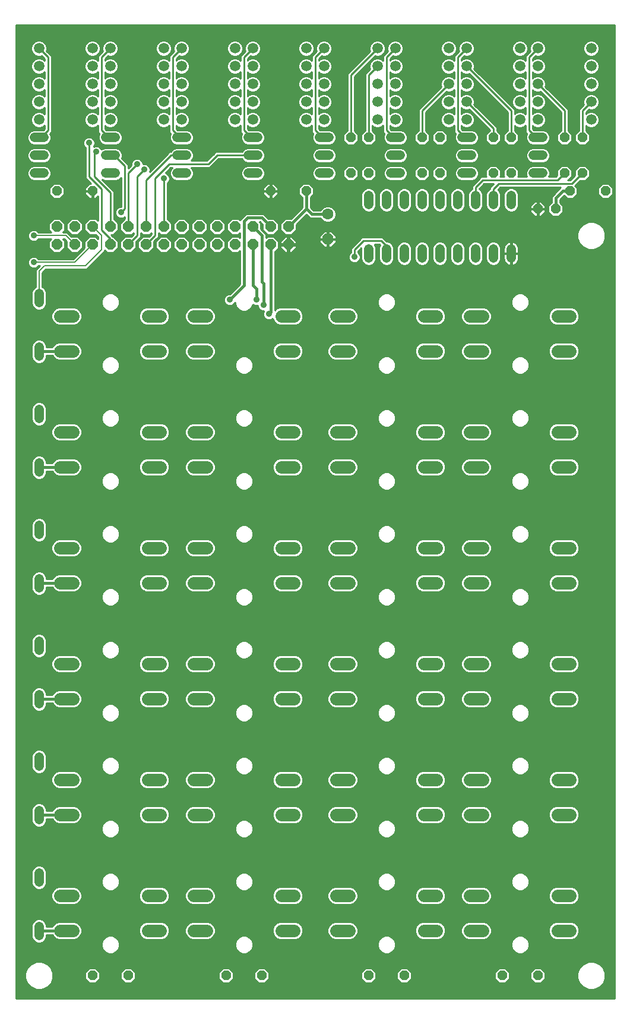
<source format=gtl>
G75*
%MOIN*%
%OFA0B0*%
%FSLAX25Y25*%
%IPPOS*%
%LPD*%
%AMOC8*
5,1,8,0,0,1.08239X$1,22.5*
%
%ADD10C,0.07050*%
%ADD11C,0.05200*%
%ADD12OC8,0.05200*%
%ADD13OC8,0.06000*%
%ADD14OC8,0.06300*%
%ADD15C,0.06300*%
%ADD16C,0.05906*%
%ADD17C,0.01000*%
%ADD18C,0.03569*%
%ADD19C,0.01600*%
%ADD20C,0.00800*%
D10*
X0028375Y0041700D02*
X0035425Y0041700D01*
X0035425Y0061300D02*
X0028375Y0061300D01*
X0028375Y0106700D02*
X0035425Y0106700D01*
X0035425Y0126300D02*
X0028375Y0126300D01*
X0028375Y0171700D02*
X0035425Y0171700D01*
X0035425Y0191300D02*
X0028375Y0191300D01*
X0028375Y0236700D02*
X0035425Y0236700D01*
X0035425Y0256300D02*
X0028375Y0256300D01*
X0028375Y0301700D02*
X0035425Y0301700D01*
X0035425Y0321300D02*
X0028375Y0321300D01*
X0028375Y0366700D02*
X0035425Y0366700D01*
X0035425Y0386300D02*
X0028375Y0386300D01*
X0077575Y0386300D02*
X0084625Y0386300D01*
X0084625Y0366700D02*
X0077575Y0366700D01*
X0103375Y0366700D02*
X0110425Y0366700D01*
X0110425Y0386300D02*
X0103375Y0386300D01*
X0103375Y0321300D02*
X0110425Y0321300D01*
X0110425Y0301700D02*
X0103375Y0301700D01*
X0084625Y0301700D02*
X0077575Y0301700D01*
X0077575Y0321300D02*
X0084625Y0321300D01*
X0084625Y0256300D02*
X0077575Y0256300D01*
X0077575Y0236700D02*
X0084625Y0236700D01*
X0103375Y0236700D02*
X0110425Y0236700D01*
X0110425Y0256300D02*
X0103375Y0256300D01*
X0103375Y0191300D02*
X0110425Y0191300D01*
X0110425Y0171700D02*
X0103375Y0171700D01*
X0084625Y0171700D02*
X0077575Y0171700D01*
X0077575Y0191300D02*
X0084625Y0191300D01*
X0084625Y0126300D02*
X0077575Y0126300D01*
X0077575Y0106700D02*
X0084625Y0106700D01*
X0103375Y0106700D02*
X0110425Y0106700D01*
X0110425Y0126300D02*
X0103375Y0126300D01*
X0103375Y0061300D02*
X0110425Y0061300D01*
X0110425Y0041700D02*
X0103375Y0041700D01*
X0084625Y0041700D02*
X0077575Y0041700D01*
X0077575Y0061300D02*
X0084625Y0061300D01*
X0152575Y0061300D02*
X0159625Y0061300D01*
X0159625Y0041700D02*
X0152575Y0041700D01*
X0183375Y0041700D02*
X0190425Y0041700D01*
X0190425Y0061300D02*
X0183375Y0061300D01*
X0183375Y0106700D02*
X0190425Y0106700D01*
X0190425Y0126300D02*
X0183375Y0126300D01*
X0159625Y0126300D02*
X0152575Y0126300D01*
X0152575Y0106700D02*
X0159625Y0106700D01*
X0159625Y0171700D02*
X0152575Y0171700D01*
X0152575Y0191300D02*
X0159625Y0191300D01*
X0183375Y0191300D02*
X0190425Y0191300D01*
X0190425Y0171700D02*
X0183375Y0171700D01*
X0183375Y0236700D02*
X0190425Y0236700D01*
X0190425Y0256300D02*
X0183375Y0256300D01*
X0159625Y0256300D02*
X0152575Y0256300D01*
X0152575Y0236700D02*
X0159625Y0236700D01*
X0159625Y0301700D02*
X0152575Y0301700D01*
X0152575Y0321300D02*
X0159625Y0321300D01*
X0183375Y0321300D02*
X0190425Y0321300D01*
X0190425Y0301700D02*
X0183375Y0301700D01*
X0183375Y0366700D02*
X0190425Y0366700D01*
X0190425Y0386300D02*
X0183375Y0386300D01*
X0159625Y0386300D02*
X0152575Y0386300D01*
X0152575Y0366700D02*
X0159625Y0366700D01*
X0232575Y0366700D02*
X0239625Y0366700D01*
X0239625Y0386300D02*
X0232575Y0386300D01*
X0258375Y0386300D02*
X0265425Y0386300D01*
X0265425Y0366700D02*
X0258375Y0366700D01*
X0258375Y0321300D02*
X0265425Y0321300D01*
X0265425Y0301700D02*
X0258375Y0301700D01*
X0239625Y0301700D02*
X0232575Y0301700D01*
X0232575Y0321300D02*
X0239625Y0321300D01*
X0239625Y0256300D02*
X0232575Y0256300D01*
X0232575Y0236700D02*
X0239625Y0236700D01*
X0258375Y0236700D02*
X0265425Y0236700D01*
X0265425Y0256300D02*
X0258375Y0256300D01*
X0258375Y0191300D02*
X0265425Y0191300D01*
X0265425Y0171700D02*
X0258375Y0171700D01*
X0239625Y0171700D02*
X0232575Y0171700D01*
X0232575Y0191300D02*
X0239625Y0191300D01*
X0239625Y0126300D02*
X0232575Y0126300D01*
X0232575Y0106700D02*
X0239625Y0106700D01*
X0258375Y0106700D02*
X0265425Y0106700D01*
X0265425Y0126300D02*
X0258375Y0126300D01*
X0258375Y0061300D02*
X0265425Y0061300D01*
X0265425Y0041700D02*
X0258375Y0041700D01*
X0239625Y0041700D02*
X0232575Y0041700D01*
X0232575Y0061300D02*
X0239625Y0061300D01*
X0307575Y0061300D02*
X0314625Y0061300D01*
X0314625Y0041700D02*
X0307575Y0041700D01*
X0307575Y0106700D02*
X0314625Y0106700D01*
X0314625Y0126300D02*
X0307575Y0126300D01*
X0307575Y0171700D02*
X0314625Y0171700D01*
X0314625Y0191300D02*
X0307575Y0191300D01*
X0307575Y0236700D02*
X0314625Y0236700D01*
X0314625Y0256300D02*
X0307575Y0256300D01*
X0307575Y0301700D02*
X0314625Y0301700D01*
X0314625Y0321300D02*
X0307575Y0321300D01*
X0307575Y0366700D02*
X0314625Y0366700D01*
X0314625Y0386300D02*
X0307575Y0386300D01*
D11*
X0281500Y0418900D02*
X0281500Y0424100D01*
X0271500Y0424100D02*
X0271500Y0418900D01*
X0261500Y0418900D02*
X0261500Y0424100D01*
X0251500Y0424100D02*
X0251500Y0418900D01*
X0241500Y0418900D02*
X0241500Y0424100D01*
X0231500Y0424100D02*
X0231500Y0418900D01*
X0221500Y0418900D02*
X0221500Y0424100D01*
X0211500Y0424100D02*
X0211500Y0418900D01*
X0201500Y0418900D02*
X0201500Y0424100D01*
X0201500Y0448900D02*
X0201500Y0454100D01*
X0211500Y0454100D02*
X0211500Y0448900D01*
X0221500Y0448900D02*
X0221500Y0454100D01*
X0219100Y0466500D02*
X0213900Y0466500D01*
X0213900Y0476500D02*
X0219100Y0476500D01*
X0219100Y0486500D02*
X0213900Y0486500D01*
X0231500Y0454100D02*
X0231500Y0448900D01*
X0241500Y0448900D02*
X0241500Y0454100D01*
X0251500Y0454100D02*
X0251500Y0448900D01*
X0261500Y0448900D02*
X0261500Y0454100D01*
X0259100Y0466500D02*
X0253900Y0466500D01*
X0253900Y0476500D02*
X0259100Y0476500D01*
X0259100Y0486500D02*
X0253900Y0486500D01*
X0271500Y0454100D02*
X0271500Y0448900D01*
X0281500Y0448900D02*
X0281500Y0454100D01*
X0293900Y0466500D02*
X0299100Y0466500D01*
X0299100Y0476500D02*
X0293900Y0476500D01*
X0293900Y0486500D02*
X0299100Y0486500D01*
X0179100Y0486500D02*
X0173900Y0486500D01*
X0173900Y0476500D02*
X0179100Y0476500D01*
X0179100Y0466500D02*
X0173900Y0466500D01*
X0139100Y0466500D02*
X0133900Y0466500D01*
X0133900Y0476500D02*
X0139100Y0476500D01*
X0139100Y0486500D02*
X0133900Y0486500D01*
X0099100Y0486500D02*
X0093900Y0486500D01*
X0093900Y0476500D02*
X0099100Y0476500D01*
X0099100Y0466500D02*
X0093900Y0466500D01*
X0059100Y0466500D02*
X0053900Y0466500D01*
X0053900Y0476500D02*
X0059100Y0476500D01*
X0059100Y0486500D02*
X0053900Y0486500D01*
X0019100Y0486500D02*
X0013900Y0486500D01*
X0013900Y0476500D02*
X0019100Y0476500D01*
X0019100Y0466500D02*
X0013900Y0466500D01*
X0016500Y0399100D02*
X0016500Y0393900D01*
X0016500Y0369100D02*
X0016500Y0363900D01*
X0016500Y0334100D02*
X0016500Y0328900D01*
X0016500Y0304100D02*
X0016500Y0298900D01*
X0016500Y0269100D02*
X0016500Y0263900D01*
X0016500Y0239100D02*
X0016500Y0233900D01*
X0016500Y0204100D02*
X0016500Y0198900D01*
X0016500Y0174100D02*
X0016500Y0168900D01*
X0016500Y0139100D02*
X0016500Y0133900D01*
X0016500Y0109100D02*
X0016500Y0103900D01*
X0016500Y0074100D02*
X0016500Y0068900D01*
X0016500Y0044100D02*
X0016500Y0038900D01*
D12*
X0046500Y0016500D03*
X0066500Y0016500D03*
X0121500Y0016500D03*
X0141500Y0016500D03*
X0201500Y0016500D03*
X0221500Y0016500D03*
X0276500Y0016500D03*
X0296500Y0016500D03*
X0296500Y0446500D03*
X0306500Y0446500D03*
X0314500Y0456500D03*
X0311500Y0466500D03*
X0321500Y0466500D03*
X0321500Y0486500D03*
X0311500Y0486500D03*
X0334500Y0456500D03*
X0281500Y0466500D03*
X0271500Y0466500D03*
X0271500Y0486500D03*
X0281500Y0486500D03*
X0241500Y0486500D03*
X0231500Y0486500D03*
X0231500Y0466500D03*
X0241500Y0466500D03*
X0201500Y0466500D03*
X0191500Y0466500D03*
X0191500Y0486500D03*
X0201500Y0486500D03*
X0166500Y0456500D03*
X0146500Y0456500D03*
X0046500Y0456500D03*
X0026500Y0456500D03*
D13*
X0026500Y0436500D03*
X0026500Y0426500D03*
X0036500Y0426500D03*
X0036500Y0436500D03*
X0046500Y0436500D03*
X0046500Y0426500D03*
X0056500Y0426500D03*
X0056500Y0436500D03*
X0066500Y0436500D03*
X0066500Y0426500D03*
X0076500Y0426500D03*
X0076500Y0436500D03*
X0086500Y0436500D03*
X0086500Y0426500D03*
X0096500Y0426500D03*
X0096500Y0436500D03*
X0106500Y0436500D03*
X0106500Y0426500D03*
X0116500Y0426500D03*
X0116500Y0436500D03*
X0126500Y0436500D03*
X0126500Y0426500D03*
X0136500Y0426500D03*
X0136500Y0436500D03*
X0146500Y0436500D03*
X0146500Y0426500D03*
X0156500Y0426500D03*
X0156500Y0436500D03*
D14*
X0178500Y0429500D03*
D15*
X0178500Y0443500D03*
D16*
X0176500Y0496500D03*
X0176500Y0506500D03*
X0176500Y0516500D03*
X0176500Y0526500D03*
X0176500Y0536500D03*
X0166500Y0536500D03*
X0166500Y0526500D03*
X0166500Y0516500D03*
X0166500Y0506500D03*
X0166500Y0496500D03*
X0136500Y0496500D03*
X0136500Y0506500D03*
X0136500Y0516500D03*
X0136500Y0526500D03*
X0136500Y0536500D03*
X0126500Y0536500D03*
X0126500Y0526500D03*
X0126500Y0516500D03*
X0126500Y0506500D03*
X0126500Y0496500D03*
X0096500Y0496500D03*
X0096500Y0506500D03*
X0096500Y0516500D03*
X0096500Y0526500D03*
X0096500Y0536500D03*
X0086500Y0536500D03*
X0086500Y0526500D03*
X0086500Y0516500D03*
X0086500Y0506500D03*
X0086500Y0496500D03*
X0056500Y0496500D03*
X0056500Y0506500D03*
X0056500Y0516500D03*
X0056500Y0526500D03*
X0056500Y0536500D03*
X0046500Y0536500D03*
X0046500Y0526500D03*
X0046500Y0516500D03*
X0046500Y0506500D03*
X0046500Y0496500D03*
X0016500Y0496500D03*
X0016500Y0506500D03*
X0016500Y0516500D03*
X0016500Y0526500D03*
X0016500Y0536500D03*
X0206500Y0536500D03*
X0206500Y0526500D03*
X0206500Y0516500D03*
X0206500Y0506500D03*
X0206500Y0496500D03*
X0216500Y0496500D03*
X0216500Y0506500D03*
X0216500Y0516500D03*
X0216500Y0526500D03*
X0216500Y0536500D03*
X0246500Y0536500D03*
X0246500Y0526500D03*
X0246500Y0516500D03*
X0246500Y0506500D03*
X0246500Y0496500D03*
X0256500Y0496500D03*
X0256500Y0506500D03*
X0256500Y0516500D03*
X0256500Y0526500D03*
X0256500Y0536500D03*
X0286500Y0536500D03*
X0286500Y0526500D03*
X0286500Y0516500D03*
X0286500Y0506500D03*
X0286500Y0496500D03*
X0296500Y0496500D03*
X0296500Y0506500D03*
X0296500Y0516500D03*
X0296500Y0526500D03*
X0296500Y0536500D03*
X0326500Y0536500D03*
X0326500Y0526500D03*
X0326500Y0516500D03*
X0326500Y0506500D03*
X0326500Y0496500D03*
D17*
X0003500Y0549500D02*
X0003500Y0003500D01*
X0339500Y0003500D01*
X0339500Y0549500D01*
X0003500Y0549500D01*
X0003500Y0548684D02*
X0339500Y0548684D01*
X0339500Y0547686D02*
X0003500Y0547686D01*
X0003500Y0546687D02*
X0339500Y0546687D01*
X0339500Y0545689D02*
X0003500Y0545689D01*
X0003500Y0544690D02*
X0339500Y0544690D01*
X0339500Y0543692D02*
X0003500Y0543692D01*
X0003500Y0542693D02*
X0339500Y0542693D01*
X0339500Y0541695D02*
X0003500Y0541695D01*
X0003500Y0540696D02*
X0014995Y0540696D01*
X0015614Y0540953D02*
X0013978Y0540275D01*
X0012725Y0539022D01*
X0012047Y0537386D01*
X0012047Y0535614D01*
X0012725Y0533978D01*
X0013978Y0532725D01*
X0015614Y0532047D01*
X0017386Y0532047D01*
X0017908Y0532264D01*
X0019500Y0530672D01*
X0019500Y0529797D01*
X0019022Y0530275D01*
X0017386Y0530953D01*
X0015614Y0530953D01*
X0013978Y0530275D01*
X0012725Y0529022D01*
X0012047Y0527386D01*
X0012047Y0525614D01*
X0012725Y0523978D01*
X0013978Y0522725D01*
X0015614Y0522047D01*
X0017386Y0522047D01*
X0019022Y0522725D01*
X0019500Y0523203D01*
X0019500Y0519797D01*
X0019022Y0520275D01*
X0017386Y0520953D01*
X0015614Y0520953D01*
X0013978Y0520275D01*
X0012725Y0519022D01*
X0012047Y0517386D01*
X0012047Y0515614D01*
X0012725Y0513978D01*
X0013978Y0512725D01*
X0015614Y0512047D01*
X0017386Y0512047D01*
X0019022Y0512725D01*
X0019500Y0513203D01*
X0019500Y0509797D01*
X0019022Y0510275D01*
X0017386Y0510953D01*
X0015614Y0510953D01*
X0013978Y0510275D01*
X0012725Y0509022D01*
X0012047Y0507386D01*
X0012047Y0505614D01*
X0012725Y0503978D01*
X0013978Y0502725D01*
X0015614Y0502047D01*
X0017386Y0502047D01*
X0019022Y0502725D01*
X0019500Y0503203D01*
X0019500Y0499797D01*
X0019022Y0500275D01*
X0017386Y0500953D01*
X0015614Y0500953D01*
X0013978Y0500275D01*
X0012725Y0499022D01*
X0012047Y0497386D01*
X0012047Y0495614D01*
X0012725Y0493978D01*
X0013978Y0492725D01*
X0015614Y0492047D01*
X0017386Y0492047D01*
X0019022Y0492725D01*
X0019500Y0493203D01*
X0019500Y0491328D01*
X0018772Y0490600D01*
X0013084Y0490600D01*
X0011578Y0489976D01*
X0010424Y0488822D01*
X0009800Y0487316D01*
X0009800Y0485684D01*
X0010424Y0484178D01*
X0011578Y0483024D01*
X0013084Y0482400D01*
X0019916Y0482400D01*
X0021422Y0483024D01*
X0022576Y0484178D01*
X0023200Y0485684D01*
X0023200Y0487316D01*
X0022598Y0488769D01*
X0023500Y0489672D01*
X0023500Y0532328D01*
X0020736Y0535092D01*
X0020953Y0535614D01*
X0020953Y0537386D01*
X0020275Y0539022D01*
X0019022Y0540275D01*
X0017386Y0540953D01*
X0015614Y0540953D01*
X0018005Y0540696D02*
X0044995Y0540696D01*
X0045614Y0540953D02*
X0043978Y0540275D01*
X0042725Y0539022D01*
X0042047Y0537386D01*
X0042047Y0535614D01*
X0042725Y0533978D01*
X0043978Y0532725D01*
X0045614Y0532047D01*
X0047386Y0532047D01*
X0049022Y0532725D01*
X0050275Y0533978D01*
X0050953Y0535614D01*
X0050953Y0537386D01*
X0050275Y0539022D01*
X0049022Y0540275D01*
X0047386Y0540953D01*
X0045614Y0540953D01*
X0048005Y0540696D02*
X0054995Y0540696D01*
X0055614Y0540953D02*
X0053978Y0540275D01*
X0052725Y0539022D01*
X0052047Y0537386D01*
X0052047Y0535614D01*
X0052264Y0535092D01*
X0049500Y0532328D01*
X0049500Y0529797D01*
X0049022Y0530275D01*
X0047386Y0530953D01*
X0045614Y0530953D01*
X0043978Y0530275D01*
X0042725Y0529022D01*
X0042047Y0527386D01*
X0042047Y0525614D01*
X0042725Y0523978D01*
X0043978Y0522725D01*
X0045614Y0522047D01*
X0047386Y0522047D01*
X0049022Y0522725D01*
X0049500Y0523203D01*
X0049500Y0519797D01*
X0049022Y0520275D01*
X0047386Y0520953D01*
X0045614Y0520953D01*
X0043978Y0520275D01*
X0042725Y0519022D01*
X0042047Y0517386D01*
X0042047Y0515614D01*
X0042725Y0513978D01*
X0043978Y0512725D01*
X0045614Y0512047D01*
X0047386Y0512047D01*
X0049022Y0512725D01*
X0049500Y0513203D01*
X0049500Y0509797D01*
X0049022Y0510275D01*
X0047386Y0510953D01*
X0045614Y0510953D01*
X0043978Y0510275D01*
X0042725Y0509022D01*
X0042047Y0507386D01*
X0042047Y0505614D01*
X0042725Y0503978D01*
X0043978Y0502725D01*
X0045614Y0502047D01*
X0047386Y0502047D01*
X0049022Y0502725D01*
X0049500Y0503203D01*
X0049500Y0499797D01*
X0049022Y0500275D01*
X0047386Y0500953D01*
X0045614Y0500953D01*
X0043978Y0500275D01*
X0042725Y0499022D01*
X0042047Y0497386D01*
X0042047Y0495614D01*
X0042725Y0493978D01*
X0043978Y0492725D01*
X0045614Y0492047D01*
X0047386Y0492047D01*
X0049022Y0492725D01*
X0049500Y0493203D01*
X0049500Y0489672D01*
X0050402Y0488769D01*
X0049800Y0487316D01*
X0049800Y0485684D01*
X0050424Y0484178D01*
X0051578Y0483024D01*
X0053084Y0482400D01*
X0059916Y0482400D01*
X0061422Y0483024D01*
X0062576Y0484178D01*
X0063200Y0485684D01*
X0063200Y0487316D01*
X0062576Y0488822D01*
X0061422Y0489976D01*
X0059916Y0490600D01*
X0054228Y0490600D01*
X0053500Y0491328D01*
X0053500Y0493203D01*
X0053978Y0492725D01*
X0055614Y0492047D01*
X0057386Y0492047D01*
X0059022Y0492725D01*
X0060275Y0493978D01*
X0060953Y0495614D01*
X0060953Y0497386D01*
X0060275Y0499022D01*
X0059022Y0500275D01*
X0057386Y0500953D01*
X0055614Y0500953D01*
X0053978Y0500275D01*
X0053500Y0499797D01*
X0053500Y0503203D01*
X0053978Y0502725D01*
X0055614Y0502047D01*
X0057386Y0502047D01*
X0059022Y0502725D01*
X0060275Y0503978D01*
X0060953Y0505614D01*
X0060953Y0507386D01*
X0060275Y0509022D01*
X0059022Y0510275D01*
X0057386Y0510953D01*
X0055614Y0510953D01*
X0053978Y0510275D01*
X0053500Y0509797D01*
X0053500Y0513203D01*
X0053978Y0512725D01*
X0055614Y0512047D01*
X0057386Y0512047D01*
X0059022Y0512725D01*
X0060275Y0513978D01*
X0060953Y0515614D01*
X0060953Y0517386D01*
X0060275Y0519022D01*
X0059022Y0520275D01*
X0057386Y0520953D01*
X0055614Y0520953D01*
X0053978Y0520275D01*
X0053500Y0519797D01*
X0053500Y0523203D01*
X0053978Y0522725D01*
X0055614Y0522047D01*
X0057386Y0522047D01*
X0059022Y0522725D01*
X0060275Y0523978D01*
X0060953Y0525614D01*
X0060953Y0527386D01*
X0060275Y0529022D01*
X0059022Y0530275D01*
X0057386Y0530953D01*
X0055614Y0530953D01*
X0053978Y0530275D01*
X0053500Y0529797D01*
X0053500Y0530672D01*
X0055092Y0532264D01*
X0055614Y0532047D01*
X0057386Y0532047D01*
X0059022Y0532725D01*
X0060275Y0533978D01*
X0060953Y0535614D01*
X0060953Y0537386D01*
X0060275Y0539022D01*
X0059022Y0540275D01*
X0057386Y0540953D01*
X0055614Y0540953D01*
X0058005Y0540696D02*
X0084995Y0540696D01*
X0085614Y0540953D02*
X0083978Y0540275D01*
X0082725Y0539022D01*
X0082047Y0537386D01*
X0082047Y0535614D01*
X0082725Y0533978D01*
X0083978Y0532725D01*
X0085614Y0532047D01*
X0087386Y0532047D01*
X0089022Y0532725D01*
X0090275Y0533978D01*
X0090953Y0535614D01*
X0090953Y0537386D01*
X0090275Y0539022D01*
X0089022Y0540275D01*
X0087386Y0540953D01*
X0085614Y0540953D01*
X0088005Y0540696D02*
X0094995Y0540696D01*
X0095614Y0540953D02*
X0093978Y0540275D01*
X0092725Y0539022D01*
X0092047Y0537386D01*
X0092047Y0535614D01*
X0092264Y0535092D01*
X0089500Y0532328D01*
X0089500Y0529797D01*
X0089022Y0530275D01*
X0087386Y0530953D01*
X0085614Y0530953D01*
X0083978Y0530275D01*
X0082725Y0529022D01*
X0082047Y0527386D01*
X0082047Y0525614D01*
X0082725Y0523978D01*
X0083978Y0522725D01*
X0085614Y0522047D01*
X0087386Y0522047D01*
X0089022Y0522725D01*
X0089500Y0523203D01*
X0089500Y0519797D01*
X0089022Y0520275D01*
X0087386Y0520953D01*
X0085614Y0520953D01*
X0083978Y0520275D01*
X0082725Y0519022D01*
X0082047Y0517386D01*
X0082047Y0515614D01*
X0082725Y0513978D01*
X0083978Y0512725D01*
X0085614Y0512047D01*
X0087386Y0512047D01*
X0089022Y0512725D01*
X0089500Y0513203D01*
X0089500Y0509797D01*
X0089022Y0510275D01*
X0087386Y0510953D01*
X0085614Y0510953D01*
X0083978Y0510275D01*
X0082725Y0509022D01*
X0082047Y0507386D01*
X0082047Y0505614D01*
X0082725Y0503978D01*
X0083978Y0502725D01*
X0085614Y0502047D01*
X0087386Y0502047D01*
X0089022Y0502725D01*
X0089500Y0503203D01*
X0089500Y0499797D01*
X0089022Y0500275D01*
X0087386Y0500953D01*
X0085614Y0500953D01*
X0083978Y0500275D01*
X0082725Y0499022D01*
X0082047Y0497386D01*
X0082047Y0495614D01*
X0082725Y0493978D01*
X0083978Y0492725D01*
X0085614Y0492047D01*
X0087386Y0492047D01*
X0089022Y0492725D01*
X0089500Y0493203D01*
X0089500Y0489672D01*
X0090402Y0488769D01*
X0089800Y0487316D01*
X0089800Y0485684D01*
X0090424Y0484178D01*
X0091578Y0483024D01*
X0093084Y0482400D01*
X0099916Y0482400D01*
X0101422Y0483024D01*
X0102576Y0484178D01*
X0103200Y0485684D01*
X0103200Y0487316D01*
X0102576Y0488822D01*
X0101422Y0489976D01*
X0099916Y0490600D01*
X0094228Y0490600D01*
X0093500Y0491328D01*
X0093500Y0493203D01*
X0093978Y0492725D01*
X0095614Y0492047D01*
X0097386Y0492047D01*
X0099022Y0492725D01*
X0100275Y0493978D01*
X0100953Y0495614D01*
X0100953Y0497386D01*
X0100275Y0499022D01*
X0099022Y0500275D01*
X0097386Y0500953D01*
X0095614Y0500953D01*
X0093978Y0500275D01*
X0093500Y0499797D01*
X0093500Y0503203D01*
X0093978Y0502725D01*
X0095614Y0502047D01*
X0097386Y0502047D01*
X0099022Y0502725D01*
X0100275Y0503978D01*
X0100953Y0505614D01*
X0100953Y0507386D01*
X0100275Y0509022D01*
X0099022Y0510275D01*
X0097386Y0510953D01*
X0095614Y0510953D01*
X0093978Y0510275D01*
X0093500Y0509797D01*
X0093500Y0513203D01*
X0093978Y0512725D01*
X0095614Y0512047D01*
X0097386Y0512047D01*
X0099022Y0512725D01*
X0100275Y0513978D01*
X0100953Y0515614D01*
X0100953Y0517386D01*
X0100275Y0519022D01*
X0099022Y0520275D01*
X0097386Y0520953D01*
X0095614Y0520953D01*
X0093978Y0520275D01*
X0093500Y0519797D01*
X0093500Y0523203D01*
X0093978Y0522725D01*
X0095614Y0522047D01*
X0097386Y0522047D01*
X0099022Y0522725D01*
X0100275Y0523978D01*
X0100953Y0525614D01*
X0100953Y0527386D01*
X0100275Y0529022D01*
X0099022Y0530275D01*
X0097386Y0530953D01*
X0095614Y0530953D01*
X0093978Y0530275D01*
X0093500Y0529797D01*
X0093500Y0530672D01*
X0095092Y0532264D01*
X0095614Y0532047D01*
X0097386Y0532047D01*
X0099022Y0532725D01*
X0100275Y0533978D01*
X0100953Y0535614D01*
X0100953Y0537386D01*
X0100275Y0539022D01*
X0099022Y0540275D01*
X0097386Y0540953D01*
X0095614Y0540953D01*
X0098005Y0540696D02*
X0124995Y0540696D01*
X0125614Y0540953D02*
X0123978Y0540275D01*
X0122725Y0539022D01*
X0122047Y0537386D01*
X0122047Y0535614D01*
X0122725Y0533978D01*
X0123978Y0532725D01*
X0125614Y0532047D01*
X0127386Y0532047D01*
X0129022Y0532725D01*
X0130275Y0533978D01*
X0130953Y0535614D01*
X0130953Y0537386D01*
X0130275Y0539022D01*
X0129022Y0540275D01*
X0127386Y0540953D01*
X0125614Y0540953D01*
X0128005Y0540696D02*
X0134995Y0540696D01*
X0135614Y0540953D02*
X0133978Y0540275D01*
X0132725Y0539022D01*
X0132047Y0537386D01*
X0132047Y0535614D01*
X0132264Y0535092D01*
X0129500Y0532328D01*
X0129500Y0529797D01*
X0129022Y0530275D01*
X0127386Y0530953D01*
X0125614Y0530953D01*
X0123978Y0530275D01*
X0122725Y0529022D01*
X0122047Y0527386D01*
X0122047Y0525614D01*
X0122725Y0523978D01*
X0123978Y0522725D01*
X0125614Y0522047D01*
X0127386Y0522047D01*
X0129022Y0522725D01*
X0129500Y0523203D01*
X0129500Y0519797D01*
X0129022Y0520275D01*
X0127386Y0520953D01*
X0125614Y0520953D01*
X0123978Y0520275D01*
X0122725Y0519022D01*
X0122047Y0517386D01*
X0122047Y0515614D01*
X0122725Y0513978D01*
X0123978Y0512725D01*
X0125614Y0512047D01*
X0127386Y0512047D01*
X0129022Y0512725D01*
X0129500Y0513203D01*
X0129500Y0509797D01*
X0129022Y0510275D01*
X0127386Y0510953D01*
X0125614Y0510953D01*
X0123978Y0510275D01*
X0122725Y0509022D01*
X0122047Y0507386D01*
X0122047Y0505614D01*
X0122725Y0503978D01*
X0123978Y0502725D01*
X0125614Y0502047D01*
X0127386Y0502047D01*
X0129022Y0502725D01*
X0129500Y0503203D01*
X0129500Y0499797D01*
X0129022Y0500275D01*
X0127386Y0500953D01*
X0125614Y0500953D01*
X0123978Y0500275D01*
X0122725Y0499022D01*
X0122047Y0497386D01*
X0122047Y0495614D01*
X0122725Y0493978D01*
X0123978Y0492725D01*
X0125614Y0492047D01*
X0127386Y0492047D01*
X0129022Y0492725D01*
X0129500Y0493203D01*
X0129500Y0489672D01*
X0130402Y0488769D01*
X0129800Y0487316D01*
X0129800Y0485684D01*
X0130424Y0484178D01*
X0131578Y0483024D01*
X0133084Y0482400D01*
X0139916Y0482400D01*
X0141422Y0483024D01*
X0142576Y0484178D01*
X0143200Y0485684D01*
X0143200Y0487316D01*
X0142576Y0488822D01*
X0141422Y0489976D01*
X0139916Y0490600D01*
X0134228Y0490600D01*
X0133500Y0491328D01*
X0133500Y0493203D01*
X0133978Y0492725D01*
X0135614Y0492047D01*
X0137386Y0492047D01*
X0139022Y0492725D01*
X0140275Y0493978D01*
X0140953Y0495614D01*
X0140953Y0497386D01*
X0140275Y0499022D01*
X0139022Y0500275D01*
X0137386Y0500953D01*
X0135614Y0500953D01*
X0133978Y0500275D01*
X0133500Y0499797D01*
X0133500Y0503203D01*
X0133978Y0502725D01*
X0135614Y0502047D01*
X0137386Y0502047D01*
X0139022Y0502725D01*
X0140275Y0503978D01*
X0140953Y0505614D01*
X0140953Y0507386D01*
X0140275Y0509022D01*
X0139022Y0510275D01*
X0137386Y0510953D01*
X0135614Y0510953D01*
X0133978Y0510275D01*
X0133500Y0509797D01*
X0133500Y0513203D01*
X0133978Y0512725D01*
X0135614Y0512047D01*
X0137386Y0512047D01*
X0139022Y0512725D01*
X0140275Y0513978D01*
X0140953Y0515614D01*
X0140953Y0517386D01*
X0140275Y0519022D01*
X0139022Y0520275D01*
X0137386Y0520953D01*
X0135614Y0520953D01*
X0133978Y0520275D01*
X0133500Y0519797D01*
X0133500Y0523203D01*
X0133978Y0522725D01*
X0135614Y0522047D01*
X0137386Y0522047D01*
X0139022Y0522725D01*
X0140275Y0523978D01*
X0140953Y0525614D01*
X0140953Y0527386D01*
X0140275Y0529022D01*
X0139022Y0530275D01*
X0137386Y0530953D01*
X0135614Y0530953D01*
X0133978Y0530275D01*
X0133500Y0529797D01*
X0133500Y0530672D01*
X0135092Y0532264D01*
X0135614Y0532047D01*
X0137386Y0532047D01*
X0139022Y0532725D01*
X0140275Y0533978D01*
X0140953Y0535614D01*
X0140953Y0537386D01*
X0140275Y0539022D01*
X0139022Y0540275D01*
X0137386Y0540953D01*
X0135614Y0540953D01*
X0138005Y0540696D02*
X0164995Y0540696D01*
X0165614Y0540953D02*
X0163978Y0540275D01*
X0162725Y0539022D01*
X0162047Y0537386D01*
X0162047Y0535614D01*
X0162725Y0533978D01*
X0163978Y0532725D01*
X0165614Y0532047D01*
X0167386Y0532047D01*
X0169022Y0532725D01*
X0170275Y0533978D01*
X0170953Y0535614D01*
X0170953Y0537386D01*
X0170275Y0539022D01*
X0169022Y0540275D01*
X0167386Y0540953D01*
X0165614Y0540953D01*
X0168005Y0540696D02*
X0174995Y0540696D01*
X0175614Y0540953D02*
X0173978Y0540275D01*
X0172725Y0539022D01*
X0172047Y0537386D01*
X0172047Y0535614D01*
X0172264Y0535092D01*
X0169500Y0532328D01*
X0169500Y0529797D01*
X0169022Y0530275D01*
X0167386Y0530953D01*
X0165614Y0530953D01*
X0163978Y0530275D01*
X0162725Y0529022D01*
X0162047Y0527386D01*
X0162047Y0525614D01*
X0162725Y0523978D01*
X0163978Y0522725D01*
X0165614Y0522047D01*
X0167386Y0522047D01*
X0169022Y0522725D01*
X0169500Y0523203D01*
X0169500Y0519797D01*
X0169022Y0520275D01*
X0167386Y0520953D01*
X0165614Y0520953D01*
X0163978Y0520275D01*
X0162725Y0519022D01*
X0162047Y0517386D01*
X0162047Y0515614D01*
X0162725Y0513978D01*
X0163978Y0512725D01*
X0165614Y0512047D01*
X0167386Y0512047D01*
X0169022Y0512725D01*
X0169500Y0513203D01*
X0169500Y0509797D01*
X0169022Y0510275D01*
X0167386Y0510953D01*
X0165614Y0510953D01*
X0163978Y0510275D01*
X0162725Y0509022D01*
X0162047Y0507386D01*
X0162047Y0505614D01*
X0162725Y0503978D01*
X0163978Y0502725D01*
X0165614Y0502047D01*
X0167386Y0502047D01*
X0169022Y0502725D01*
X0169500Y0503203D01*
X0169500Y0499797D01*
X0169022Y0500275D01*
X0167386Y0500953D01*
X0165614Y0500953D01*
X0163978Y0500275D01*
X0162725Y0499022D01*
X0162047Y0497386D01*
X0162047Y0495614D01*
X0162725Y0493978D01*
X0163978Y0492725D01*
X0165614Y0492047D01*
X0167386Y0492047D01*
X0169022Y0492725D01*
X0169500Y0493203D01*
X0169500Y0489672D01*
X0170402Y0488769D01*
X0169800Y0487316D01*
X0169800Y0485684D01*
X0170424Y0484178D01*
X0171578Y0483024D01*
X0173084Y0482400D01*
X0179916Y0482400D01*
X0181422Y0483024D01*
X0182576Y0484178D01*
X0183200Y0485684D01*
X0183200Y0487316D01*
X0182576Y0488822D01*
X0181422Y0489976D01*
X0179916Y0490600D01*
X0174228Y0490600D01*
X0173500Y0491328D01*
X0173500Y0493203D01*
X0173978Y0492725D01*
X0175614Y0492047D01*
X0177386Y0492047D01*
X0179022Y0492725D01*
X0180275Y0493978D01*
X0180953Y0495614D01*
X0180953Y0497386D01*
X0180275Y0499022D01*
X0179022Y0500275D01*
X0177386Y0500953D01*
X0175614Y0500953D01*
X0173978Y0500275D01*
X0173500Y0499797D01*
X0173500Y0503203D01*
X0173978Y0502725D01*
X0175614Y0502047D01*
X0177386Y0502047D01*
X0179022Y0502725D01*
X0180275Y0503978D01*
X0180953Y0505614D01*
X0180953Y0507386D01*
X0180275Y0509022D01*
X0179022Y0510275D01*
X0177386Y0510953D01*
X0175614Y0510953D01*
X0173978Y0510275D01*
X0173500Y0509797D01*
X0173500Y0513203D01*
X0173978Y0512725D01*
X0175614Y0512047D01*
X0177386Y0512047D01*
X0179022Y0512725D01*
X0180275Y0513978D01*
X0180953Y0515614D01*
X0180953Y0517386D01*
X0180275Y0519022D01*
X0179022Y0520275D01*
X0177386Y0520953D01*
X0175614Y0520953D01*
X0173978Y0520275D01*
X0173500Y0519797D01*
X0173500Y0523203D01*
X0173978Y0522725D01*
X0175614Y0522047D01*
X0177386Y0522047D01*
X0179022Y0522725D01*
X0180275Y0523978D01*
X0180953Y0525614D01*
X0180953Y0527386D01*
X0180275Y0529022D01*
X0179022Y0530275D01*
X0177386Y0530953D01*
X0175614Y0530953D01*
X0173978Y0530275D01*
X0173500Y0529797D01*
X0173500Y0530672D01*
X0175092Y0532264D01*
X0175614Y0532047D01*
X0177386Y0532047D01*
X0179022Y0532725D01*
X0180275Y0533978D01*
X0180953Y0535614D01*
X0180953Y0537386D01*
X0180275Y0539022D01*
X0179022Y0540275D01*
X0177386Y0540953D01*
X0175614Y0540953D01*
X0178005Y0540696D02*
X0204995Y0540696D01*
X0205614Y0540953D02*
X0203978Y0540275D01*
X0202725Y0539022D01*
X0202047Y0537386D01*
X0202047Y0535614D01*
X0202264Y0535092D01*
X0189500Y0522328D01*
X0189500Y0490298D01*
X0187400Y0488198D01*
X0187400Y0484802D01*
X0189802Y0482400D01*
X0193198Y0482400D01*
X0195600Y0484802D01*
X0195600Y0488198D01*
X0193500Y0490298D01*
X0193500Y0520672D01*
X0205092Y0532264D01*
X0205614Y0532047D01*
X0207386Y0532047D01*
X0209022Y0532725D01*
X0210275Y0533978D01*
X0210953Y0535614D01*
X0210953Y0537386D01*
X0210275Y0539022D01*
X0209022Y0540275D01*
X0207386Y0540953D01*
X0205614Y0540953D01*
X0208005Y0540696D02*
X0214995Y0540696D01*
X0215614Y0540953D02*
X0213978Y0540275D01*
X0212725Y0539022D01*
X0212047Y0537386D01*
X0212047Y0535614D01*
X0212264Y0535092D01*
X0209500Y0532328D01*
X0209500Y0529797D01*
X0209022Y0530275D01*
X0207386Y0530953D01*
X0205614Y0530953D01*
X0203978Y0530275D01*
X0202725Y0529022D01*
X0202047Y0527386D01*
X0202047Y0525614D01*
X0202264Y0525092D01*
X0199500Y0522328D01*
X0199500Y0490298D01*
X0197400Y0488198D01*
X0197400Y0484802D01*
X0199802Y0482400D01*
X0203198Y0482400D01*
X0205600Y0484802D01*
X0205600Y0488198D01*
X0203500Y0490298D01*
X0203500Y0493203D01*
X0203978Y0492725D01*
X0205614Y0492047D01*
X0207386Y0492047D01*
X0209022Y0492725D01*
X0209500Y0493203D01*
X0209500Y0489672D01*
X0210402Y0488769D01*
X0209800Y0487316D01*
X0209800Y0485684D01*
X0210424Y0484178D01*
X0211578Y0483024D01*
X0213084Y0482400D01*
X0219916Y0482400D01*
X0221422Y0483024D01*
X0222576Y0484178D01*
X0223200Y0485684D01*
X0223200Y0487316D01*
X0222576Y0488822D01*
X0221422Y0489976D01*
X0219916Y0490600D01*
X0214228Y0490600D01*
X0213500Y0491328D01*
X0213500Y0493203D01*
X0213978Y0492725D01*
X0215614Y0492047D01*
X0217386Y0492047D01*
X0219022Y0492725D01*
X0220275Y0493978D01*
X0220953Y0495614D01*
X0220953Y0497386D01*
X0220275Y0499022D01*
X0219022Y0500275D01*
X0217386Y0500953D01*
X0215614Y0500953D01*
X0213978Y0500275D01*
X0213500Y0499797D01*
X0213500Y0503203D01*
X0213978Y0502725D01*
X0215614Y0502047D01*
X0217386Y0502047D01*
X0219022Y0502725D01*
X0220275Y0503978D01*
X0220953Y0505614D01*
X0220953Y0507386D01*
X0220275Y0509022D01*
X0219022Y0510275D01*
X0217386Y0510953D01*
X0215614Y0510953D01*
X0213978Y0510275D01*
X0213500Y0509797D01*
X0213500Y0513203D01*
X0213978Y0512725D01*
X0215614Y0512047D01*
X0217386Y0512047D01*
X0219022Y0512725D01*
X0220275Y0513978D01*
X0220953Y0515614D01*
X0220953Y0517386D01*
X0220275Y0519022D01*
X0219022Y0520275D01*
X0217386Y0520953D01*
X0215614Y0520953D01*
X0213978Y0520275D01*
X0213500Y0519797D01*
X0213500Y0523203D01*
X0213978Y0522725D01*
X0215614Y0522047D01*
X0217386Y0522047D01*
X0219022Y0522725D01*
X0220275Y0523978D01*
X0220953Y0525614D01*
X0220953Y0527386D01*
X0220275Y0529022D01*
X0219022Y0530275D01*
X0217386Y0530953D01*
X0215614Y0530953D01*
X0213978Y0530275D01*
X0213500Y0529797D01*
X0213500Y0530672D01*
X0215092Y0532264D01*
X0215614Y0532047D01*
X0217386Y0532047D01*
X0219022Y0532725D01*
X0220275Y0533978D01*
X0220953Y0535614D01*
X0220953Y0537386D01*
X0220275Y0539022D01*
X0219022Y0540275D01*
X0217386Y0540953D01*
X0215614Y0540953D01*
X0218005Y0540696D02*
X0244995Y0540696D01*
X0245614Y0540953D02*
X0243978Y0540275D01*
X0242725Y0539022D01*
X0242047Y0537386D01*
X0242047Y0535614D01*
X0242725Y0533978D01*
X0243978Y0532725D01*
X0245614Y0532047D01*
X0247386Y0532047D01*
X0249022Y0532725D01*
X0250275Y0533978D01*
X0250953Y0535614D01*
X0250953Y0537386D01*
X0250275Y0539022D01*
X0249022Y0540275D01*
X0247386Y0540953D01*
X0245614Y0540953D01*
X0248005Y0540696D02*
X0254995Y0540696D01*
X0255614Y0540953D02*
X0253978Y0540275D01*
X0252725Y0539022D01*
X0252047Y0537386D01*
X0252047Y0535614D01*
X0252264Y0535092D01*
X0249500Y0532328D01*
X0249500Y0529797D01*
X0249022Y0530275D01*
X0247386Y0530953D01*
X0245614Y0530953D01*
X0243978Y0530275D01*
X0242725Y0529022D01*
X0242047Y0527386D01*
X0242047Y0525614D01*
X0242725Y0523978D01*
X0243978Y0522725D01*
X0245614Y0522047D01*
X0247386Y0522047D01*
X0249022Y0522725D01*
X0249500Y0523203D01*
X0249500Y0519797D01*
X0249022Y0520275D01*
X0247386Y0520953D01*
X0245614Y0520953D01*
X0243978Y0520275D01*
X0242725Y0519022D01*
X0242047Y0517386D01*
X0242047Y0515614D01*
X0242264Y0515092D01*
X0229500Y0502328D01*
X0229500Y0490298D01*
X0227400Y0488198D01*
X0227400Y0484802D01*
X0229802Y0482400D01*
X0233198Y0482400D01*
X0235600Y0484802D01*
X0235600Y0488198D01*
X0233500Y0490298D01*
X0233500Y0500672D01*
X0245092Y0512264D01*
X0245614Y0512047D01*
X0247386Y0512047D01*
X0249022Y0512725D01*
X0249500Y0513203D01*
X0249500Y0509797D01*
X0249022Y0510275D01*
X0247386Y0510953D01*
X0245614Y0510953D01*
X0243978Y0510275D01*
X0242725Y0509022D01*
X0242047Y0507386D01*
X0242047Y0505614D01*
X0242725Y0503978D01*
X0243978Y0502725D01*
X0245614Y0502047D01*
X0247386Y0502047D01*
X0249022Y0502725D01*
X0249500Y0503203D01*
X0249500Y0499797D01*
X0249022Y0500275D01*
X0247386Y0500953D01*
X0245614Y0500953D01*
X0243978Y0500275D01*
X0242725Y0499022D01*
X0242047Y0497386D01*
X0242047Y0495614D01*
X0242725Y0493978D01*
X0243978Y0492725D01*
X0245614Y0492047D01*
X0247386Y0492047D01*
X0249022Y0492725D01*
X0249500Y0493203D01*
X0249500Y0489672D01*
X0250402Y0488769D01*
X0249800Y0487316D01*
X0249800Y0485684D01*
X0250424Y0484178D01*
X0251578Y0483024D01*
X0253084Y0482400D01*
X0259916Y0482400D01*
X0261422Y0483024D01*
X0262576Y0484178D01*
X0263200Y0485684D01*
X0263200Y0487316D01*
X0262576Y0488822D01*
X0261422Y0489976D01*
X0259916Y0490600D01*
X0254228Y0490600D01*
X0253500Y0491328D01*
X0253500Y0493203D01*
X0253978Y0492725D01*
X0255614Y0492047D01*
X0257386Y0492047D01*
X0259022Y0492725D01*
X0260275Y0493978D01*
X0260953Y0495614D01*
X0260953Y0497386D01*
X0260275Y0499022D01*
X0259022Y0500275D01*
X0257386Y0500953D01*
X0255614Y0500953D01*
X0253978Y0500275D01*
X0253500Y0499797D01*
X0253500Y0503203D01*
X0253978Y0502725D01*
X0255614Y0502047D01*
X0257386Y0502047D01*
X0257908Y0502264D01*
X0269500Y0490672D01*
X0269500Y0490298D01*
X0267400Y0488198D01*
X0267400Y0484802D01*
X0269802Y0482400D01*
X0273198Y0482400D01*
X0275600Y0484802D01*
X0275600Y0488198D01*
X0273500Y0490298D01*
X0273500Y0492328D01*
X0260736Y0505092D01*
X0260953Y0505614D01*
X0260953Y0507386D01*
X0260275Y0509022D01*
X0259022Y0510275D01*
X0257386Y0510953D01*
X0255614Y0510953D01*
X0253978Y0510275D01*
X0253500Y0509797D01*
X0253500Y0513203D01*
X0253978Y0512725D01*
X0255614Y0512047D01*
X0257386Y0512047D01*
X0259022Y0512725D01*
X0260275Y0513978D01*
X0260953Y0515614D01*
X0260953Y0517386D01*
X0260275Y0519022D01*
X0259022Y0520275D01*
X0257386Y0520953D01*
X0255614Y0520953D01*
X0253978Y0520275D01*
X0253500Y0519797D01*
X0253500Y0523203D01*
X0253978Y0522725D01*
X0255614Y0522047D01*
X0257386Y0522047D01*
X0257908Y0522264D01*
X0279500Y0500672D01*
X0279500Y0490298D01*
X0277400Y0488198D01*
X0277400Y0484802D01*
X0279802Y0482400D01*
X0283198Y0482400D01*
X0285600Y0484802D01*
X0285600Y0488198D01*
X0283500Y0490298D01*
X0283500Y0493203D01*
X0283978Y0492725D01*
X0285614Y0492047D01*
X0287386Y0492047D01*
X0289022Y0492725D01*
X0289500Y0493203D01*
X0289500Y0489672D01*
X0290402Y0488769D01*
X0289800Y0487316D01*
X0289800Y0485684D01*
X0290424Y0484178D01*
X0291578Y0483024D01*
X0293084Y0482400D01*
X0299916Y0482400D01*
X0301422Y0483024D01*
X0302576Y0484178D01*
X0303200Y0485684D01*
X0303200Y0487316D01*
X0302576Y0488822D01*
X0301422Y0489976D01*
X0299916Y0490600D01*
X0294228Y0490600D01*
X0293500Y0491328D01*
X0293500Y0493203D01*
X0293978Y0492725D01*
X0295614Y0492047D01*
X0297386Y0492047D01*
X0299022Y0492725D01*
X0300275Y0493978D01*
X0300953Y0495614D01*
X0300953Y0497386D01*
X0300275Y0499022D01*
X0299022Y0500275D01*
X0297386Y0500953D01*
X0295614Y0500953D01*
X0293978Y0500275D01*
X0293500Y0499797D01*
X0293500Y0503203D01*
X0293978Y0502725D01*
X0295614Y0502047D01*
X0297386Y0502047D01*
X0299022Y0502725D01*
X0300275Y0503978D01*
X0300953Y0505614D01*
X0300953Y0507386D01*
X0300275Y0509022D01*
X0299022Y0510275D01*
X0297386Y0510953D01*
X0295614Y0510953D01*
X0293978Y0510275D01*
X0293500Y0509797D01*
X0293500Y0513203D01*
X0293978Y0512725D01*
X0295614Y0512047D01*
X0297386Y0512047D01*
X0297908Y0512264D01*
X0309500Y0500672D01*
X0309500Y0490298D01*
X0307400Y0488198D01*
X0307400Y0484802D01*
X0309802Y0482400D01*
X0313198Y0482400D01*
X0315600Y0484802D01*
X0315600Y0488198D01*
X0313500Y0490298D01*
X0313500Y0502328D01*
X0300736Y0515092D01*
X0300953Y0515614D01*
X0300953Y0517386D01*
X0300275Y0519022D01*
X0299022Y0520275D01*
X0297386Y0520953D01*
X0295614Y0520953D01*
X0293978Y0520275D01*
X0293500Y0519797D01*
X0293500Y0523203D01*
X0293978Y0522725D01*
X0295614Y0522047D01*
X0297386Y0522047D01*
X0299022Y0522725D01*
X0300275Y0523978D01*
X0300953Y0525614D01*
X0300953Y0527386D01*
X0300275Y0529022D01*
X0299022Y0530275D01*
X0297386Y0530953D01*
X0295614Y0530953D01*
X0293978Y0530275D01*
X0293500Y0529797D01*
X0293500Y0530672D01*
X0295092Y0532264D01*
X0295614Y0532047D01*
X0297386Y0532047D01*
X0299022Y0532725D01*
X0300275Y0533978D01*
X0300953Y0535614D01*
X0300953Y0537386D01*
X0300275Y0539022D01*
X0299022Y0540275D01*
X0297386Y0540953D01*
X0295614Y0540953D01*
X0293978Y0540275D01*
X0292725Y0539022D01*
X0292047Y0537386D01*
X0292047Y0535614D01*
X0292264Y0535092D01*
X0289500Y0532328D01*
X0289500Y0529797D01*
X0289022Y0530275D01*
X0287386Y0530953D01*
X0285614Y0530953D01*
X0283978Y0530275D01*
X0282725Y0529022D01*
X0282047Y0527386D01*
X0282047Y0525614D01*
X0282725Y0523978D01*
X0283978Y0522725D01*
X0285614Y0522047D01*
X0287386Y0522047D01*
X0289022Y0522725D01*
X0289500Y0523203D01*
X0289500Y0519797D01*
X0289022Y0520275D01*
X0287386Y0520953D01*
X0285614Y0520953D01*
X0283978Y0520275D01*
X0282725Y0519022D01*
X0282047Y0517386D01*
X0282047Y0515614D01*
X0282725Y0513978D01*
X0283978Y0512725D01*
X0285614Y0512047D01*
X0287386Y0512047D01*
X0289022Y0512725D01*
X0289500Y0513203D01*
X0289500Y0509797D01*
X0289022Y0510275D01*
X0287386Y0510953D01*
X0285614Y0510953D01*
X0283978Y0510275D01*
X0282725Y0509022D01*
X0282047Y0507386D01*
X0282047Y0505614D01*
X0282725Y0503978D01*
X0283978Y0502725D01*
X0285614Y0502047D01*
X0287386Y0502047D01*
X0289022Y0502725D01*
X0289500Y0503203D01*
X0289500Y0499797D01*
X0289022Y0500275D01*
X0287386Y0500953D01*
X0285614Y0500953D01*
X0283978Y0500275D01*
X0283500Y0499797D01*
X0283500Y0502328D01*
X0260736Y0525092D01*
X0260953Y0525614D01*
X0260953Y0527386D01*
X0260275Y0529022D01*
X0259022Y0530275D01*
X0257386Y0530953D01*
X0255614Y0530953D01*
X0253978Y0530275D01*
X0253500Y0529797D01*
X0253500Y0530672D01*
X0255092Y0532264D01*
X0255614Y0532047D01*
X0257386Y0532047D01*
X0259022Y0532725D01*
X0260275Y0533978D01*
X0260953Y0535614D01*
X0260953Y0537386D01*
X0260275Y0539022D01*
X0259022Y0540275D01*
X0257386Y0540953D01*
X0255614Y0540953D01*
X0258005Y0540696D02*
X0284995Y0540696D01*
X0285614Y0540953D02*
X0283978Y0540275D01*
X0282725Y0539022D01*
X0282047Y0537386D01*
X0282047Y0535614D01*
X0282725Y0533978D01*
X0283978Y0532725D01*
X0285614Y0532047D01*
X0287386Y0532047D01*
X0289022Y0532725D01*
X0290275Y0533978D01*
X0290953Y0535614D01*
X0290953Y0537386D01*
X0290275Y0539022D01*
X0289022Y0540275D01*
X0287386Y0540953D01*
X0285614Y0540953D01*
X0288005Y0540696D02*
X0294995Y0540696D01*
X0293400Y0539698D02*
X0289600Y0539698D01*
X0290409Y0538699D02*
X0292591Y0538699D01*
X0292178Y0537701D02*
X0290822Y0537701D01*
X0290953Y0536702D02*
X0292047Y0536702D01*
X0292047Y0535704D02*
X0290953Y0535704D01*
X0290576Y0534705D02*
X0291877Y0534705D01*
X0290878Y0533707D02*
X0290004Y0533707D01*
X0289880Y0532708D02*
X0288981Y0532708D01*
X0289500Y0531710D02*
X0254538Y0531710D01*
X0255031Y0530711D02*
X0253539Y0530711D01*
X0251500Y0531500D02*
X0256500Y0536500D01*
X0253400Y0539698D02*
X0249600Y0539698D01*
X0250409Y0538699D02*
X0252591Y0538699D01*
X0252178Y0537701D02*
X0250822Y0537701D01*
X0250953Y0536702D02*
X0252047Y0536702D01*
X0252047Y0535704D02*
X0250953Y0535704D01*
X0250576Y0534705D02*
X0251877Y0534705D01*
X0250878Y0533707D02*
X0250004Y0533707D01*
X0249880Y0532708D02*
X0248981Y0532708D01*
X0249500Y0531710D02*
X0214538Y0531710D01*
X0215031Y0530711D02*
X0213539Y0530711D01*
X0211500Y0531500D02*
X0216500Y0536500D01*
X0213400Y0539698D02*
X0209600Y0539698D01*
X0210409Y0538699D02*
X0212591Y0538699D01*
X0212178Y0537701D02*
X0210822Y0537701D01*
X0210953Y0536702D02*
X0212047Y0536702D01*
X0212047Y0535704D02*
X0210953Y0535704D01*
X0210576Y0534705D02*
X0211877Y0534705D01*
X0210878Y0533707D02*
X0210004Y0533707D01*
X0209880Y0532708D02*
X0208981Y0532708D01*
X0209500Y0531710D02*
X0204538Y0531710D01*
X0205031Y0530711D02*
X0203539Y0530711D01*
X0203415Y0529712D02*
X0202541Y0529712D01*
X0202597Y0528714D02*
X0201542Y0528714D01*
X0202184Y0527715D02*
X0200544Y0527715D01*
X0199545Y0526717D02*
X0202047Y0526717D01*
X0202047Y0525718D02*
X0198547Y0525718D01*
X0197548Y0524720D02*
X0201892Y0524720D01*
X0200893Y0523721D02*
X0196550Y0523721D01*
X0195551Y0522723D02*
X0199894Y0522723D01*
X0199500Y0521724D02*
X0194553Y0521724D01*
X0193554Y0520726D02*
X0199500Y0520726D01*
X0199500Y0519727D02*
X0193500Y0519727D01*
X0193500Y0518729D02*
X0199500Y0518729D01*
X0199500Y0517730D02*
X0193500Y0517730D01*
X0193500Y0516732D02*
X0199500Y0516732D01*
X0199500Y0515733D02*
X0193500Y0515733D01*
X0193500Y0514735D02*
X0199500Y0514735D01*
X0199500Y0513736D02*
X0193500Y0513736D01*
X0193500Y0512738D02*
X0199500Y0512738D01*
X0199500Y0511739D02*
X0193500Y0511739D01*
X0193500Y0510741D02*
X0199500Y0510741D01*
X0199500Y0509742D02*
X0193500Y0509742D01*
X0193500Y0508744D02*
X0199500Y0508744D01*
X0199500Y0507745D02*
X0193500Y0507745D01*
X0193500Y0506747D02*
X0199500Y0506747D01*
X0199500Y0505748D02*
X0193500Y0505748D01*
X0193500Y0504750D02*
X0199500Y0504750D01*
X0199500Y0503751D02*
X0193500Y0503751D01*
X0193500Y0502753D02*
X0199500Y0502753D01*
X0199500Y0501754D02*
X0193500Y0501754D01*
X0193500Y0500756D02*
X0199500Y0500756D01*
X0199500Y0499757D02*
X0193500Y0499757D01*
X0193500Y0498759D02*
X0199500Y0498759D01*
X0199500Y0497760D02*
X0193500Y0497760D01*
X0193500Y0496762D02*
X0199500Y0496762D01*
X0199500Y0495763D02*
X0193500Y0495763D01*
X0193500Y0494765D02*
X0199500Y0494765D01*
X0199500Y0493766D02*
X0193500Y0493766D01*
X0193500Y0492768D02*
X0199500Y0492768D01*
X0199500Y0491769D02*
X0193500Y0491769D01*
X0193500Y0490771D02*
X0199500Y0490771D01*
X0198974Y0489772D02*
X0194026Y0489772D01*
X0195025Y0488774D02*
X0197975Y0488774D01*
X0197400Y0487775D02*
X0195600Y0487775D01*
X0195600Y0486777D02*
X0197400Y0486777D01*
X0197400Y0485778D02*
X0195600Y0485778D01*
X0195578Y0484779D02*
X0197422Y0484779D01*
X0198421Y0483781D02*
X0194579Y0483781D01*
X0193581Y0482782D02*
X0199419Y0482782D01*
X0203581Y0482782D02*
X0212161Y0482782D01*
X0210821Y0483781D02*
X0204579Y0483781D01*
X0205578Y0484779D02*
X0210175Y0484779D01*
X0209800Y0485778D02*
X0205600Y0485778D01*
X0205600Y0486777D02*
X0209800Y0486777D01*
X0209990Y0487775D02*
X0205600Y0487775D01*
X0205025Y0488774D02*
X0210398Y0488774D01*
X0209500Y0489772D02*
X0204026Y0489772D01*
X0203500Y0490771D02*
X0209500Y0490771D01*
X0209500Y0491769D02*
X0203500Y0491769D01*
X0203500Y0492768D02*
X0203935Y0492768D01*
X0209065Y0492768D02*
X0209500Y0492768D01*
X0211500Y0490500D02*
X0211500Y0531500D01*
X0209500Y0530711D02*
X0207969Y0530711D01*
X0206500Y0526500D02*
X0201500Y0521500D01*
X0201500Y0486500D01*
X0199802Y0470600D02*
X0197400Y0468198D01*
X0197400Y0464802D01*
X0199802Y0462400D01*
X0203198Y0462400D01*
X0205600Y0464802D01*
X0205600Y0468198D01*
X0203198Y0470600D01*
X0199802Y0470600D01*
X0199004Y0469802D02*
X0193996Y0469802D01*
X0193198Y0470600D02*
X0189802Y0470600D01*
X0187400Y0468198D01*
X0187400Y0464802D01*
X0189802Y0462400D01*
X0193198Y0462400D01*
X0195600Y0464802D01*
X0195600Y0468198D01*
X0193198Y0470600D01*
X0194995Y0468803D02*
X0198005Y0468803D01*
X0197400Y0467805D02*
X0195600Y0467805D01*
X0195600Y0466806D02*
X0197400Y0466806D01*
X0197400Y0465808D02*
X0195600Y0465808D01*
X0195600Y0464809D02*
X0197400Y0464809D01*
X0198391Y0463811D02*
X0194609Y0463811D01*
X0193610Y0462812D02*
X0199389Y0462812D01*
X0203610Y0462812D02*
X0212089Y0462812D01*
X0211578Y0463024D02*
X0213084Y0462400D01*
X0219916Y0462400D01*
X0221422Y0463024D01*
X0222576Y0464178D01*
X0223200Y0465684D01*
X0223200Y0467316D01*
X0222576Y0468822D01*
X0221422Y0469976D01*
X0219916Y0470600D01*
X0213084Y0470600D01*
X0211578Y0469976D01*
X0210424Y0468822D01*
X0209800Y0467316D01*
X0209800Y0465684D01*
X0210424Y0464178D01*
X0211578Y0463024D01*
X0210791Y0463811D02*
X0204609Y0463811D01*
X0205600Y0464809D02*
X0210163Y0464809D01*
X0209800Y0465808D02*
X0205600Y0465808D01*
X0205600Y0466806D02*
X0209800Y0466806D01*
X0210003Y0467805D02*
X0205600Y0467805D01*
X0204995Y0468803D02*
X0210416Y0468803D01*
X0211404Y0469802D02*
X0203996Y0469802D01*
X0210424Y0474178D02*
X0209800Y0475684D01*
X0209800Y0477316D01*
X0210424Y0478822D01*
X0211578Y0479976D01*
X0213084Y0480600D01*
X0219916Y0480600D01*
X0221422Y0479976D01*
X0222576Y0478822D01*
X0223200Y0477316D01*
X0223200Y0475684D01*
X0222576Y0474178D01*
X0221422Y0473024D01*
X0219916Y0472400D01*
X0213084Y0472400D01*
X0211578Y0473024D01*
X0210424Y0474178D01*
X0210806Y0473796D02*
X0182194Y0473796D01*
X0182576Y0474178D02*
X0183200Y0475684D01*
X0183200Y0477316D01*
X0182576Y0478822D01*
X0181422Y0479976D01*
X0179916Y0480600D01*
X0173084Y0480600D01*
X0171578Y0479976D01*
X0170424Y0478822D01*
X0169800Y0477316D01*
X0169800Y0475684D01*
X0170424Y0474178D01*
X0171578Y0473024D01*
X0173084Y0472400D01*
X0179916Y0472400D01*
X0181422Y0473024D01*
X0182576Y0474178D01*
X0182831Y0474794D02*
X0210169Y0474794D01*
X0209800Y0475793D02*
X0183200Y0475793D01*
X0183200Y0476791D02*
X0209800Y0476791D01*
X0209996Y0477790D02*
X0183004Y0477790D01*
X0182590Y0478788D02*
X0210410Y0478788D01*
X0211389Y0479787D02*
X0181611Y0479787D01*
X0180839Y0482782D02*
X0189419Y0482782D01*
X0188421Y0483781D02*
X0182179Y0483781D01*
X0182825Y0484779D02*
X0187422Y0484779D01*
X0187400Y0485778D02*
X0183200Y0485778D01*
X0183200Y0486777D02*
X0187400Y0486777D01*
X0187400Y0487775D02*
X0183010Y0487775D01*
X0182596Y0488774D02*
X0187975Y0488774D01*
X0188974Y0489772D02*
X0181626Y0489772D01*
X0179065Y0492768D02*
X0189500Y0492768D01*
X0189500Y0493766D02*
X0180063Y0493766D01*
X0180601Y0494765D02*
X0189500Y0494765D01*
X0189500Y0495763D02*
X0180953Y0495763D01*
X0180953Y0496762D02*
X0189500Y0496762D01*
X0189500Y0497760D02*
X0180798Y0497760D01*
X0180384Y0498759D02*
X0189500Y0498759D01*
X0189500Y0499757D02*
X0179540Y0499757D01*
X0177862Y0500756D02*
X0189500Y0500756D01*
X0189500Y0501754D02*
X0173500Y0501754D01*
X0173500Y0500756D02*
X0175138Y0500756D01*
X0173950Y0502753D02*
X0173500Y0502753D01*
X0169500Y0502753D02*
X0169050Y0502753D01*
X0169500Y0501754D02*
X0133500Y0501754D01*
X0133500Y0500756D02*
X0135138Y0500756D01*
X0133950Y0502753D02*
X0133500Y0502753D01*
X0129500Y0502753D02*
X0129050Y0502753D01*
X0129500Y0501754D02*
X0093500Y0501754D01*
X0093500Y0500756D02*
X0095138Y0500756D01*
X0093950Y0502753D02*
X0093500Y0502753D01*
X0089500Y0502753D02*
X0089050Y0502753D01*
X0089500Y0501754D02*
X0053500Y0501754D01*
X0053500Y0500756D02*
X0055138Y0500756D01*
X0053950Y0502753D02*
X0053500Y0502753D01*
X0049500Y0502753D02*
X0049050Y0502753D01*
X0049500Y0501754D02*
X0023500Y0501754D01*
X0023500Y0500756D02*
X0045138Y0500756D01*
X0043460Y0499757D02*
X0023500Y0499757D01*
X0023500Y0498759D02*
X0042616Y0498759D01*
X0042202Y0497760D02*
X0023500Y0497760D01*
X0023500Y0496762D02*
X0042047Y0496762D01*
X0042047Y0495763D02*
X0023500Y0495763D01*
X0023500Y0494765D02*
X0042399Y0494765D01*
X0042937Y0493766D02*
X0023500Y0493766D01*
X0023500Y0492768D02*
X0043935Y0492768D01*
X0043847Y0486784D02*
X0042640Y0486284D01*
X0041716Y0485360D01*
X0041216Y0484153D01*
X0041216Y0482847D01*
X0041716Y0481640D01*
X0042500Y0480855D01*
X0042500Y0463672D01*
X0045572Y0460600D01*
X0044802Y0460600D01*
X0042400Y0458198D01*
X0042400Y0456800D01*
X0046200Y0456800D01*
X0046200Y0456200D01*
X0046800Y0456200D01*
X0046800Y0452400D01*
X0048198Y0452400D01*
X0049500Y0453702D01*
X0049500Y0439864D01*
X0048364Y0441000D01*
X0044636Y0441000D01*
X0042000Y0438364D01*
X0042000Y0434636D01*
X0044636Y0432000D01*
X0048313Y0432000D01*
X0049600Y0430713D01*
X0049600Y0429764D01*
X0048364Y0431000D01*
X0044636Y0431000D01*
X0042000Y0428364D01*
X0042000Y0424687D01*
X0035713Y0418400D01*
X0016245Y0418400D01*
X0015360Y0419284D01*
X0014153Y0419784D01*
X0012847Y0419784D01*
X0011640Y0419284D01*
X0010716Y0418360D01*
X0010216Y0417153D01*
X0010216Y0415847D01*
X0010716Y0414640D01*
X0011640Y0413716D01*
X0012847Y0413216D01*
X0014153Y0413216D01*
X0015360Y0413716D01*
X0016245Y0414600D01*
X0016913Y0414600D01*
X0014600Y0412287D01*
X0014600Y0402751D01*
X0014178Y0402576D01*
X0013024Y0401422D01*
X0012400Y0399916D01*
X0012400Y0393084D01*
X0013024Y0391578D01*
X0014178Y0390424D01*
X0015684Y0389800D01*
X0017316Y0389800D01*
X0018822Y0390424D01*
X0019976Y0391578D01*
X0020600Y0393084D01*
X0020600Y0399916D01*
X0019976Y0401422D01*
X0018822Y0402576D01*
X0018400Y0402751D01*
X0018400Y0410713D01*
X0020287Y0412600D01*
X0043287Y0412600D01*
X0053400Y0422713D01*
X0053400Y0423236D01*
X0054636Y0422000D01*
X0058364Y0422000D01*
X0061000Y0424636D01*
X0061000Y0428364D01*
X0058364Y0431000D01*
X0057828Y0431000D01*
X0057328Y0431500D01*
X0056828Y0432000D01*
X0058364Y0432000D01*
X0061000Y0434636D01*
X0061000Y0438364D01*
X0058500Y0440864D01*
X0058500Y0456328D01*
X0051964Y0462864D01*
X0053084Y0462400D01*
X0059916Y0462400D01*
X0061422Y0463024D01*
X0062500Y0464102D01*
X0062500Y0447784D01*
X0061847Y0447784D01*
X0060640Y0447284D01*
X0059716Y0446360D01*
X0059216Y0445153D01*
X0059216Y0443847D01*
X0059716Y0442640D01*
X0060640Y0441716D01*
X0061847Y0441216D01*
X0063153Y0441216D01*
X0064360Y0441716D01*
X0064500Y0441855D01*
X0064500Y0440864D01*
X0062000Y0438364D01*
X0062000Y0434636D01*
X0064636Y0432000D01*
X0068364Y0432000D01*
X0069500Y0433136D01*
X0069500Y0432328D01*
X0068172Y0431000D01*
X0064636Y0431000D01*
X0062000Y0428364D01*
X0062000Y0424636D01*
X0064636Y0422000D01*
X0068364Y0422000D01*
X0071000Y0424636D01*
X0071000Y0428172D01*
X0073500Y0430672D01*
X0073500Y0433136D01*
X0074636Y0432000D01*
X0078364Y0432000D01*
X0079500Y0433136D01*
X0079500Y0432328D01*
X0078172Y0431000D01*
X0074636Y0431000D01*
X0072000Y0428364D01*
X0072000Y0424636D01*
X0074636Y0422000D01*
X0078364Y0422000D01*
X0081000Y0424636D01*
X0081000Y0428172D01*
X0082328Y0429500D01*
X0083500Y0430672D01*
X0083500Y0433136D01*
X0084636Y0432000D01*
X0088364Y0432000D01*
X0091000Y0434636D01*
X0091000Y0438364D01*
X0088500Y0440864D01*
X0088500Y0460855D01*
X0089284Y0461640D01*
X0089784Y0462847D01*
X0089784Y0464153D01*
X0089284Y0465360D01*
X0088360Y0466284D01*
X0087478Y0466650D01*
X0090328Y0469500D01*
X0091102Y0469500D01*
X0090424Y0468822D01*
X0089800Y0467316D01*
X0089800Y0465684D01*
X0090424Y0464178D01*
X0091578Y0463024D01*
X0093084Y0462400D01*
X0099916Y0462400D01*
X0101422Y0463024D01*
X0102576Y0464178D01*
X0103200Y0465684D01*
X0103200Y0467316D01*
X0102576Y0468822D01*
X0101898Y0469500D01*
X0112328Y0469500D01*
X0117328Y0474500D01*
X0130291Y0474500D01*
X0130424Y0474178D01*
X0131578Y0473024D01*
X0133084Y0472400D01*
X0139916Y0472400D01*
X0141422Y0473024D01*
X0142576Y0474178D01*
X0143200Y0475684D01*
X0143200Y0477316D01*
X0142576Y0478822D01*
X0141422Y0479976D01*
X0139916Y0480600D01*
X0133084Y0480600D01*
X0131578Y0479976D01*
X0130424Y0478822D01*
X0130291Y0478500D01*
X0115672Y0478500D01*
X0114500Y0477328D01*
X0110672Y0473500D01*
X0101898Y0473500D01*
X0102576Y0474178D01*
X0103200Y0475684D01*
X0103200Y0477316D01*
X0102576Y0478822D01*
X0101422Y0479976D01*
X0099916Y0480600D01*
X0093084Y0480600D01*
X0091578Y0479976D01*
X0090424Y0478822D01*
X0090291Y0478500D01*
X0089672Y0478500D01*
X0088500Y0477328D01*
X0078619Y0467447D01*
X0078784Y0467847D01*
X0078784Y0469153D01*
X0078284Y0470360D01*
X0077360Y0471284D01*
X0076153Y0471784D01*
X0074847Y0471784D01*
X0074784Y0471758D01*
X0074784Y0472153D01*
X0074284Y0473360D01*
X0073360Y0474284D01*
X0072153Y0474784D01*
X0070847Y0474784D01*
X0069640Y0474284D01*
X0068716Y0473360D01*
X0068216Y0472153D01*
X0068216Y0471044D01*
X0066500Y0469328D01*
X0066500Y0471328D01*
X0065328Y0472500D01*
X0062891Y0474938D01*
X0063200Y0475684D01*
X0063200Y0477316D01*
X0062576Y0478822D01*
X0061422Y0479976D01*
X0059916Y0480600D01*
X0053084Y0480600D01*
X0051578Y0479976D01*
X0051483Y0479881D01*
X0051284Y0480360D01*
X0050360Y0481284D01*
X0049153Y0481784D01*
X0047847Y0481784D01*
X0047133Y0481489D01*
X0047284Y0481640D01*
X0047784Y0482847D01*
X0047784Y0484153D01*
X0047284Y0485360D01*
X0046360Y0486284D01*
X0045153Y0486784D01*
X0043847Y0486784D01*
X0043828Y0486777D02*
X0023200Y0486777D01*
X0023200Y0485778D02*
X0042133Y0485778D01*
X0041475Y0484779D02*
X0022825Y0484779D01*
X0022179Y0483781D02*
X0041216Y0483781D01*
X0041242Y0482782D02*
X0020839Y0482782D01*
X0019916Y0480600D02*
X0021422Y0479976D01*
X0022576Y0478822D01*
X0023200Y0477316D01*
X0023200Y0475684D01*
X0022576Y0474178D01*
X0021422Y0473024D01*
X0019916Y0472400D01*
X0013084Y0472400D01*
X0011578Y0473024D01*
X0010424Y0474178D01*
X0009800Y0475684D01*
X0009800Y0477316D01*
X0010424Y0478822D01*
X0011578Y0479976D01*
X0013084Y0480600D01*
X0019916Y0480600D01*
X0021611Y0479787D02*
X0042500Y0479787D01*
X0042500Y0480785D02*
X0003500Y0480785D01*
X0003500Y0479787D02*
X0011389Y0479787D01*
X0010410Y0478788D02*
X0003500Y0478788D01*
X0003500Y0477790D02*
X0009996Y0477790D01*
X0009800Y0476791D02*
X0003500Y0476791D01*
X0003500Y0475793D02*
X0009800Y0475793D01*
X0010169Y0474794D02*
X0003500Y0474794D01*
X0003500Y0473796D02*
X0010806Y0473796D01*
X0012125Y0472797D02*
X0003500Y0472797D01*
X0003500Y0471799D02*
X0042500Y0471799D01*
X0042500Y0472797D02*
X0020875Y0472797D01*
X0022194Y0473796D02*
X0042500Y0473796D01*
X0042500Y0474794D02*
X0022831Y0474794D01*
X0023200Y0475793D02*
X0042500Y0475793D01*
X0042500Y0476791D02*
X0023200Y0476791D01*
X0023004Y0477790D02*
X0042500Y0477790D01*
X0042500Y0478788D02*
X0022590Y0478788D01*
X0019916Y0470600D02*
X0021422Y0469976D01*
X0022576Y0468822D01*
X0023200Y0467316D01*
X0023200Y0465684D01*
X0022576Y0464178D01*
X0021422Y0463024D01*
X0019916Y0462400D01*
X0013084Y0462400D01*
X0011578Y0463024D01*
X0010424Y0464178D01*
X0009800Y0465684D01*
X0009800Y0467316D01*
X0010424Y0468822D01*
X0011578Y0469976D01*
X0013084Y0470600D01*
X0019916Y0470600D01*
X0021596Y0469802D02*
X0042500Y0469802D01*
X0042500Y0470800D02*
X0003500Y0470800D01*
X0003500Y0469802D02*
X0011404Y0469802D01*
X0010416Y0468803D02*
X0003500Y0468803D01*
X0003500Y0467805D02*
X0010003Y0467805D01*
X0009800Y0466806D02*
X0003500Y0466806D01*
X0003500Y0465808D02*
X0009800Y0465808D01*
X0010163Y0464809D02*
X0003500Y0464809D01*
X0003500Y0463811D02*
X0010791Y0463811D01*
X0012089Y0462812D02*
X0003500Y0462812D01*
X0003500Y0461814D02*
X0044358Y0461814D01*
X0043359Y0462812D02*
X0020911Y0462812D01*
X0022209Y0463811D02*
X0042500Y0463811D01*
X0042500Y0464809D02*
X0022837Y0464809D01*
X0023200Y0465808D02*
X0042500Y0465808D01*
X0042500Y0466806D02*
X0023200Y0466806D01*
X0022997Y0467805D02*
X0042500Y0467805D01*
X0042500Y0468803D02*
X0022584Y0468803D01*
X0024802Y0460600D02*
X0022400Y0458198D01*
X0022400Y0454802D01*
X0024802Y0452400D01*
X0028198Y0452400D01*
X0030600Y0454802D01*
X0030600Y0458198D01*
X0028198Y0460600D01*
X0024802Y0460600D01*
X0024018Y0459817D02*
X0003500Y0459817D01*
X0003500Y0460815D02*
X0045356Y0460815D01*
X0044018Y0459817D02*
X0028982Y0459817D01*
X0029980Y0458818D02*
X0043020Y0458818D01*
X0042400Y0457820D02*
X0030600Y0457820D01*
X0030600Y0456821D02*
X0042400Y0456821D01*
X0042400Y0456200D02*
X0042400Y0454802D01*
X0044802Y0452400D01*
X0046200Y0452400D01*
X0046200Y0456200D01*
X0042400Y0456200D01*
X0042400Y0455823D02*
X0030600Y0455823D01*
X0030600Y0454824D02*
X0042400Y0454824D01*
X0043376Y0453826D02*
X0029624Y0453826D01*
X0028625Y0452827D02*
X0044375Y0452827D01*
X0046200Y0452827D02*
X0046800Y0452827D01*
X0046800Y0453826D02*
X0046200Y0453826D01*
X0046200Y0454824D02*
X0046800Y0454824D01*
X0046800Y0455823D02*
X0046200Y0455823D01*
X0048625Y0452827D02*
X0049500Y0452827D01*
X0049500Y0451829D02*
X0003500Y0451829D01*
X0003500Y0452827D02*
X0024375Y0452827D01*
X0023376Y0453826D02*
X0003500Y0453826D01*
X0003500Y0454824D02*
X0022400Y0454824D01*
X0022400Y0455823D02*
X0003500Y0455823D01*
X0003500Y0456821D02*
X0022400Y0456821D01*
X0022400Y0457820D02*
X0003500Y0457820D01*
X0003500Y0458818D02*
X0023020Y0458818D01*
X0024636Y0441000D02*
X0022000Y0438364D01*
X0022000Y0434636D01*
X0023236Y0433400D01*
X0016245Y0433400D01*
X0015360Y0434284D01*
X0014153Y0434784D01*
X0012847Y0434784D01*
X0011640Y0434284D01*
X0010716Y0433360D01*
X0010216Y0432153D01*
X0010216Y0430847D01*
X0010716Y0429640D01*
X0011640Y0428716D01*
X0012847Y0428216D01*
X0014153Y0428216D01*
X0015360Y0428716D01*
X0016245Y0429600D01*
X0023236Y0429600D01*
X0022000Y0428364D01*
X0022000Y0424636D01*
X0024636Y0422000D01*
X0028364Y0422000D01*
X0031000Y0424636D01*
X0031000Y0428364D01*
X0029764Y0429600D01*
X0030713Y0429600D01*
X0032000Y0428313D01*
X0032000Y0424636D01*
X0034636Y0422000D01*
X0038364Y0422000D01*
X0041000Y0424636D01*
X0041000Y0428364D01*
X0038364Y0431000D01*
X0034687Y0431000D01*
X0032287Y0433400D01*
X0029764Y0433400D01*
X0031000Y0434636D01*
X0031000Y0438364D01*
X0028364Y0441000D01*
X0024636Y0441000D01*
X0024481Y0440845D02*
X0003500Y0440845D01*
X0003500Y0441843D02*
X0049500Y0441843D01*
X0049500Y0440845D02*
X0048519Y0440845D01*
X0049500Y0442842D02*
X0003500Y0442842D01*
X0003500Y0443841D02*
X0049500Y0443841D01*
X0049500Y0444839D02*
X0003500Y0444839D01*
X0003500Y0445838D02*
X0049500Y0445838D01*
X0049500Y0446836D02*
X0003500Y0446836D01*
X0003500Y0447835D02*
X0049500Y0447835D01*
X0049500Y0448833D02*
X0003500Y0448833D01*
X0003500Y0449832D02*
X0049500Y0449832D01*
X0049500Y0450830D02*
X0003500Y0450830D01*
X0003500Y0439846D02*
X0023483Y0439846D01*
X0022484Y0438848D02*
X0003500Y0438848D01*
X0003500Y0437849D02*
X0022000Y0437849D01*
X0022000Y0436851D02*
X0003500Y0436851D01*
X0003500Y0435852D02*
X0022000Y0435852D01*
X0022000Y0434854D02*
X0003500Y0434854D01*
X0003500Y0433855D02*
X0011211Y0433855D01*
X0010507Y0432857D02*
X0003500Y0432857D01*
X0003500Y0431858D02*
X0010216Y0431858D01*
X0010216Y0430860D02*
X0003500Y0430860D01*
X0003500Y0429861D02*
X0010624Y0429861D01*
X0011493Y0428863D02*
X0003500Y0428863D01*
X0003500Y0427864D02*
X0022000Y0427864D01*
X0022000Y0426866D02*
X0003500Y0426866D01*
X0003500Y0425867D02*
X0022000Y0425867D01*
X0022000Y0424869D02*
X0003500Y0424869D01*
X0003500Y0423870D02*
X0022766Y0423870D01*
X0023764Y0422872D02*
X0003500Y0422872D01*
X0003500Y0421873D02*
X0039186Y0421873D01*
X0039236Y0422872D02*
X0040185Y0422872D01*
X0040234Y0423870D02*
X0041183Y0423870D01*
X0041000Y0424869D02*
X0042000Y0424869D01*
X0042000Y0425867D02*
X0041000Y0425867D01*
X0041000Y0426866D02*
X0042000Y0426866D01*
X0042000Y0427864D02*
X0041000Y0427864D01*
X0040501Y0428863D02*
X0042499Y0428863D01*
X0043497Y0429861D02*
X0039503Y0429861D01*
X0038504Y0430860D02*
X0044496Y0430860D01*
X0043779Y0432857D02*
X0039221Y0432857D01*
X0038364Y0432000D02*
X0041000Y0434636D01*
X0041000Y0438364D01*
X0038364Y0441000D01*
X0034636Y0441000D01*
X0032000Y0438364D01*
X0032000Y0434636D01*
X0034636Y0432000D01*
X0038364Y0432000D01*
X0040219Y0433855D02*
X0042781Y0433855D01*
X0042000Y0434854D02*
X0041000Y0434854D01*
X0041000Y0435852D02*
X0042000Y0435852D01*
X0042000Y0436851D02*
X0041000Y0436851D01*
X0041000Y0437849D02*
X0042000Y0437849D01*
X0042484Y0438848D02*
X0040516Y0438848D01*
X0039517Y0439846D02*
X0043483Y0439846D01*
X0044481Y0440845D02*
X0038519Y0440845D01*
X0034481Y0440845D02*
X0028519Y0440845D01*
X0029517Y0439846D02*
X0033483Y0439846D01*
X0032484Y0438848D02*
X0030516Y0438848D01*
X0031000Y0437849D02*
X0032000Y0437849D01*
X0032000Y0436851D02*
X0031000Y0436851D01*
X0031000Y0435852D02*
X0032000Y0435852D01*
X0032000Y0434854D02*
X0031000Y0434854D01*
X0030219Y0433855D02*
X0032781Y0433855D01*
X0032830Y0432857D02*
X0033779Y0432857D01*
X0033829Y0431858D02*
X0048455Y0431858D01*
X0048504Y0430860D02*
X0049453Y0430860D01*
X0049503Y0429861D02*
X0049600Y0429861D01*
X0051500Y0434500D02*
X0056500Y0429500D01*
X0056500Y0426500D01*
X0059503Y0429861D02*
X0063497Y0429861D01*
X0062499Y0428863D02*
X0060501Y0428863D01*
X0061000Y0427864D02*
X0062000Y0427864D01*
X0062000Y0426866D02*
X0061000Y0426866D01*
X0061000Y0425867D02*
X0062000Y0425867D01*
X0062000Y0424869D02*
X0061000Y0424869D01*
X0060234Y0423870D02*
X0062766Y0423870D01*
X0063764Y0422872D02*
X0059236Y0422872D01*
X0058504Y0430860D02*
X0064496Y0430860D01*
X0063779Y0432857D02*
X0059221Y0432857D01*
X0060219Y0433855D02*
X0062781Y0433855D01*
X0062000Y0434854D02*
X0061000Y0434854D01*
X0061000Y0435852D02*
X0062000Y0435852D01*
X0062000Y0436851D02*
X0061000Y0436851D01*
X0061000Y0437849D02*
X0062000Y0437849D01*
X0062484Y0438848D02*
X0060516Y0438848D01*
X0059517Y0439846D02*
X0063483Y0439846D01*
X0064481Y0440845D02*
X0058519Y0440845D01*
X0058500Y0441843D02*
X0060512Y0441843D01*
X0059632Y0442842D02*
X0058500Y0442842D01*
X0058500Y0443841D02*
X0059218Y0443841D01*
X0059216Y0444839D02*
X0058500Y0444839D01*
X0058500Y0445838D02*
X0059499Y0445838D01*
X0060191Y0446836D02*
X0058500Y0446836D01*
X0058500Y0447835D02*
X0062500Y0447835D01*
X0062500Y0448833D02*
X0058500Y0448833D01*
X0058500Y0449832D02*
X0062500Y0449832D01*
X0062500Y0450830D02*
X0058500Y0450830D01*
X0058500Y0451829D02*
X0062500Y0451829D01*
X0062500Y0452827D02*
X0058500Y0452827D01*
X0058500Y0453826D02*
X0062500Y0453826D01*
X0062500Y0454824D02*
X0058500Y0454824D01*
X0058500Y0455823D02*
X0062500Y0455823D01*
X0062500Y0456821D02*
X0058007Y0456821D01*
X0057009Y0457820D02*
X0062500Y0457820D01*
X0062500Y0458818D02*
X0056010Y0458818D01*
X0055012Y0459817D02*
X0062500Y0459817D01*
X0062500Y0460815D02*
X0054013Y0460815D01*
X0053015Y0461814D02*
X0062500Y0461814D01*
X0062500Y0462812D02*
X0060911Y0462812D01*
X0062209Y0463811D02*
X0062500Y0463811D01*
X0066500Y0466500D02*
X0066500Y0436500D01*
X0069221Y0432857D02*
X0069500Y0432857D01*
X0069030Y0431858D02*
X0056970Y0431858D01*
X0056500Y0436500D02*
X0056500Y0455500D01*
X0047500Y0464500D01*
X0047500Y0477500D01*
X0048500Y0478500D01*
X0050859Y0480785D02*
X0339500Y0480785D01*
X0339500Y0479787D02*
X0301611Y0479787D01*
X0301422Y0479976D02*
X0299916Y0480600D01*
X0293084Y0480600D01*
X0291578Y0479976D01*
X0290424Y0478822D01*
X0289800Y0477316D01*
X0289800Y0475684D01*
X0290424Y0474178D01*
X0291578Y0473024D01*
X0293084Y0472400D01*
X0299916Y0472400D01*
X0301422Y0473024D01*
X0302576Y0474178D01*
X0303200Y0475684D01*
X0303200Y0477316D01*
X0302576Y0478822D01*
X0301422Y0479976D01*
X0302590Y0478788D02*
X0339500Y0478788D01*
X0339500Y0477790D02*
X0303004Y0477790D01*
X0303200Y0476791D02*
X0339500Y0476791D01*
X0339500Y0475793D02*
X0303200Y0475793D01*
X0302831Y0474794D02*
X0339500Y0474794D01*
X0339500Y0473796D02*
X0302194Y0473796D01*
X0300875Y0472797D02*
X0339500Y0472797D01*
X0339500Y0471799D02*
X0114627Y0471799D01*
X0113629Y0470800D02*
X0339500Y0470800D01*
X0339500Y0469802D02*
X0323996Y0469802D01*
X0323198Y0470600D02*
X0325600Y0468198D01*
X0325600Y0464802D01*
X0323198Y0462400D01*
X0320228Y0462400D01*
X0317313Y0459485D01*
X0318600Y0458198D01*
X0318600Y0454802D01*
X0316198Y0452400D01*
X0312802Y0452400D01*
X0311227Y0453975D01*
X0308800Y0451547D01*
X0308800Y0449998D01*
X0310600Y0448198D01*
X0310600Y0444802D01*
X0308198Y0442400D01*
X0304802Y0442400D01*
X0302400Y0444802D01*
X0302400Y0448198D01*
X0304200Y0449998D01*
X0304200Y0453453D01*
X0305547Y0454800D01*
X0309247Y0458500D01*
X0275328Y0458500D01*
X0274113Y0457285D01*
X0274976Y0456422D01*
X0275600Y0454916D01*
X0275600Y0448084D01*
X0274976Y0446578D01*
X0273822Y0445424D01*
X0272316Y0444800D01*
X0270684Y0444800D01*
X0269178Y0445424D01*
X0268024Y0446578D01*
X0267400Y0448084D01*
X0267400Y0454916D01*
X0268024Y0456422D01*
X0269178Y0457576D01*
X0269500Y0457709D01*
X0269500Y0458328D01*
X0271672Y0460500D01*
X0266328Y0460500D01*
X0263527Y0457698D01*
X0263822Y0457576D01*
X0264976Y0456422D01*
X0265600Y0454916D01*
X0265600Y0448084D01*
X0264976Y0446578D01*
X0263822Y0445424D01*
X0262316Y0444800D01*
X0260684Y0444800D01*
X0259178Y0445424D01*
X0258024Y0446578D01*
X0257400Y0448084D01*
X0257400Y0454916D01*
X0258024Y0456422D01*
X0259178Y0457576D01*
X0259500Y0457709D01*
X0259500Y0459328D01*
X0263500Y0463328D01*
X0264672Y0464500D01*
X0267702Y0464500D01*
X0267400Y0464802D01*
X0267400Y0468198D01*
X0269802Y0470600D01*
X0273198Y0470600D01*
X0275600Y0468198D01*
X0275600Y0464802D01*
X0275298Y0464500D01*
X0277702Y0464500D01*
X0277400Y0464802D01*
X0277400Y0468198D01*
X0279802Y0470600D01*
X0283198Y0470600D01*
X0285600Y0468198D01*
X0285600Y0464802D01*
X0285298Y0464500D01*
X0290291Y0464500D01*
X0289800Y0465684D01*
X0289800Y0467316D01*
X0290424Y0468822D01*
X0291578Y0469976D01*
X0293084Y0470600D01*
X0299916Y0470600D01*
X0301422Y0469976D01*
X0302576Y0468822D01*
X0303200Y0467316D01*
X0303200Y0465684D01*
X0302709Y0464500D01*
X0306672Y0464500D01*
X0307400Y0465228D01*
X0307400Y0468198D01*
X0309802Y0470600D01*
X0313198Y0470600D01*
X0315600Y0468198D01*
X0315600Y0464802D01*
X0313298Y0462500D01*
X0314672Y0462500D01*
X0317400Y0465228D01*
X0317400Y0468198D01*
X0319802Y0470600D01*
X0323198Y0470600D01*
X0324995Y0468803D02*
X0339500Y0468803D01*
X0339500Y0467805D02*
X0325600Y0467805D01*
X0325600Y0466806D02*
X0339500Y0466806D01*
X0339500Y0465808D02*
X0325600Y0465808D01*
X0325600Y0464809D02*
X0339500Y0464809D01*
X0339500Y0463811D02*
X0324609Y0463811D01*
X0323610Y0462812D02*
X0339500Y0462812D01*
X0339500Y0461814D02*
X0319642Y0461814D01*
X0318644Y0460815D02*
X0339500Y0460815D01*
X0339500Y0459817D02*
X0336982Y0459817D01*
X0336198Y0460600D02*
X0332802Y0460600D01*
X0330400Y0458198D01*
X0330400Y0454802D01*
X0332802Y0452400D01*
X0336198Y0452400D01*
X0338600Y0454802D01*
X0338600Y0458198D01*
X0336198Y0460600D01*
X0337980Y0458818D02*
X0339500Y0458818D01*
X0339500Y0457820D02*
X0338600Y0457820D01*
X0338600Y0456821D02*
X0339500Y0456821D01*
X0339500Y0455823D02*
X0338600Y0455823D01*
X0338600Y0454824D02*
X0339500Y0454824D01*
X0339500Y0453826D02*
X0337624Y0453826D01*
X0336625Y0452827D02*
X0339500Y0452827D01*
X0339500Y0451829D02*
X0309081Y0451829D01*
X0308800Y0450830D02*
X0339500Y0450830D01*
X0339500Y0449832D02*
X0308967Y0449832D01*
X0309965Y0448833D02*
X0339500Y0448833D01*
X0339500Y0447835D02*
X0310600Y0447835D01*
X0310600Y0446836D02*
X0339500Y0446836D01*
X0339500Y0445838D02*
X0310600Y0445838D01*
X0310600Y0444839D02*
X0339500Y0444839D01*
X0339500Y0443841D02*
X0309639Y0443841D01*
X0308640Y0442842D02*
X0339500Y0442842D01*
X0339500Y0441843D02*
X0182847Y0441843D01*
X0183150Y0442575D02*
X0182442Y0440866D01*
X0181134Y0439558D01*
X0179425Y0438850D01*
X0177575Y0438850D01*
X0175866Y0439558D01*
X0174558Y0440866D01*
X0174420Y0441200D01*
X0168547Y0441200D01*
X0166500Y0443247D01*
X0161000Y0437747D01*
X0161000Y0434636D01*
X0158364Y0432000D01*
X0154636Y0432000D01*
X0152000Y0434636D01*
X0152000Y0438364D01*
X0154636Y0441000D01*
X0157747Y0441000D01*
X0164200Y0447453D01*
X0164200Y0453002D01*
X0162400Y0454802D01*
X0162400Y0458198D01*
X0164802Y0460600D01*
X0168198Y0460600D01*
X0170600Y0458198D01*
X0170600Y0454802D01*
X0168800Y0453002D01*
X0168800Y0447453D01*
X0170453Y0445800D01*
X0174420Y0445800D01*
X0174558Y0446134D01*
X0175866Y0447442D01*
X0177575Y0448150D01*
X0179425Y0448150D01*
X0181134Y0447442D01*
X0182442Y0446134D01*
X0183150Y0444425D01*
X0183150Y0442575D01*
X0183150Y0442842D02*
X0294360Y0442842D01*
X0294802Y0442400D02*
X0296200Y0442400D01*
X0296200Y0446200D01*
X0296800Y0446200D01*
X0296800Y0446800D01*
X0300600Y0446800D01*
X0300600Y0448198D01*
X0298198Y0450600D01*
X0296800Y0450600D01*
X0296800Y0446800D01*
X0296200Y0446800D01*
X0296200Y0450600D01*
X0294802Y0450600D01*
X0292400Y0448198D01*
X0292400Y0446800D01*
X0296200Y0446800D01*
X0296200Y0446200D01*
X0292400Y0446200D01*
X0292400Y0444802D01*
X0294802Y0442400D01*
X0296200Y0442842D02*
X0296800Y0442842D01*
X0296800Y0442400D02*
X0298198Y0442400D01*
X0300600Y0444802D01*
X0300600Y0446200D01*
X0296800Y0446200D01*
X0296800Y0442400D01*
X0296800Y0443841D02*
X0296200Y0443841D01*
X0296200Y0444839D02*
X0296800Y0444839D01*
X0296800Y0445838D02*
X0296200Y0445838D01*
X0296200Y0446836D02*
X0296800Y0446836D01*
X0296800Y0447835D02*
X0296200Y0447835D01*
X0296200Y0448833D02*
X0296800Y0448833D01*
X0296800Y0449832D02*
X0296200Y0449832D01*
X0294033Y0449832D02*
X0285600Y0449832D01*
X0285600Y0450830D02*
X0304200Y0450830D01*
X0304200Y0451829D02*
X0285600Y0451829D01*
X0285600Y0452827D02*
X0304200Y0452827D01*
X0304573Y0453826D02*
X0285600Y0453826D01*
X0285600Y0454824D02*
X0305571Y0454824D01*
X0306570Y0455823D02*
X0285224Y0455823D01*
X0284976Y0456422D02*
X0283822Y0457576D01*
X0282316Y0458200D01*
X0280684Y0458200D01*
X0279178Y0457576D01*
X0278024Y0456422D01*
X0277400Y0454916D01*
X0277400Y0448084D01*
X0278024Y0446578D01*
X0279178Y0445424D01*
X0280684Y0444800D01*
X0282316Y0444800D01*
X0283822Y0445424D01*
X0284976Y0446578D01*
X0285600Y0448084D01*
X0285600Y0454916D01*
X0284976Y0456422D01*
X0284577Y0456821D02*
X0307568Y0456821D01*
X0308567Y0457820D02*
X0283234Y0457820D01*
X0279766Y0457820D02*
X0274648Y0457820D01*
X0274577Y0456821D02*
X0278423Y0456821D01*
X0277776Y0455823D02*
X0275224Y0455823D01*
X0275600Y0454824D02*
X0277400Y0454824D01*
X0277400Y0453826D02*
X0275600Y0453826D01*
X0275600Y0452827D02*
X0277400Y0452827D01*
X0277400Y0451829D02*
X0275600Y0451829D01*
X0275600Y0450830D02*
X0277400Y0450830D01*
X0277400Y0449832D02*
X0275600Y0449832D01*
X0275600Y0448833D02*
X0277400Y0448833D01*
X0277504Y0447835D02*
X0275496Y0447835D01*
X0275083Y0446836D02*
X0277917Y0446836D01*
X0278764Y0445838D02*
X0274236Y0445838D01*
X0272410Y0444839D02*
X0280590Y0444839D01*
X0282410Y0444839D02*
X0292400Y0444839D01*
X0292400Y0445838D02*
X0284236Y0445838D01*
X0285083Y0446836D02*
X0292400Y0446836D01*
X0292400Y0447835D02*
X0285496Y0447835D01*
X0285600Y0448833D02*
X0293035Y0448833D01*
X0293361Y0443841D02*
X0183150Y0443841D01*
X0182978Y0444839D02*
X0200590Y0444839D01*
X0200684Y0444800D02*
X0202316Y0444800D01*
X0203822Y0445424D01*
X0204976Y0446578D01*
X0205600Y0448084D01*
X0205600Y0454916D01*
X0204976Y0456422D01*
X0203822Y0457576D01*
X0202316Y0458200D01*
X0200684Y0458200D01*
X0199178Y0457576D01*
X0198024Y0456422D01*
X0197400Y0454916D01*
X0197400Y0448084D01*
X0198024Y0446578D01*
X0199178Y0445424D01*
X0200684Y0444800D01*
X0202410Y0444839D02*
X0210590Y0444839D01*
X0210684Y0444800D02*
X0212316Y0444800D01*
X0213822Y0445424D01*
X0214976Y0446578D01*
X0215600Y0448084D01*
X0215600Y0454916D01*
X0214976Y0456422D01*
X0213822Y0457576D01*
X0212316Y0458200D01*
X0210684Y0458200D01*
X0209178Y0457576D01*
X0208024Y0456422D01*
X0207400Y0454916D01*
X0207400Y0448084D01*
X0208024Y0446578D01*
X0209178Y0445424D01*
X0210684Y0444800D01*
X0212410Y0444839D02*
X0220590Y0444839D01*
X0220684Y0444800D02*
X0222316Y0444800D01*
X0223822Y0445424D01*
X0224976Y0446578D01*
X0225600Y0448084D01*
X0225600Y0454916D01*
X0224976Y0456422D01*
X0223822Y0457576D01*
X0222316Y0458200D01*
X0220684Y0458200D01*
X0219178Y0457576D01*
X0218024Y0456422D01*
X0217400Y0454916D01*
X0217400Y0448084D01*
X0218024Y0446578D01*
X0219178Y0445424D01*
X0220684Y0444800D01*
X0222410Y0444839D02*
X0230590Y0444839D01*
X0230684Y0444800D02*
X0232316Y0444800D01*
X0233822Y0445424D01*
X0234976Y0446578D01*
X0235600Y0448084D01*
X0235600Y0454916D01*
X0234976Y0456422D01*
X0233822Y0457576D01*
X0232316Y0458200D01*
X0230684Y0458200D01*
X0229178Y0457576D01*
X0228024Y0456422D01*
X0227400Y0454916D01*
X0227400Y0448084D01*
X0228024Y0446578D01*
X0229178Y0445424D01*
X0230684Y0444800D01*
X0232410Y0444839D02*
X0240590Y0444839D01*
X0240684Y0444800D02*
X0242316Y0444800D01*
X0243822Y0445424D01*
X0244976Y0446578D01*
X0245600Y0448084D01*
X0245600Y0454916D01*
X0244976Y0456422D01*
X0243822Y0457576D01*
X0242316Y0458200D01*
X0240684Y0458200D01*
X0239178Y0457576D01*
X0238024Y0456422D01*
X0237400Y0454916D01*
X0237400Y0448084D01*
X0238024Y0446578D01*
X0239178Y0445424D01*
X0240684Y0444800D01*
X0242410Y0444839D02*
X0250590Y0444839D01*
X0250684Y0444800D02*
X0252316Y0444800D01*
X0253822Y0445424D01*
X0254976Y0446578D01*
X0255600Y0448084D01*
X0255600Y0454916D01*
X0254976Y0456422D01*
X0253822Y0457576D01*
X0252316Y0458200D01*
X0250684Y0458200D01*
X0249178Y0457576D01*
X0248024Y0456422D01*
X0247400Y0454916D01*
X0247400Y0448084D01*
X0248024Y0446578D01*
X0249178Y0445424D01*
X0250684Y0444800D01*
X0252410Y0444839D02*
X0260590Y0444839D01*
X0262410Y0444839D02*
X0270590Y0444839D01*
X0268764Y0445838D02*
X0264236Y0445838D01*
X0265083Y0446836D02*
X0267917Y0446836D01*
X0267504Y0447835D02*
X0265496Y0447835D01*
X0265600Y0448833D02*
X0267400Y0448833D01*
X0267400Y0449832D02*
X0265600Y0449832D01*
X0265600Y0450830D02*
X0267400Y0450830D01*
X0267400Y0451829D02*
X0265600Y0451829D01*
X0265600Y0452827D02*
X0267400Y0452827D01*
X0267400Y0453826D02*
X0265600Y0453826D01*
X0265600Y0454824D02*
X0267400Y0454824D01*
X0267776Y0455823D02*
X0265224Y0455823D01*
X0264577Y0456821D02*
X0268423Y0456821D01*
X0269500Y0457820D02*
X0263648Y0457820D01*
X0264647Y0458818D02*
X0269990Y0458818D01*
X0270988Y0459817D02*
X0265645Y0459817D01*
X0265500Y0462500D02*
X0307500Y0462500D01*
X0311500Y0466500D01*
X0314609Y0463811D02*
X0315982Y0463811D01*
X0315600Y0464809D02*
X0316981Y0464809D01*
X0317400Y0465808D02*
X0315600Y0465808D01*
X0315600Y0466806D02*
X0317400Y0466806D01*
X0317400Y0467805D02*
X0315600Y0467805D01*
X0314995Y0468803D02*
X0318005Y0468803D01*
X0319004Y0469802D02*
X0313996Y0469802D01*
X0309004Y0469802D02*
X0301596Y0469802D01*
X0302584Y0468803D02*
X0308005Y0468803D01*
X0307400Y0467805D02*
X0302997Y0467805D01*
X0303200Y0466806D02*
X0307400Y0466806D01*
X0307400Y0465808D02*
X0303200Y0465808D01*
X0302837Y0464809D02*
X0306981Y0464809D01*
X0313610Y0462812D02*
X0314984Y0462812D01*
X0315500Y0460500D02*
X0321500Y0466500D01*
X0317645Y0459817D02*
X0332018Y0459817D01*
X0331020Y0458818D02*
X0317980Y0458818D01*
X0318600Y0457820D02*
X0330400Y0457820D01*
X0330400Y0456821D02*
X0318600Y0456821D01*
X0318600Y0455823D02*
X0330400Y0455823D01*
X0330400Y0454824D02*
X0318600Y0454824D01*
X0317624Y0453826D02*
X0331376Y0453826D01*
X0332375Y0452827D02*
X0316625Y0452827D01*
X0312375Y0452827D02*
X0310080Y0452827D01*
X0311078Y0453826D02*
X0311376Y0453826D01*
X0315500Y0460500D02*
X0274500Y0460500D01*
X0271500Y0457500D01*
X0271500Y0451500D01*
X0261500Y0458500D02*
X0265500Y0462500D01*
X0263982Y0463811D02*
X0262209Y0463811D01*
X0262576Y0464178D02*
X0263200Y0465684D01*
X0263200Y0467316D01*
X0262576Y0468822D01*
X0261422Y0469976D01*
X0259916Y0470600D01*
X0253084Y0470600D01*
X0251578Y0469976D01*
X0250424Y0468822D01*
X0249800Y0467316D01*
X0249800Y0465684D01*
X0250424Y0464178D01*
X0251578Y0463024D01*
X0253084Y0462400D01*
X0259916Y0462400D01*
X0261422Y0463024D01*
X0262576Y0464178D01*
X0262837Y0464809D02*
X0267400Y0464809D01*
X0267400Y0465808D02*
X0263200Y0465808D01*
X0263200Y0466806D02*
X0267400Y0466806D01*
X0267400Y0467805D02*
X0262997Y0467805D01*
X0262584Y0468803D02*
X0268005Y0468803D01*
X0269004Y0469802D02*
X0261596Y0469802D01*
X0260875Y0472797D02*
X0292125Y0472797D01*
X0290806Y0473796D02*
X0262194Y0473796D01*
X0262576Y0474178D02*
X0263200Y0475684D01*
X0263200Y0477316D01*
X0262576Y0478822D01*
X0261422Y0479976D01*
X0259916Y0480600D01*
X0253084Y0480600D01*
X0251578Y0479976D01*
X0250424Y0478822D01*
X0249800Y0477316D01*
X0249800Y0475684D01*
X0250424Y0474178D01*
X0251578Y0473024D01*
X0253084Y0472400D01*
X0259916Y0472400D01*
X0261422Y0473024D01*
X0262576Y0474178D01*
X0262831Y0474794D02*
X0290169Y0474794D01*
X0289800Y0475793D02*
X0263200Y0475793D01*
X0263200Y0476791D02*
X0289800Y0476791D01*
X0289996Y0477790D02*
X0263004Y0477790D01*
X0262590Y0478788D02*
X0290410Y0478788D01*
X0291389Y0479787D02*
X0261611Y0479787D01*
X0260839Y0482782D02*
X0269419Y0482782D01*
X0268421Y0483781D02*
X0262179Y0483781D01*
X0262825Y0484779D02*
X0267422Y0484779D01*
X0267400Y0485778D02*
X0263200Y0485778D01*
X0263200Y0486777D02*
X0267400Y0486777D01*
X0267400Y0487775D02*
X0263010Y0487775D01*
X0262596Y0488774D02*
X0267975Y0488774D01*
X0268974Y0489772D02*
X0261626Y0489772D01*
X0259065Y0492768D02*
X0267404Y0492768D01*
X0266405Y0493766D02*
X0260063Y0493766D01*
X0260601Y0494765D02*
X0265407Y0494765D01*
X0264408Y0495763D02*
X0260953Y0495763D01*
X0260953Y0496762D02*
X0263410Y0496762D01*
X0262411Y0497760D02*
X0260798Y0497760D01*
X0260384Y0498759D02*
X0261413Y0498759D01*
X0260414Y0499757D02*
X0259540Y0499757D01*
X0259416Y0500756D02*
X0257862Y0500756D01*
X0258417Y0501754D02*
X0253500Y0501754D01*
X0253500Y0500756D02*
X0255138Y0500756D01*
X0253950Y0502753D02*
X0253500Y0502753D01*
X0249500Y0502753D02*
X0249050Y0502753D01*
X0249500Y0501754D02*
X0234583Y0501754D01*
X0235581Y0502753D02*
X0243950Y0502753D01*
X0242952Y0503751D02*
X0236580Y0503751D01*
X0237578Y0504750D02*
X0242405Y0504750D01*
X0242047Y0505748D02*
X0238577Y0505748D01*
X0239575Y0506747D02*
X0242047Y0506747D01*
X0242196Y0507745D02*
X0240574Y0507745D01*
X0241572Y0508744D02*
X0242610Y0508744D01*
X0242571Y0509742D02*
X0243445Y0509742D01*
X0243569Y0510741D02*
X0245103Y0510741D01*
X0244568Y0511739D02*
X0249500Y0511739D01*
X0249500Y0510741D02*
X0247897Y0510741D01*
X0249035Y0512738D02*
X0249500Y0512738D01*
X0253500Y0512738D02*
X0253965Y0512738D01*
X0253500Y0511739D02*
X0268432Y0511739D01*
X0269431Y0510741D02*
X0257897Y0510741D01*
X0259555Y0509742D02*
X0270429Y0509742D01*
X0271428Y0508744D02*
X0260390Y0508744D01*
X0260804Y0507745D02*
X0272426Y0507745D01*
X0273425Y0506747D02*
X0260953Y0506747D01*
X0260953Y0505748D02*
X0274423Y0505748D01*
X0275422Y0504750D02*
X0261079Y0504750D01*
X0262077Y0503751D02*
X0276420Y0503751D01*
X0277419Y0502753D02*
X0263076Y0502753D01*
X0264074Y0501754D02*
X0278417Y0501754D01*
X0279416Y0500756D02*
X0265073Y0500756D01*
X0266071Y0499757D02*
X0279500Y0499757D01*
X0279500Y0498759D02*
X0267070Y0498759D01*
X0268068Y0497760D02*
X0279500Y0497760D01*
X0279500Y0496762D02*
X0269067Y0496762D01*
X0270065Y0495763D02*
X0279500Y0495763D01*
X0279500Y0494765D02*
X0271064Y0494765D01*
X0272062Y0493766D02*
X0279500Y0493766D01*
X0279500Y0492768D02*
X0273061Y0492768D01*
X0273500Y0491769D02*
X0279500Y0491769D01*
X0279500Y0490771D02*
X0273500Y0490771D01*
X0274026Y0489772D02*
X0278974Y0489772D01*
X0277975Y0488774D02*
X0275025Y0488774D01*
X0275600Y0487775D02*
X0277400Y0487775D01*
X0277400Y0486777D02*
X0275600Y0486777D01*
X0275600Y0485778D02*
X0277400Y0485778D01*
X0277422Y0484779D02*
X0275578Y0484779D01*
X0274579Y0483781D02*
X0278421Y0483781D01*
X0279419Y0482782D02*
X0273581Y0482782D01*
X0271500Y0486500D02*
X0271500Y0491500D01*
X0256500Y0506500D01*
X0255103Y0510741D02*
X0253500Y0510741D01*
X0259035Y0512738D02*
X0267434Y0512738D01*
X0266435Y0513736D02*
X0260033Y0513736D01*
X0260588Y0514735D02*
X0265437Y0514735D01*
X0264438Y0515733D02*
X0260953Y0515733D01*
X0260953Y0516732D02*
X0263440Y0516732D01*
X0262441Y0517730D02*
X0260810Y0517730D01*
X0260396Y0518729D02*
X0261443Y0518729D01*
X0260444Y0519727D02*
X0259570Y0519727D01*
X0259446Y0520726D02*
X0257933Y0520726D01*
X0258447Y0521724D02*
X0253500Y0521724D01*
X0253500Y0520726D02*
X0255067Y0520726D01*
X0253983Y0522723D02*
X0253500Y0522723D01*
X0249500Y0522723D02*
X0249017Y0522723D01*
X0249500Y0521724D02*
X0213500Y0521724D01*
X0213500Y0520726D02*
X0215067Y0520726D01*
X0213983Y0522723D02*
X0213500Y0522723D01*
X0217933Y0520726D02*
X0245067Y0520726D01*
X0243430Y0519727D02*
X0219570Y0519727D01*
X0220396Y0518729D02*
X0242604Y0518729D01*
X0242190Y0517730D02*
X0220810Y0517730D01*
X0220953Y0516732D02*
X0242047Y0516732D01*
X0242047Y0515733D02*
X0220953Y0515733D01*
X0220588Y0514735D02*
X0241906Y0514735D01*
X0240908Y0513736D02*
X0220033Y0513736D01*
X0219035Y0512738D02*
X0239909Y0512738D01*
X0238911Y0511739D02*
X0213500Y0511739D01*
X0213500Y0510741D02*
X0215103Y0510741D01*
X0213965Y0512738D02*
X0213500Y0512738D01*
X0217897Y0510741D02*
X0237912Y0510741D01*
X0236914Y0509742D02*
X0219555Y0509742D01*
X0220390Y0508744D02*
X0235915Y0508744D01*
X0234917Y0507745D02*
X0220804Y0507745D01*
X0220953Y0506747D02*
X0233918Y0506747D01*
X0232920Y0505748D02*
X0220953Y0505748D01*
X0220595Y0504750D02*
X0231921Y0504750D01*
X0230923Y0503751D02*
X0220048Y0503751D01*
X0219050Y0502753D02*
X0229924Y0502753D01*
X0229500Y0501754D02*
X0213500Y0501754D01*
X0213500Y0500756D02*
X0215138Y0500756D01*
X0213950Y0502753D02*
X0213500Y0502753D01*
X0217862Y0500756D02*
X0229500Y0500756D01*
X0229500Y0499757D02*
X0219540Y0499757D01*
X0220384Y0498759D02*
X0229500Y0498759D01*
X0229500Y0497760D02*
X0220798Y0497760D01*
X0220953Y0496762D02*
X0229500Y0496762D01*
X0229500Y0495763D02*
X0220953Y0495763D01*
X0220601Y0494765D02*
X0229500Y0494765D01*
X0229500Y0493766D02*
X0220063Y0493766D01*
X0219065Y0492768D02*
X0229500Y0492768D01*
X0229500Y0491769D02*
X0213500Y0491769D01*
X0213500Y0492768D02*
X0213935Y0492768D01*
X0214058Y0490771D02*
X0229500Y0490771D01*
X0228974Y0489772D02*
X0221626Y0489772D01*
X0222596Y0488774D02*
X0227975Y0488774D01*
X0227400Y0487775D02*
X0223010Y0487775D01*
X0223200Y0486777D02*
X0227400Y0486777D01*
X0227400Y0485778D02*
X0223200Y0485778D01*
X0222825Y0484779D02*
X0227422Y0484779D01*
X0228421Y0483781D02*
X0222179Y0483781D01*
X0220839Y0482782D02*
X0229419Y0482782D01*
X0231500Y0486500D02*
X0231500Y0501500D01*
X0246500Y0516500D01*
X0247933Y0520726D02*
X0249500Y0520726D01*
X0243983Y0522723D02*
X0219017Y0522723D01*
X0220019Y0523721D02*
X0242981Y0523721D01*
X0242418Y0524720D02*
X0220582Y0524720D01*
X0220953Y0525718D02*
X0242047Y0525718D01*
X0242047Y0526717D02*
X0220953Y0526717D01*
X0220816Y0527715D02*
X0242184Y0527715D01*
X0242597Y0528714D02*
X0220403Y0528714D01*
X0219585Y0529712D02*
X0243415Y0529712D01*
X0245031Y0530711D02*
X0217969Y0530711D01*
X0218981Y0532708D02*
X0244019Y0532708D01*
X0242996Y0533707D02*
X0220004Y0533707D01*
X0220576Y0534705D02*
X0242424Y0534705D01*
X0242047Y0535704D02*
X0220953Y0535704D01*
X0220953Y0536702D02*
X0242047Y0536702D01*
X0242178Y0537701D02*
X0220822Y0537701D01*
X0220409Y0538699D02*
X0242591Y0538699D01*
X0243400Y0539698D02*
X0219600Y0539698D01*
X0206500Y0536500D02*
X0191500Y0521500D01*
X0191500Y0486500D01*
X0189500Y0490771D02*
X0174058Y0490771D01*
X0173500Y0491769D02*
X0189500Y0491769D01*
X0189500Y0502753D02*
X0179050Y0502753D01*
X0180048Y0503751D02*
X0189500Y0503751D01*
X0189500Y0504750D02*
X0180595Y0504750D01*
X0180953Y0505748D02*
X0189500Y0505748D01*
X0189500Y0506747D02*
X0180953Y0506747D01*
X0180804Y0507745D02*
X0189500Y0507745D01*
X0189500Y0508744D02*
X0180390Y0508744D01*
X0179555Y0509742D02*
X0189500Y0509742D01*
X0189500Y0510741D02*
X0177897Y0510741D01*
X0179035Y0512738D02*
X0189500Y0512738D01*
X0189500Y0513736D02*
X0180033Y0513736D01*
X0180588Y0514735D02*
X0189500Y0514735D01*
X0189500Y0515733D02*
X0180953Y0515733D01*
X0180953Y0516732D02*
X0189500Y0516732D01*
X0189500Y0517730D02*
X0180810Y0517730D01*
X0180396Y0518729D02*
X0189500Y0518729D01*
X0189500Y0519727D02*
X0179570Y0519727D01*
X0177933Y0520726D02*
X0189500Y0520726D01*
X0189500Y0521724D02*
X0173500Y0521724D01*
X0173500Y0520726D02*
X0175067Y0520726D01*
X0173983Y0522723D02*
X0173500Y0522723D01*
X0169500Y0522723D02*
X0169017Y0522723D01*
X0169500Y0521724D02*
X0133500Y0521724D01*
X0133500Y0520726D02*
X0135067Y0520726D01*
X0133983Y0522723D02*
X0133500Y0522723D01*
X0129500Y0522723D02*
X0129017Y0522723D01*
X0129500Y0521724D02*
X0093500Y0521724D01*
X0093500Y0520726D02*
X0095067Y0520726D01*
X0093983Y0522723D02*
X0093500Y0522723D01*
X0089500Y0522723D02*
X0089017Y0522723D01*
X0089500Y0521724D02*
X0053500Y0521724D01*
X0053500Y0520726D02*
X0055067Y0520726D01*
X0053983Y0522723D02*
X0053500Y0522723D01*
X0049500Y0522723D02*
X0049017Y0522723D01*
X0049500Y0521724D02*
X0023500Y0521724D01*
X0023500Y0520726D02*
X0045067Y0520726D01*
X0043430Y0519727D02*
X0023500Y0519727D01*
X0023500Y0518729D02*
X0042604Y0518729D01*
X0042190Y0517730D02*
X0023500Y0517730D01*
X0023500Y0516732D02*
X0042047Y0516732D01*
X0042047Y0515733D02*
X0023500Y0515733D01*
X0023500Y0514735D02*
X0042412Y0514735D01*
X0042967Y0513736D02*
X0023500Y0513736D01*
X0023500Y0512738D02*
X0043965Y0512738D01*
X0045103Y0510741D02*
X0023500Y0510741D01*
X0023500Y0511739D02*
X0049500Y0511739D01*
X0049500Y0510741D02*
X0047897Y0510741D01*
X0049035Y0512738D02*
X0049500Y0512738D01*
X0053500Y0512738D02*
X0053965Y0512738D01*
X0053500Y0511739D02*
X0089500Y0511739D01*
X0089500Y0510741D02*
X0087897Y0510741D01*
X0089035Y0512738D02*
X0089500Y0512738D01*
X0093500Y0512738D02*
X0093965Y0512738D01*
X0093500Y0511739D02*
X0129500Y0511739D01*
X0129500Y0510741D02*
X0127897Y0510741D01*
X0129035Y0512738D02*
X0129500Y0512738D01*
X0133500Y0512738D02*
X0133965Y0512738D01*
X0133500Y0511739D02*
X0169500Y0511739D01*
X0169500Y0510741D02*
X0167897Y0510741D01*
X0169035Y0512738D02*
X0169500Y0512738D01*
X0173500Y0512738D02*
X0173965Y0512738D01*
X0173500Y0511739D02*
X0189500Y0511739D01*
X0189894Y0522723D02*
X0179017Y0522723D01*
X0180019Y0523721D02*
X0190893Y0523721D01*
X0191892Y0524720D02*
X0180582Y0524720D01*
X0180953Y0525718D02*
X0192890Y0525718D01*
X0193889Y0526717D02*
X0180953Y0526717D01*
X0180816Y0527715D02*
X0194887Y0527715D01*
X0195886Y0528714D02*
X0180403Y0528714D01*
X0179585Y0529712D02*
X0196884Y0529712D01*
X0197883Y0530711D02*
X0177969Y0530711D01*
X0178981Y0532708D02*
X0199880Y0532708D01*
X0200878Y0533707D02*
X0180004Y0533707D01*
X0180576Y0534705D02*
X0201877Y0534705D01*
X0202047Y0535704D02*
X0180953Y0535704D01*
X0180953Y0536702D02*
X0202047Y0536702D01*
X0202178Y0537701D02*
X0180822Y0537701D01*
X0180409Y0538699D02*
X0202591Y0538699D01*
X0203400Y0539698D02*
X0179600Y0539698D01*
X0176500Y0536500D02*
X0171500Y0531500D01*
X0171500Y0490500D01*
X0175500Y0486500D01*
X0176500Y0486500D01*
X0172161Y0482782D02*
X0140839Y0482782D01*
X0142179Y0483781D02*
X0170821Y0483781D01*
X0170175Y0484779D02*
X0142825Y0484779D01*
X0143200Y0485778D02*
X0169800Y0485778D01*
X0169800Y0486777D02*
X0143200Y0486777D01*
X0143010Y0487775D02*
X0169990Y0487775D01*
X0170398Y0488774D02*
X0142596Y0488774D01*
X0141626Y0489772D02*
X0169500Y0489772D01*
X0169500Y0490771D02*
X0134058Y0490771D01*
X0133500Y0491769D02*
X0169500Y0491769D01*
X0169500Y0492768D02*
X0169065Y0492768D01*
X0173500Y0492768D02*
X0173935Y0492768D01*
X0169500Y0500756D02*
X0167862Y0500756D01*
X0165138Y0500756D02*
X0137862Y0500756D01*
X0139540Y0499757D02*
X0163460Y0499757D01*
X0162616Y0498759D02*
X0140384Y0498759D01*
X0140798Y0497760D02*
X0162202Y0497760D01*
X0162047Y0496762D02*
X0140953Y0496762D01*
X0140953Y0495763D02*
X0162047Y0495763D01*
X0162399Y0494765D02*
X0140601Y0494765D01*
X0140063Y0493766D02*
X0162937Y0493766D01*
X0163935Y0492768D02*
X0139065Y0492768D01*
X0133935Y0492768D02*
X0133500Y0492768D01*
X0131500Y0490500D02*
X0131500Y0531500D01*
X0136500Y0536500D01*
X0133400Y0539698D02*
X0129600Y0539698D01*
X0130409Y0538699D02*
X0132591Y0538699D01*
X0132178Y0537701D02*
X0130822Y0537701D01*
X0130953Y0536702D02*
X0132047Y0536702D01*
X0132047Y0535704D02*
X0130953Y0535704D01*
X0130576Y0534705D02*
X0131877Y0534705D01*
X0130878Y0533707D02*
X0130004Y0533707D01*
X0129880Y0532708D02*
X0128981Y0532708D01*
X0129500Y0531710D02*
X0094538Y0531710D01*
X0095031Y0530711D02*
X0093539Y0530711D01*
X0091500Y0531500D02*
X0096500Y0536500D01*
X0093400Y0539698D02*
X0089600Y0539698D01*
X0090409Y0538699D02*
X0092591Y0538699D01*
X0092178Y0537701D02*
X0090822Y0537701D01*
X0090953Y0536702D02*
X0092047Y0536702D01*
X0092047Y0535704D02*
X0090953Y0535704D01*
X0090576Y0534705D02*
X0091877Y0534705D01*
X0090878Y0533707D02*
X0090004Y0533707D01*
X0089880Y0532708D02*
X0088981Y0532708D01*
X0089500Y0531710D02*
X0054538Y0531710D01*
X0055031Y0530711D02*
X0053539Y0530711D01*
X0051500Y0531500D02*
X0056500Y0536500D01*
X0053400Y0539698D02*
X0049600Y0539698D01*
X0050409Y0538699D02*
X0052591Y0538699D01*
X0052178Y0537701D02*
X0050822Y0537701D01*
X0050953Y0536702D02*
X0052047Y0536702D01*
X0052047Y0535704D02*
X0050953Y0535704D01*
X0050576Y0534705D02*
X0051877Y0534705D01*
X0050878Y0533707D02*
X0050004Y0533707D01*
X0049880Y0532708D02*
X0048981Y0532708D01*
X0049500Y0531710D02*
X0023500Y0531710D01*
X0023500Y0530711D02*
X0045031Y0530711D01*
X0043415Y0529712D02*
X0023500Y0529712D01*
X0023500Y0528714D02*
X0042597Y0528714D01*
X0042184Y0527715D02*
X0023500Y0527715D01*
X0023500Y0526717D02*
X0042047Y0526717D01*
X0042047Y0525718D02*
X0023500Y0525718D01*
X0023500Y0524720D02*
X0042418Y0524720D01*
X0042981Y0523721D02*
X0023500Y0523721D01*
X0023500Y0522723D02*
X0043983Y0522723D01*
X0047933Y0520726D02*
X0049500Y0520726D01*
X0049500Y0530711D02*
X0047969Y0530711D01*
X0044019Y0532708D02*
X0023120Y0532708D01*
X0022122Y0533707D02*
X0042996Y0533707D01*
X0042424Y0534705D02*
X0021123Y0534705D01*
X0020953Y0535704D02*
X0042047Y0535704D01*
X0042047Y0536702D02*
X0020953Y0536702D01*
X0020822Y0537701D02*
X0042178Y0537701D01*
X0042591Y0538699D02*
X0020409Y0538699D01*
X0019600Y0539698D02*
X0043400Y0539698D01*
X0051500Y0531500D02*
X0051500Y0490500D01*
X0055500Y0486500D01*
X0056500Y0486500D01*
X0054058Y0490771D02*
X0089500Y0490771D01*
X0089500Y0491769D02*
X0053500Y0491769D01*
X0053500Y0492768D02*
X0053935Y0492768D01*
X0049500Y0492768D02*
X0049065Y0492768D01*
X0049500Y0491769D02*
X0023500Y0491769D01*
X0023500Y0490771D02*
X0049500Y0490771D01*
X0049500Y0489772D02*
X0023500Y0489772D01*
X0022602Y0488774D02*
X0050398Y0488774D01*
X0049990Y0487775D02*
X0023010Y0487775D01*
X0021500Y0490500D02*
X0021500Y0531500D01*
X0016500Y0536500D01*
X0013400Y0539698D02*
X0003500Y0539698D01*
X0003500Y0538699D02*
X0012591Y0538699D01*
X0012178Y0537701D02*
X0003500Y0537701D01*
X0003500Y0536702D02*
X0012047Y0536702D01*
X0012047Y0535704D02*
X0003500Y0535704D01*
X0003500Y0534705D02*
X0012424Y0534705D01*
X0012996Y0533707D02*
X0003500Y0533707D01*
X0003500Y0532708D02*
X0014019Y0532708D01*
X0015031Y0530711D02*
X0003500Y0530711D01*
X0003500Y0529712D02*
X0013415Y0529712D01*
X0012597Y0528714D02*
X0003500Y0528714D01*
X0003500Y0527715D02*
X0012184Y0527715D01*
X0012047Y0526717D02*
X0003500Y0526717D01*
X0003500Y0525718D02*
X0012047Y0525718D01*
X0012418Y0524720D02*
X0003500Y0524720D01*
X0003500Y0523721D02*
X0012981Y0523721D01*
X0013983Y0522723D02*
X0003500Y0522723D01*
X0003500Y0521724D02*
X0019500Y0521724D01*
X0019500Y0520726D02*
X0017933Y0520726D01*
X0019017Y0522723D02*
X0019500Y0522723D01*
X0015067Y0520726D02*
X0003500Y0520726D01*
X0003500Y0519727D02*
X0013430Y0519727D01*
X0012604Y0518729D02*
X0003500Y0518729D01*
X0003500Y0517730D02*
X0012190Y0517730D01*
X0012047Y0516732D02*
X0003500Y0516732D01*
X0003500Y0515733D02*
X0012047Y0515733D01*
X0012412Y0514735D02*
X0003500Y0514735D01*
X0003500Y0513736D02*
X0012967Y0513736D01*
X0013965Y0512738D02*
X0003500Y0512738D01*
X0003500Y0511739D02*
X0019500Y0511739D01*
X0019500Y0510741D02*
X0017897Y0510741D01*
X0019035Y0512738D02*
X0019500Y0512738D01*
X0015103Y0510741D02*
X0003500Y0510741D01*
X0003500Y0509742D02*
X0013445Y0509742D01*
X0012610Y0508744D02*
X0003500Y0508744D01*
X0003500Y0507745D02*
X0012196Y0507745D01*
X0012047Y0506747D02*
X0003500Y0506747D01*
X0003500Y0505748D02*
X0012047Y0505748D01*
X0012405Y0504750D02*
X0003500Y0504750D01*
X0003500Y0503751D02*
X0012952Y0503751D01*
X0013950Y0502753D02*
X0003500Y0502753D01*
X0003500Y0501754D02*
X0019500Y0501754D01*
X0019500Y0500756D02*
X0017862Y0500756D01*
X0019050Y0502753D02*
X0019500Y0502753D01*
X0023500Y0502753D02*
X0043950Y0502753D01*
X0042952Y0503751D02*
X0023500Y0503751D01*
X0023500Y0504750D02*
X0042405Y0504750D01*
X0042047Y0505748D02*
X0023500Y0505748D01*
X0023500Y0506747D02*
X0042047Y0506747D01*
X0042196Y0507745D02*
X0023500Y0507745D01*
X0023500Y0508744D02*
X0042610Y0508744D01*
X0043445Y0509742D02*
X0023500Y0509742D01*
X0015138Y0500756D02*
X0003500Y0500756D01*
X0003500Y0499757D02*
X0013460Y0499757D01*
X0012616Y0498759D02*
X0003500Y0498759D01*
X0003500Y0497760D02*
X0012202Y0497760D01*
X0012047Y0496762D02*
X0003500Y0496762D01*
X0003500Y0495763D02*
X0012047Y0495763D01*
X0012399Y0494765D02*
X0003500Y0494765D01*
X0003500Y0493766D02*
X0012937Y0493766D01*
X0013935Y0492768D02*
X0003500Y0492768D01*
X0003500Y0491769D02*
X0019500Y0491769D01*
X0019500Y0492768D02*
X0019065Y0492768D01*
X0018942Y0490771D02*
X0003500Y0490771D01*
X0003500Y0489772D02*
X0011374Y0489772D01*
X0010404Y0488774D02*
X0003500Y0488774D01*
X0003500Y0487775D02*
X0009990Y0487775D01*
X0009800Y0486777D02*
X0003500Y0486777D01*
X0003500Y0485778D02*
X0009800Y0485778D01*
X0010175Y0484779D02*
X0003500Y0484779D01*
X0003500Y0483781D02*
X0010821Y0483781D01*
X0012161Y0482782D02*
X0003500Y0482782D01*
X0003500Y0481784D02*
X0041656Y0481784D01*
X0044500Y0483500D02*
X0044500Y0464500D01*
X0051500Y0457500D01*
X0051500Y0434500D01*
X0053400Y0422872D02*
X0053764Y0422872D01*
X0052560Y0421873D02*
X0129200Y0421873D01*
X0128364Y0422000D02*
X0129200Y0422836D01*
X0129200Y0404453D01*
X0123532Y0398784D01*
X0122847Y0398784D01*
X0121640Y0398284D01*
X0120716Y0397360D01*
X0120216Y0396153D01*
X0120216Y0394847D01*
X0120716Y0393640D01*
X0121640Y0392716D01*
X0122847Y0392216D01*
X0124153Y0392216D01*
X0125360Y0392716D01*
X0126284Y0393640D01*
X0126450Y0394040D01*
X0126450Y0393195D01*
X0127219Y0391339D01*
X0128639Y0389919D01*
X0130495Y0389150D01*
X0132505Y0389150D01*
X0134361Y0389919D01*
X0135781Y0391339D01*
X0136436Y0392920D01*
X0136640Y0392716D01*
X0137847Y0392216D01*
X0139153Y0392216D01*
X0139216Y0392242D01*
X0139216Y0391847D01*
X0139716Y0390640D01*
X0140640Y0389716D01*
X0141847Y0389216D01*
X0142656Y0389216D01*
X0142216Y0388153D01*
X0142216Y0386847D01*
X0142716Y0385640D01*
X0143640Y0384716D01*
X0144847Y0384216D01*
X0146153Y0384216D01*
X0147360Y0384716D01*
X0147666Y0385021D01*
X0148315Y0383454D01*
X0149729Y0382040D01*
X0151575Y0381275D01*
X0160625Y0381275D01*
X0162471Y0382040D01*
X0163885Y0383454D01*
X0164650Y0385300D01*
X0164650Y0387300D01*
X0163885Y0389146D01*
X0162471Y0390560D01*
X0160625Y0391325D01*
X0151575Y0391325D01*
X0149729Y0390560D01*
X0148800Y0389631D01*
X0148800Y0422436D01*
X0151000Y0424636D01*
X0151000Y0428364D01*
X0148364Y0431000D01*
X0144636Y0431000D01*
X0143800Y0430164D01*
X0143800Y0432453D01*
X0142453Y0433800D01*
X0141000Y0435253D01*
X0141000Y0438364D01*
X0140164Y0439200D01*
X0140547Y0439200D01*
X0142000Y0437747D01*
X0142000Y0434636D01*
X0144636Y0432000D01*
X0148364Y0432000D01*
X0151000Y0434636D01*
X0151000Y0438364D01*
X0148364Y0441000D01*
X0145253Y0441000D01*
X0143800Y0442453D01*
X0142453Y0443800D01*
X0132547Y0443800D01*
X0130547Y0441800D01*
X0129200Y0440453D01*
X0129200Y0440164D01*
X0128364Y0441000D01*
X0124636Y0441000D01*
X0122000Y0438364D01*
X0122000Y0434636D01*
X0124636Y0432000D01*
X0128364Y0432000D01*
X0129200Y0432836D01*
X0129200Y0430164D01*
X0128364Y0431000D01*
X0124636Y0431000D01*
X0122000Y0428364D01*
X0122000Y0424636D01*
X0124636Y0422000D01*
X0128364Y0422000D01*
X0129200Y0420875D02*
X0051562Y0420875D01*
X0050563Y0419876D02*
X0129200Y0419876D01*
X0129200Y0418878D02*
X0049565Y0418878D01*
X0048566Y0417879D02*
X0129200Y0417879D01*
X0129200Y0416881D02*
X0047568Y0416881D01*
X0046569Y0415882D02*
X0129200Y0415882D01*
X0129200Y0414884D02*
X0045571Y0414884D01*
X0044572Y0413885D02*
X0129200Y0413885D01*
X0129200Y0412887D02*
X0043574Y0412887D01*
X0037189Y0419876D02*
X0003500Y0419876D01*
X0003500Y0418878D02*
X0011233Y0418878D01*
X0010516Y0417879D02*
X0003500Y0417879D01*
X0003500Y0416881D02*
X0010216Y0416881D01*
X0010216Y0415882D02*
X0003500Y0415882D01*
X0003500Y0414884D02*
X0010615Y0414884D01*
X0011470Y0413885D02*
X0003500Y0413885D01*
X0003500Y0412887D02*
X0015200Y0412887D01*
X0015530Y0413885D02*
X0016198Y0413885D01*
X0014600Y0411888D02*
X0003500Y0411888D01*
X0003500Y0410890D02*
X0014600Y0410890D01*
X0014600Y0409891D02*
X0003500Y0409891D01*
X0003500Y0408893D02*
X0014600Y0408893D01*
X0014600Y0407894D02*
X0003500Y0407894D01*
X0003500Y0406896D02*
X0014600Y0406896D01*
X0014600Y0405897D02*
X0003500Y0405897D01*
X0003500Y0404899D02*
X0014600Y0404899D01*
X0014600Y0403900D02*
X0003500Y0403900D01*
X0003500Y0402902D02*
X0014600Y0402902D01*
X0013505Y0401903D02*
X0003500Y0401903D01*
X0003500Y0400905D02*
X0012810Y0400905D01*
X0012400Y0399906D02*
X0003500Y0399906D01*
X0003500Y0398908D02*
X0012400Y0398908D01*
X0012400Y0397909D02*
X0003500Y0397909D01*
X0003500Y0396910D02*
X0012400Y0396910D01*
X0012400Y0395912D02*
X0003500Y0395912D01*
X0003500Y0394913D02*
X0012400Y0394913D01*
X0012400Y0393915D02*
X0003500Y0393915D01*
X0003500Y0392916D02*
X0012470Y0392916D01*
X0012883Y0391918D02*
X0003500Y0391918D01*
X0003500Y0390919D02*
X0013682Y0390919D01*
X0015393Y0389921D02*
X0003500Y0389921D01*
X0003500Y0388922D02*
X0024022Y0388922D01*
X0024115Y0389146D02*
X0023350Y0387300D01*
X0023350Y0385300D01*
X0024115Y0383454D01*
X0025529Y0382040D01*
X0027375Y0381275D01*
X0036425Y0381275D01*
X0038271Y0382040D01*
X0039685Y0383454D01*
X0040450Y0385300D01*
X0040450Y0387300D01*
X0039685Y0389146D01*
X0038271Y0390560D01*
X0036425Y0391325D01*
X0027375Y0391325D01*
X0025529Y0390560D01*
X0024115Y0389146D01*
X0024889Y0389921D02*
X0017607Y0389921D01*
X0019318Y0390919D02*
X0026396Y0390919D01*
X0023609Y0387924D02*
X0003500Y0387924D01*
X0003500Y0386925D02*
X0023350Y0386925D01*
X0023350Y0385927D02*
X0003500Y0385927D01*
X0003500Y0384928D02*
X0023504Y0384928D01*
X0023918Y0383930D02*
X0003500Y0383930D01*
X0003500Y0382931D02*
X0024637Y0382931D01*
X0025787Y0381933D02*
X0003500Y0381933D01*
X0003500Y0380934D02*
X0339500Y0380934D01*
X0339500Y0379936D02*
X0003500Y0379936D01*
X0003500Y0378937D02*
X0339500Y0378937D01*
X0339500Y0377939D02*
X0003500Y0377939D01*
X0003500Y0376940D02*
X0339500Y0376940D01*
X0339500Y0375942D02*
X0003500Y0375942D01*
X0003500Y0374943D02*
X0339500Y0374943D01*
X0339500Y0373945D02*
X0003500Y0373945D01*
X0003500Y0372946D02*
X0015072Y0372946D01*
X0015684Y0373200D02*
X0014178Y0372576D01*
X0013024Y0371422D01*
X0012400Y0369916D01*
X0012400Y0363084D01*
X0013024Y0361578D01*
X0014178Y0360424D01*
X0015684Y0359800D01*
X0017316Y0359800D01*
X0018822Y0360424D01*
X0019976Y0361578D01*
X0020600Y0363084D01*
X0020600Y0364400D01*
X0023889Y0364400D01*
X0024115Y0363854D01*
X0025529Y0362440D01*
X0027375Y0361675D01*
X0036425Y0361675D01*
X0038271Y0362440D01*
X0039685Y0363854D01*
X0040450Y0365700D01*
X0040450Y0367700D01*
X0039685Y0369546D01*
X0038271Y0370960D01*
X0036425Y0371725D01*
X0027375Y0371725D01*
X0025529Y0370960D01*
X0024115Y0369546D01*
X0023889Y0369000D01*
X0020600Y0369000D01*
X0020600Y0369916D01*
X0019976Y0371422D01*
X0018822Y0372576D01*
X0017316Y0373200D01*
X0015684Y0373200D01*
X0017928Y0372946D02*
X0339500Y0372946D01*
X0339500Y0371948D02*
X0019451Y0371948D01*
X0020172Y0370949D02*
X0025518Y0370949D01*
X0024519Y0369951D02*
X0020585Y0369951D01*
X0020600Y0363960D02*
X0024071Y0363960D01*
X0025007Y0362961D02*
X0020549Y0362961D01*
X0020135Y0361963D02*
X0026681Y0361963D01*
X0019362Y0360964D02*
X0051930Y0360964D01*
X0052219Y0361661D02*
X0051450Y0359805D01*
X0051450Y0357795D01*
X0052219Y0355939D01*
X0053639Y0354519D01*
X0055495Y0353750D01*
X0057505Y0353750D01*
X0059361Y0354519D01*
X0060781Y0355939D01*
X0061550Y0357795D01*
X0061550Y0359805D01*
X0060781Y0361661D01*
X0059361Y0363081D01*
X0057505Y0363850D01*
X0055495Y0363850D01*
X0053639Y0363081D01*
X0052219Y0361661D01*
X0052521Y0361963D02*
X0037119Y0361963D01*
X0038793Y0362961D02*
X0053519Y0362961D01*
X0051517Y0359966D02*
X0017715Y0359966D01*
X0015285Y0359966D02*
X0003500Y0359966D01*
X0003500Y0360964D02*
X0013638Y0360964D01*
X0012865Y0361963D02*
X0003500Y0361963D01*
X0003500Y0362961D02*
X0012451Y0362961D01*
X0012400Y0363960D02*
X0003500Y0363960D01*
X0003500Y0364958D02*
X0012400Y0364958D01*
X0012400Y0365957D02*
X0003500Y0365957D01*
X0003500Y0366955D02*
X0012400Y0366955D01*
X0012400Y0367954D02*
X0003500Y0367954D01*
X0003500Y0368952D02*
X0012400Y0368952D01*
X0012415Y0369951D02*
X0003500Y0369951D01*
X0003500Y0370949D02*
X0012828Y0370949D01*
X0013549Y0371948D02*
X0003500Y0371948D01*
X0003500Y0358967D02*
X0051450Y0358967D01*
X0051450Y0357969D02*
X0003500Y0357969D01*
X0003500Y0356970D02*
X0051792Y0356970D01*
X0052205Y0355972D02*
X0003500Y0355972D01*
X0003500Y0354973D02*
X0053185Y0354973D01*
X0054953Y0353974D02*
X0003500Y0353974D01*
X0003500Y0352976D02*
X0339500Y0352976D01*
X0339500Y0353974D02*
X0288046Y0353974D01*
X0287505Y0353750D02*
X0289361Y0354519D01*
X0290781Y0355939D01*
X0291550Y0357795D01*
X0291550Y0359805D01*
X0290781Y0361661D01*
X0289361Y0363081D01*
X0287505Y0363850D01*
X0285495Y0363850D01*
X0283639Y0363081D01*
X0282219Y0361661D01*
X0281450Y0359805D01*
X0281450Y0357795D01*
X0282219Y0355939D01*
X0283639Y0354519D01*
X0285495Y0353750D01*
X0287505Y0353750D01*
X0284953Y0353974D02*
X0213046Y0353974D01*
X0212505Y0353750D02*
X0214361Y0354519D01*
X0215781Y0355939D01*
X0216550Y0357795D01*
X0216550Y0359805D01*
X0215781Y0361661D01*
X0214361Y0363081D01*
X0212505Y0363850D01*
X0210495Y0363850D01*
X0208639Y0363081D01*
X0207219Y0361661D01*
X0206450Y0359805D01*
X0206450Y0357795D01*
X0207219Y0355939D01*
X0208639Y0354519D01*
X0210495Y0353750D01*
X0212505Y0353750D01*
X0209953Y0353974D02*
X0133046Y0353974D01*
X0132505Y0353750D02*
X0134361Y0354519D01*
X0135781Y0355939D01*
X0136550Y0357795D01*
X0136550Y0359805D01*
X0135781Y0361661D01*
X0134361Y0363081D01*
X0132505Y0363850D01*
X0130495Y0363850D01*
X0128639Y0363081D01*
X0127219Y0361661D01*
X0126450Y0359805D01*
X0126450Y0357795D01*
X0127219Y0355939D01*
X0128639Y0354519D01*
X0130495Y0353750D01*
X0132505Y0353750D01*
X0129953Y0353974D02*
X0058046Y0353974D01*
X0059815Y0354973D02*
X0128185Y0354973D01*
X0127205Y0355972D02*
X0060794Y0355972D01*
X0061208Y0356970D02*
X0126792Y0356970D01*
X0126450Y0357969D02*
X0061550Y0357969D01*
X0061550Y0358967D02*
X0126450Y0358967D01*
X0126517Y0359966D02*
X0061483Y0359966D01*
X0061070Y0360964D02*
X0126930Y0360964D01*
X0127521Y0361963D02*
X0112119Y0361963D01*
X0111425Y0361675D02*
X0113271Y0362440D01*
X0114685Y0363854D01*
X0115450Y0365700D01*
X0115450Y0367700D01*
X0114685Y0369546D01*
X0113271Y0370960D01*
X0111425Y0371725D01*
X0102375Y0371725D01*
X0100529Y0370960D01*
X0099115Y0369546D01*
X0098350Y0367700D01*
X0098350Y0365700D01*
X0099115Y0363854D01*
X0100529Y0362440D01*
X0102375Y0361675D01*
X0111425Y0361675D01*
X0113793Y0362961D02*
X0128519Y0362961D01*
X0134481Y0362961D02*
X0149207Y0362961D01*
X0149729Y0362440D02*
X0151575Y0361675D01*
X0160625Y0361675D01*
X0162471Y0362440D01*
X0163885Y0363854D01*
X0164650Y0365700D01*
X0164650Y0367700D01*
X0163885Y0369546D01*
X0162471Y0370960D01*
X0160625Y0371725D01*
X0151575Y0371725D01*
X0149729Y0370960D01*
X0148315Y0369546D01*
X0147550Y0367700D01*
X0147550Y0365700D01*
X0148315Y0363854D01*
X0149729Y0362440D01*
X0150881Y0361963D02*
X0135479Y0361963D01*
X0136070Y0360964D02*
X0206930Y0360964D01*
X0206517Y0359966D02*
X0136483Y0359966D01*
X0136550Y0358967D02*
X0206450Y0358967D01*
X0206450Y0357969D02*
X0136550Y0357969D01*
X0136208Y0356970D02*
X0206792Y0356970D01*
X0207205Y0355972D02*
X0135794Y0355972D01*
X0134815Y0354973D02*
X0208185Y0354973D01*
X0207521Y0361963D02*
X0192119Y0361963D01*
X0191425Y0361675D02*
X0193271Y0362440D01*
X0194685Y0363854D01*
X0195450Y0365700D01*
X0195450Y0367700D01*
X0194685Y0369546D01*
X0193271Y0370960D01*
X0191425Y0371725D01*
X0182375Y0371725D01*
X0180529Y0370960D01*
X0179115Y0369546D01*
X0178350Y0367700D01*
X0178350Y0365700D01*
X0179115Y0363854D01*
X0180529Y0362440D01*
X0182375Y0361675D01*
X0191425Y0361675D01*
X0193793Y0362961D02*
X0208519Y0362961D01*
X0214481Y0362961D02*
X0229207Y0362961D01*
X0229729Y0362440D02*
X0231575Y0361675D01*
X0240625Y0361675D01*
X0242471Y0362440D01*
X0243885Y0363854D01*
X0244650Y0365700D01*
X0244650Y0367700D01*
X0243885Y0369546D01*
X0242471Y0370960D01*
X0240625Y0371725D01*
X0231575Y0371725D01*
X0229729Y0370960D01*
X0228315Y0369546D01*
X0227550Y0367700D01*
X0227550Y0365700D01*
X0228315Y0363854D01*
X0229729Y0362440D01*
X0230881Y0361963D02*
X0215479Y0361963D01*
X0216070Y0360964D02*
X0281930Y0360964D01*
X0281517Y0359966D02*
X0216483Y0359966D01*
X0216550Y0358967D02*
X0281450Y0358967D01*
X0281450Y0357969D02*
X0216550Y0357969D01*
X0216208Y0356970D02*
X0281792Y0356970D01*
X0282205Y0355972D02*
X0215794Y0355972D01*
X0214815Y0354973D02*
X0283185Y0354973D01*
X0282521Y0361963D02*
X0267119Y0361963D01*
X0266425Y0361675D02*
X0268271Y0362440D01*
X0269685Y0363854D01*
X0270450Y0365700D01*
X0270450Y0367700D01*
X0269685Y0369546D01*
X0268271Y0370960D01*
X0266425Y0371725D01*
X0257375Y0371725D01*
X0255529Y0370960D01*
X0254115Y0369546D01*
X0253350Y0367700D01*
X0253350Y0365700D01*
X0254115Y0363854D01*
X0255529Y0362440D01*
X0257375Y0361675D01*
X0266425Y0361675D01*
X0268793Y0362961D02*
X0283519Y0362961D01*
X0289481Y0362961D02*
X0304207Y0362961D01*
X0304729Y0362440D02*
X0306575Y0361675D01*
X0315625Y0361675D01*
X0317471Y0362440D01*
X0318885Y0363854D01*
X0319650Y0365700D01*
X0319650Y0367700D01*
X0318885Y0369546D01*
X0317471Y0370960D01*
X0315625Y0371725D01*
X0306575Y0371725D01*
X0304729Y0370960D01*
X0303315Y0369546D01*
X0302550Y0367700D01*
X0302550Y0365700D01*
X0303315Y0363854D01*
X0304729Y0362440D01*
X0305881Y0361963D02*
X0290479Y0361963D01*
X0291070Y0360964D02*
X0339500Y0360964D01*
X0339500Y0359966D02*
X0291483Y0359966D01*
X0291550Y0358967D02*
X0339500Y0358967D01*
X0339500Y0357969D02*
X0291550Y0357969D01*
X0291208Y0356970D02*
X0339500Y0356970D01*
X0339500Y0355972D02*
X0290794Y0355972D01*
X0289815Y0354973D02*
X0339500Y0354973D01*
X0339500Y0351977D02*
X0003500Y0351977D01*
X0003500Y0350979D02*
X0339500Y0350979D01*
X0339500Y0349980D02*
X0003500Y0349980D01*
X0003500Y0348982D02*
X0339500Y0348982D01*
X0339500Y0347983D02*
X0003500Y0347983D01*
X0003500Y0346985D02*
X0339500Y0346985D01*
X0339500Y0345986D02*
X0003500Y0345986D01*
X0003500Y0344988D02*
X0339500Y0344988D01*
X0339500Y0343989D02*
X0003500Y0343989D01*
X0003500Y0342991D02*
X0339500Y0342991D01*
X0339500Y0341992D02*
X0003500Y0341992D01*
X0003500Y0340994D02*
X0339500Y0340994D01*
X0339500Y0339995D02*
X0003500Y0339995D01*
X0003500Y0338997D02*
X0339500Y0338997D01*
X0339500Y0337998D02*
X0017802Y0337998D01*
X0017316Y0338200D02*
X0015684Y0338200D01*
X0014178Y0337576D01*
X0013024Y0336422D01*
X0012400Y0334916D01*
X0012400Y0328084D01*
X0013024Y0326578D01*
X0014178Y0325424D01*
X0015684Y0324800D01*
X0017316Y0324800D01*
X0018822Y0325424D01*
X0019976Y0326578D01*
X0020600Y0328084D01*
X0020600Y0334916D01*
X0019976Y0336422D01*
X0018822Y0337576D01*
X0017316Y0338200D01*
X0015198Y0337998D02*
X0003500Y0337998D01*
X0003500Y0337000D02*
X0013602Y0337000D01*
X0012850Y0336001D02*
X0003500Y0336001D01*
X0003500Y0335003D02*
X0012436Y0335003D01*
X0012400Y0334004D02*
X0003500Y0334004D01*
X0003500Y0333006D02*
X0012400Y0333006D01*
X0012400Y0332007D02*
X0003500Y0332007D01*
X0003500Y0331009D02*
X0012400Y0331009D01*
X0012400Y0330010D02*
X0003500Y0330010D01*
X0003500Y0329012D02*
X0012400Y0329012D01*
X0012430Y0328013D02*
X0003500Y0328013D01*
X0003500Y0327015D02*
X0012843Y0327015D01*
X0013586Y0326016D02*
X0003500Y0326016D01*
X0003500Y0325018D02*
X0015159Y0325018D01*
X0017841Y0325018D02*
X0024986Y0325018D01*
X0025529Y0325560D02*
X0024115Y0324146D01*
X0023350Y0322300D01*
X0023350Y0320300D01*
X0024115Y0318454D01*
X0025529Y0317040D01*
X0027375Y0316275D01*
X0036425Y0316275D01*
X0038271Y0317040D01*
X0039685Y0318454D01*
X0040450Y0320300D01*
X0040450Y0322300D01*
X0039685Y0324146D01*
X0038271Y0325560D01*
X0036425Y0326325D01*
X0027375Y0326325D01*
X0025529Y0325560D01*
X0026630Y0326016D02*
X0019414Y0326016D01*
X0020157Y0327015D02*
X0051939Y0327015D01*
X0052219Y0326339D02*
X0053639Y0324919D01*
X0055495Y0324150D01*
X0057505Y0324150D01*
X0059361Y0324919D01*
X0060781Y0326339D01*
X0061550Y0328195D01*
X0061550Y0330205D01*
X0060781Y0332061D01*
X0059361Y0333481D01*
X0057505Y0334250D01*
X0055495Y0334250D01*
X0053639Y0333481D01*
X0052219Y0332061D01*
X0051450Y0330205D01*
X0051450Y0328195D01*
X0052219Y0326339D01*
X0052542Y0326016D02*
X0037170Y0326016D01*
X0038814Y0325018D02*
X0053541Y0325018D01*
X0051525Y0328013D02*
X0020570Y0328013D01*
X0020600Y0329012D02*
X0051450Y0329012D01*
X0051450Y0330010D02*
X0020600Y0330010D01*
X0020600Y0331009D02*
X0051783Y0331009D01*
X0052197Y0332007D02*
X0020600Y0332007D01*
X0020600Y0333006D02*
X0053164Y0333006D01*
X0054902Y0334004D02*
X0020600Y0334004D01*
X0020564Y0335003D02*
X0339500Y0335003D01*
X0339500Y0336001D02*
X0020150Y0336001D01*
X0019398Y0337000D02*
X0339500Y0337000D01*
X0339500Y0334004D02*
X0288098Y0334004D01*
X0287505Y0334250D02*
X0285495Y0334250D01*
X0283639Y0333481D01*
X0282219Y0332061D01*
X0281450Y0330205D01*
X0281450Y0328195D01*
X0282219Y0326339D01*
X0283639Y0324919D01*
X0285495Y0324150D01*
X0287505Y0324150D01*
X0289361Y0324919D01*
X0290781Y0326339D01*
X0291550Y0328195D01*
X0291550Y0330205D01*
X0290781Y0332061D01*
X0289361Y0333481D01*
X0287505Y0334250D01*
X0284902Y0334004D02*
X0213098Y0334004D01*
X0212505Y0334250D02*
X0214361Y0333481D01*
X0215781Y0332061D01*
X0216550Y0330205D01*
X0216550Y0328195D01*
X0215781Y0326339D01*
X0214361Y0324919D01*
X0212505Y0324150D01*
X0210495Y0324150D01*
X0208639Y0324919D01*
X0207219Y0326339D01*
X0206450Y0328195D01*
X0206450Y0330205D01*
X0207219Y0332061D01*
X0208639Y0333481D01*
X0210495Y0334250D01*
X0212505Y0334250D01*
X0209902Y0334004D02*
X0133098Y0334004D01*
X0132505Y0334250D02*
X0130495Y0334250D01*
X0128639Y0333481D01*
X0127219Y0332061D01*
X0126450Y0330205D01*
X0126450Y0328195D01*
X0127219Y0326339D01*
X0128639Y0324919D01*
X0130495Y0324150D01*
X0132505Y0324150D01*
X0134361Y0324919D01*
X0135781Y0326339D01*
X0136550Y0328195D01*
X0136550Y0330205D01*
X0135781Y0332061D01*
X0134361Y0333481D01*
X0132505Y0334250D01*
X0129902Y0334004D02*
X0058098Y0334004D01*
X0059836Y0333006D02*
X0128164Y0333006D01*
X0127197Y0332007D02*
X0060803Y0332007D01*
X0061217Y0331009D02*
X0126783Y0331009D01*
X0126450Y0330010D02*
X0061550Y0330010D01*
X0061550Y0329012D02*
X0126450Y0329012D01*
X0126525Y0328013D02*
X0061474Y0328013D01*
X0061061Y0327015D02*
X0126939Y0327015D01*
X0127542Y0326016D02*
X0112170Y0326016D01*
X0111425Y0326325D02*
X0113271Y0325560D01*
X0114685Y0324146D01*
X0115450Y0322300D01*
X0115450Y0320300D01*
X0114685Y0318454D01*
X0113271Y0317040D01*
X0111425Y0316275D01*
X0102375Y0316275D01*
X0100529Y0317040D01*
X0099115Y0318454D01*
X0098350Y0320300D01*
X0098350Y0322300D01*
X0099115Y0324146D01*
X0100529Y0325560D01*
X0102375Y0326325D01*
X0111425Y0326325D01*
X0113814Y0325018D02*
X0128541Y0325018D01*
X0134459Y0325018D02*
X0149186Y0325018D01*
X0149729Y0325560D02*
X0148315Y0324146D01*
X0147550Y0322300D01*
X0147550Y0320300D01*
X0148315Y0318454D01*
X0149729Y0317040D01*
X0151575Y0316275D01*
X0160625Y0316275D01*
X0162471Y0317040D01*
X0163885Y0318454D01*
X0164650Y0320300D01*
X0164650Y0322300D01*
X0163885Y0324146D01*
X0162471Y0325560D01*
X0160625Y0326325D01*
X0151575Y0326325D01*
X0149729Y0325560D01*
X0150830Y0326016D02*
X0135458Y0326016D01*
X0136061Y0327015D02*
X0206939Y0327015D01*
X0206525Y0328013D02*
X0136474Y0328013D01*
X0136550Y0329012D02*
X0206450Y0329012D01*
X0206450Y0330010D02*
X0136550Y0330010D01*
X0136217Y0331009D02*
X0206783Y0331009D01*
X0207197Y0332007D02*
X0135803Y0332007D01*
X0134836Y0333006D02*
X0208164Y0333006D01*
X0214836Y0333006D02*
X0283164Y0333006D01*
X0282197Y0332007D02*
X0215803Y0332007D01*
X0216217Y0331009D02*
X0281783Y0331009D01*
X0281450Y0330010D02*
X0216550Y0330010D01*
X0216550Y0329012D02*
X0281450Y0329012D01*
X0281525Y0328013D02*
X0216474Y0328013D01*
X0216061Y0327015D02*
X0281939Y0327015D01*
X0282542Y0326016D02*
X0267170Y0326016D01*
X0266425Y0326325D02*
X0268271Y0325560D01*
X0269685Y0324146D01*
X0270450Y0322300D01*
X0270450Y0320300D01*
X0269685Y0318454D01*
X0268271Y0317040D01*
X0266425Y0316275D01*
X0257375Y0316275D01*
X0255529Y0317040D01*
X0254115Y0318454D01*
X0253350Y0320300D01*
X0253350Y0322300D01*
X0254115Y0324146D01*
X0255529Y0325560D01*
X0257375Y0326325D01*
X0266425Y0326325D01*
X0268814Y0325018D02*
X0283541Y0325018D01*
X0289459Y0325018D02*
X0304186Y0325018D01*
X0304729Y0325560D02*
X0303315Y0324146D01*
X0302550Y0322300D01*
X0302550Y0320300D01*
X0303315Y0318454D01*
X0304729Y0317040D01*
X0306575Y0316275D01*
X0315625Y0316275D01*
X0317471Y0317040D01*
X0318885Y0318454D01*
X0319650Y0320300D01*
X0319650Y0322300D01*
X0318885Y0324146D01*
X0317471Y0325560D01*
X0315625Y0326325D01*
X0306575Y0326325D01*
X0304729Y0325560D01*
X0305830Y0326016D02*
X0290458Y0326016D01*
X0291061Y0327015D02*
X0339500Y0327015D01*
X0339500Y0328013D02*
X0291474Y0328013D01*
X0291550Y0329012D02*
X0339500Y0329012D01*
X0339500Y0330010D02*
X0291550Y0330010D01*
X0291217Y0331009D02*
X0339500Y0331009D01*
X0339500Y0332007D02*
X0290803Y0332007D01*
X0289836Y0333006D02*
X0339500Y0333006D01*
X0339500Y0326016D02*
X0316370Y0326016D01*
X0318014Y0325018D02*
X0339500Y0325018D01*
X0339500Y0324019D02*
X0318938Y0324019D01*
X0319351Y0323021D02*
X0339500Y0323021D01*
X0339500Y0322022D02*
X0319650Y0322022D01*
X0319650Y0321024D02*
X0339500Y0321024D01*
X0339500Y0320025D02*
X0319536Y0320025D01*
X0319122Y0319027D02*
X0339500Y0319027D01*
X0339500Y0318028D02*
X0318460Y0318028D01*
X0317446Y0317030D02*
X0339500Y0317030D01*
X0339500Y0316031D02*
X0003500Y0316031D01*
X0003500Y0315033D02*
X0339500Y0315033D01*
X0339500Y0314034D02*
X0003500Y0314034D01*
X0003500Y0313036D02*
X0339500Y0313036D01*
X0339500Y0312037D02*
X0003500Y0312037D01*
X0003500Y0311039D02*
X0339500Y0311039D01*
X0339500Y0310040D02*
X0003500Y0310040D01*
X0003500Y0309041D02*
X0339500Y0309041D01*
X0339500Y0308043D02*
X0017695Y0308043D01*
X0017316Y0308200D02*
X0015684Y0308200D01*
X0014178Y0307576D01*
X0013024Y0306422D01*
X0012400Y0304916D01*
X0012400Y0298084D01*
X0013024Y0296578D01*
X0014178Y0295424D01*
X0015684Y0294800D01*
X0017316Y0294800D01*
X0018822Y0295424D01*
X0019976Y0296578D01*
X0020600Y0298084D01*
X0020600Y0299400D01*
X0023889Y0299400D01*
X0024115Y0298854D01*
X0025529Y0297440D01*
X0027375Y0296675D01*
X0036425Y0296675D01*
X0038271Y0297440D01*
X0039685Y0298854D01*
X0040450Y0300700D01*
X0040450Y0302700D01*
X0039685Y0304546D01*
X0038271Y0305960D01*
X0036425Y0306725D01*
X0027375Y0306725D01*
X0025529Y0305960D01*
X0024115Y0304546D01*
X0023889Y0304000D01*
X0020600Y0304000D01*
X0020600Y0304916D01*
X0019976Y0306422D01*
X0018822Y0307576D01*
X0017316Y0308200D01*
X0015305Y0308043D02*
X0003500Y0308043D01*
X0003500Y0307044D02*
X0013646Y0307044D01*
X0012868Y0306046D02*
X0003500Y0306046D01*
X0003500Y0305047D02*
X0012455Y0305047D01*
X0012400Y0304049D02*
X0003500Y0304049D01*
X0003500Y0303050D02*
X0012400Y0303050D01*
X0012400Y0302052D02*
X0003500Y0302052D01*
X0003500Y0301053D02*
X0012400Y0301053D01*
X0012400Y0300055D02*
X0003500Y0300055D01*
X0003500Y0299056D02*
X0012400Y0299056D01*
X0012411Y0298058D02*
X0003500Y0298058D01*
X0003500Y0297059D02*
X0012825Y0297059D01*
X0013541Y0296061D02*
X0003500Y0296061D01*
X0003500Y0295062D02*
X0015051Y0295062D01*
X0017949Y0295062D02*
X0051557Y0295062D01*
X0051450Y0294805D02*
X0051450Y0292795D01*
X0052219Y0290939D01*
X0053639Y0289519D01*
X0055495Y0288750D01*
X0057505Y0288750D01*
X0059361Y0289519D01*
X0060781Y0290939D01*
X0061550Y0292795D01*
X0061550Y0294805D01*
X0060781Y0296661D01*
X0059361Y0298081D01*
X0057505Y0298850D01*
X0055495Y0298850D01*
X0053639Y0298081D01*
X0052219Y0296661D01*
X0051450Y0294805D01*
X0051450Y0294064D02*
X0003500Y0294064D01*
X0003500Y0293065D02*
X0051450Y0293065D01*
X0051752Y0292067D02*
X0003500Y0292067D01*
X0003500Y0291068D02*
X0052165Y0291068D01*
X0053088Y0290070D02*
X0003500Y0290070D01*
X0003500Y0289071D02*
X0054720Y0289071D01*
X0058280Y0289071D02*
X0129720Y0289071D01*
X0130495Y0288750D02*
X0128639Y0289519D01*
X0127219Y0290939D01*
X0126450Y0292795D01*
X0126450Y0294805D01*
X0127219Y0296661D01*
X0128639Y0298081D01*
X0130495Y0298850D01*
X0132505Y0298850D01*
X0134361Y0298081D01*
X0135781Y0296661D01*
X0136550Y0294805D01*
X0136550Y0292795D01*
X0135781Y0290939D01*
X0134361Y0289519D01*
X0132505Y0288750D01*
X0130495Y0288750D01*
X0128088Y0290070D02*
X0059912Y0290070D01*
X0060835Y0291068D02*
X0127165Y0291068D01*
X0126752Y0292067D02*
X0061248Y0292067D01*
X0061550Y0293065D02*
X0126450Y0293065D01*
X0126450Y0294064D02*
X0061550Y0294064D01*
X0061443Y0295062D02*
X0126557Y0295062D01*
X0126970Y0296061D02*
X0061030Y0296061D01*
X0060382Y0297059D02*
X0075648Y0297059D01*
X0074729Y0297440D02*
X0076575Y0296675D01*
X0085625Y0296675D01*
X0087471Y0297440D01*
X0088885Y0298854D01*
X0089650Y0300700D01*
X0089650Y0302700D01*
X0088885Y0304546D01*
X0087471Y0305960D01*
X0085625Y0306725D01*
X0076575Y0306725D01*
X0074729Y0305960D01*
X0073315Y0304546D01*
X0072550Y0302700D01*
X0072550Y0300700D01*
X0073315Y0298854D01*
X0074729Y0297440D01*
X0074111Y0298058D02*
X0059384Y0298058D01*
X0053616Y0298058D02*
X0038889Y0298058D01*
X0039769Y0299056D02*
X0073231Y0299056D01*
X0072817Y0300055D02*
X0040183Y0300055D01*
X0040450Y0301053D02*
X0072550Y0301053D01*
X0072550Y0302052D02*
X0040450Y0302052D01*
X0040305Y0303050D02*
X0072695Y0303050D01*
X0073109Y0304049D02*
X0039891Y0304049D01*
X0039184Y0305047D02*
X0073816Y0305047D01*
X0074936Y0306046D02*
X0038064Y0306046D01*
X0037352Y0297059D02*
X0052618Y0297059D01*
X0051970Y0296061D02*
X0019459Y0296061D01*
X0020175Y0297059D02*
X0026448Y0297059D01*
X0024911Y0298058D02*
X0020589Y0298058D01*
X0020600Y0299056D02*
X0024031Y0299056D01*
X0023909Y0304049D02*
X0020600Y0304049D01*
X0020545Y0305047D02*
X0024616Y0305047D01*
X0025736Y0306046D02*
X0020132Y0306046D01*
X0019354Y0307044D02*
X0339500Y0307044D01*
X0339500Y0306046D02*
X0317264Y0306046D01*
X0317471Y0305960D02*
X0315625Y0306725D01*
X0306575Y0306725D01*
X0304729Y0305960D01*
X0303315Y0304546D01*
X0302550Y0302700D01*
X0302550Y0300700D01*
X0303315Y0298854D01*
X0304729Y0297440D01*
X0306575Y0296675D01*
X0315625Y0296675D01*
X0317471Y0297440D01*
X0318885Y0298854D01*
X0319650Y0300700D01*
X0319650Y0302700D01*
X0318885Y0304546D01*
X0317471Y0305960D01*
X0318384Y0305047D02*
X0339500Y0305047D01*
X0339500Y0304049D02*
X0319091Y0304049D01*
X0319505Y0303050D02*
X0339500Y0303050D01*
X0339500Y0302052D02*
X0319650Y0302052D01*
X0319650Y0301053D02*
X0339500Y0301053D01*
X0339500Y0300055D02*
X0319383Y0300055D01*
X0318969Y0299056D02*
X0339500Y0299056D01*
X0339500Y0298058D02*
X0318089Y0298058D01*
X0316552Y0297059D02*
X0339500Y0297059D01*
X0339500Y0296061D02*
X0291030Y0296061D01*
X0290781Y0296661D02*
X0289361Y0298081D01*
X0287505Y0298850D01*
X0285495Y0298850D01*
X0283639Y0298081D01*
X0282219Y0296661D01*
X0281450Y0294805D01*
X0281450Y0292795D01*
X0282219Y0290939D01*
X0283639Y0289519D01*
X0285495Y0288750D01*
X0287505Y0288750D01*
X0289361Y0289519D01*
X0290781Y0290939D01*
X0291550Y0292795D01*
X0291550Y0294805D01*
X0290781Y0296661D01*
X0290382Y0297059D02*
X0305648Y0297059D01*
X0304111Y0298058D02*
X0289384Y0298058D01*
X0291443Y0295062D02*
X0339500Y0295062D01*
X0339500Y0294064D02*
X0291550Y0294064D01*
X0291550Y0293065D02*
X0339500Y0293065D01*
X0339500Y0292067D02*
X0291248Y0292067D01*
X0290835Y0291068D02*
X0339500Y0291068D01*
X0339500Y0290070D02*
X0289912Y0290070D01*
X0288280Y0289071D02*
X0339500Y0289071D01*
X0339500Y0288073D02*
X0003500Y0288073D01*
X0003500Y0287074D02*
X0339500Y0287074D01*
X0339500Y0286076D02*
X0003500Y0286076D01*
X0003500Y0285077D02*
X0339500Y0285077D01*
X0339500Y0284079D02*
X0003500Y0284079D01*
X0003500Y0283080D02*
X0339500Y0283080D01*
X0339500Y0282082D02*
X0003500Y0282082D01*
X0003500Y0281083D02*
X0339500Y0281083D01*
X0339500Y0280085D02*
X0003500Y0280085D01*
X0003500Y0279086D02*
X0339500Y0279086D01*
X0339500Y0278088D02*
X0003500Y0278088D01*
X0003500Y0277089D02*
X0339500Y0277089D01*
X0339500Y0276091D02*
X0003500Y0276091D01*
X0003500Y0275092D02*
X0339500Y0275092D01*
X0339500Y0274094D02*
X0003500Y0274094D01*
X0003500Y0273095D02*
X0015431Y0273095D01*
X0015684Y0273200D02*
X0014178Y0272576D01*
X0013024Y0271422D01*
X0012400Y0269916D01*
X0012400Y0263084D01*
X0013024Y0261578D01*
X0014178Y0260424D01*
X0015684Y0259800D01*
X0017316Y0259800D01*
X0018822Y0260424D01*
X0019976Y0261578D01*
X0020600Y0263084D01*
X0020600Y0269916D01*
X0019976Y0271422D01*
X0018822Y0272576D01*
X0017316Y0273200D01*
X0015684Y0273200D01*
X0017569Y0273095D02*
X0339500Y0273095D01*
X0339500Y0272097D02*
X0019302Y0272097D01*
X0020110Y0271098D02*
X0339500Y0271098D01*
X0339500Y0270100D02*
X0020524Y0270100D01*
X0020600Y0269101D02*
X0055136Y0269101D01*
X0055495Y0269250D02*
X0053639Y0268481D01*
X0052219Y0267061D01*
X0051450Y0265205D01*
X0051450Y0263195D01*
X0052219Y0261339D01*
X0053639Y0259919D01*
X0055495Y0259150D01*
X0057505Y0259150D01*
X0059361Y0259919D01*
X0060781Y0261339D01*
X0061550Y0263195D01*
X0061550Y0265205D01*
X0060781Y0267061D01*
X0059361Y0268481D01*
X0057505Y0269250D01*
X0055495Y0269250D01*
X0057864Y0269101D02*
X0130136Y0269101D01*
X0130495Y0269250D02*
X0128639Y0268481D01*
X0127219Y0267061D01*
X0126450Y0265205D01*
X0126450Y0263195D01*
X0127219Y0261339D01*
X0128639Y0259919D01*
X0130495Y0259150D01*
X0132505Y0259150D01*
X0134361Y0259919D01*
X0135781Y0261339D01*
X0136550Y0263195D01*
X0136550Y0265205D01*
X0135781Y0267061D01*
X0134361Y0268481D01*
X0132505Y0269250D01*
X0130495Y0269250D01*
X0132864Y0269101D02*
X0210136Y0269101D01*
X0210495Y0269250D02*
X0208639Y0268481D01*
X0207219Y0267061D01*
X0206450Y0265205D01*
X0206450Y0263195D01*
X0207219Y0261339D01*
X0208639Y0259919D01*
X0210495Y0259150D01*
X0212505Y0259150D01*
X0214361Y0259919D01*
X0215781Y0261339D01*
X0216550Y0263195D01*
X0216550Y0265205D01*
X0215781Y0267061D01*
X0214361Y0268481D01*
X0212505Y0269250D01*
X0210495Y0269250D01*
X0212864Y0269101D02*
X0285136Y0269101D01*
X0285495Y0269250D02*
X0283639Y0268481D01*
X0282219Y0267061D01*
X0281450Y0265205D01*
X0281450Y0263195D01*
X0282219Y0261339D01*
X0283639Y0259919D01*
X0285495Y0259150D01*
X0287505Y0259150D01*
X0289361Y0259919D01*
X0290781Y0261339D01*
X0291550Y0263195D01*
X0291550Y0265205D01*
X0290781Y0267061D01*
X0289361Y0268481D01*
X0287505Y0269250D01*
X0285495Y0269250D01*
X0287864Y0269101D02*
X0339500Y0269101D01*
X0339500Y0268103D02*
X0289739Y0268103D01*
X0290738Y0267104D02*
X0339500Y0267104D01*
X0339500Y0266105D02*
X0291177Y0266105D01*
X0291550Y0265107D02*
X0339500Y0265107D01*
X0339500Y0264108D02*
X0291550Y0264108D01*
X0291515Y0263110D02*
X0339500Y0263110D01*
X0339500Y0262111D02*
X0291101Y0262111D01*
X0290555Y0261113D02*
X0306064Y0261113D01*
X0306575Y0261325D02*
X0304729Y0260560D01*
X0303315Y0259146D01*
X0302550Y0257300D01*
X0302550Y0255300D01*
X0303315Y0253454D01*
X0304729Y0252040D01*
X0306575Y0251275D01*
X0315625Y0251275D01*
X0317471Y0252040D01*
X0318885Y0253454D01*
X0319650Y0255300D01*
X0319650Y0257300D01*
X0318885Y0259146D01*
X0317471Y0260560D01*
X0315625Y0261325D01*
X0306575Y0261325D01*
X0304283Y0260114D02*
X0289556Y0260114D01*
X0283444Y0260114D02*
X0268717Y0260114D01*
X0268271Y0260560D02*
X0266425Y0261325D01*
X0257375Y0261325D01*
X0255529Y0260560D01*
X0254115Y0259146D01*
X0253350Y0257300D01*
X0253350Y0255300D01*
X0254115Y0253454D01*
X0255529Y0252040D01*
X0257375Y0251275D01*
X0266425Y0251275D01*
X0268271Y0252040D01*
X0269685Y0253454D01*
X0270450Y0255300D01*
X0270450Y0257300D01*
X0269685Y0259146D01*
X0268271Y0260560D01*
X0266936Y0261113D02*
X0282445Y0261113D01*
X0281899Y0262111D02*
X0216101Y0262111D01*
X0216515Y0263110D02*
X0281485Y0263110D01*
X0281450Y0264108D02*
X0216550Y0264108D01*
X0216550Y0265107D02*
X0281450Y0265107D01*
X0281823Y0266105D02*
X0216177Y0266105D01*
X0215738Y0267104D02*
X0282262Y0267104D01*
X0283261Y0268103D02*
X0214739Y0268103D01*
X0215555Y0261113D02*
X0231064Y0261113D01*
X0231575Y0261325D02*
X0229729Y0260560D01*
X0228315Y0259146D01*
X0227550Y0257300D01*
X0227550Y0255300D01*
X0228315Y0253454D01*
X0229729Y0252040D01*
X0231575Y0251275D01*
X0240625Y0251275D01*
X0242471Y0252040D01*
X0243885Y0253454D01*
X0244650Y0255300D01*
X0244650Y0257300D01*
X0243885Y0259146D01*
X0242471Y0260560D01*
X0240625Y0261325D01*
X0231575Y0261325D01*
X0229283Y0260114D02*
X0214556Y0260114D01*
X0208444Y0260114D02*
X0193717Y0260114D01*
X0193271Y0260560D02*
X0191425Y0261325D01*
X0182375Y0261325D01*
X0180529Y0260560D01*
X0179115Y0259146D01*
X0178350Y0257300D01*
X0178350Y0255300D01*
X0179115Y0253454D01*
X0180529Y0252040D01*
X0182375Y0251275D01*
X0191425Y0251275D01*
X0193271Y0252040D01*
X0194685Y0253454D01*
X0195450Y0255300D01*
X0195450Y0257300D01*
X0194685Y0259146D01*
X0193271Y0260560D01*
X0191936Y0261113D02*
X0207445Y0261113D01*
X0206899Y0262111D02*
X0136101Y0262111D01*
X0136515Y0263110D02*
X0206485Y0263110D01*
X0206450Y0264108D02*
X0136550Y0264108D01*
X0136550Y0265107D02*
X0206450Y0265107D01*
X0206823Y0266105D02*
X0136177Y0266105D01*
X0135738Y0267104D02*
X0207262Y0267104D01*
X0208261Y0268103D02*
X0134739Y0268103D01*
X0135555Y0261113D02*
X0151064Y0261113D01*
X0151575Y0261325D02*
X0149729Y0260560D01*
X0148315Y0259146D01*
X0147550Y0257300D01*
X0147550Y0255300D01*
X0148315Y0253454D01*
X0149729Y0252040D01*
X0151575Y0251275D01*
X0160625Y0251275D01*
X0162471Y0252040D01*
X0163885Y0253454D01*
X0164650Y0255300D01*
X0164650Y0257300D01*
X0163885Y0259146D01*
X0162471Y0260560D01*
X0160625Y0261325D01*
X0151575Y0261325D01*
X0149283Y0260114D02*
X0134556Y0260114D01*
X0128444Y0260114D02*
X0113717Y0260114D01*
X0113271Y0260560D02*
X0111425Y0261325D01*
X0102375Y0261325D01*
X0100529Y0260560D01*
X0099115Y0259146D01*
X0098350Y0257300D01*
X0098350Y0255300D01*
X0099115Y0253454D01*
X0100529Y0252040D01*
X0102375Y0251275D01*
X0111425Y0251275D01*
X0113271Y0252040D01*
X0114685Y0253454D01*
X0115450Y0255300D01*
X0115450Y0257300D01*
X0114685Y0259146D01*
X0113271Y0260560D01*
X0111936Y0261113D02*
X0127445Y0261113D01*
X0126899Y0262111D02*
X0061101Y0262111D01*
X0061515Y0263110D02*
X0126485Y0263110D01*
X0126450Y0264108D02*
X0061550Y0264108D01*
X0061550Y0265107D02*
X0126450Y0265107D01*
X0126823Y0266105D02*
X0061177Y0266105D01*
X0060738Y0267104D02*
X0127262Y0267104D01*
X0128261Y0268103D02*
X0059739Y0268103D01*
X0060555Y0261113D02*
X0076064Y0261113D01*
X0076575Y0261325D02*
X0074729Y0260560D01*
X0073315Y0259146D01*
X0072550Y0257300D01*
X0072550Y0255300D01*
X0073315Y0253454D01*
X0074729Y0252040D01*
X0076575Y0251275D01*
X0085625Y0251275D01*
X0087471Y0252040D01*
X0088885Y0253454D01*
X0089650Y0255300D01*
X0089650Y0257300D01*
X0088885Y0259146D01*
X0087471Y0260560D01*
X0085625Y0261325D01*
X0076575Y0261325D01*
X0074283Y0260114D02*
X0059556Y0260114D01*
X0053444Y0260114D02*
X0038717Y0260114D01*
X0038271Y0260560D02*
X0036425Y0261325D01*
X0027375Y0261325D01*
X0025529Y0260560D01*
X0024115Y0259146D01*
X0023350Y0257300D01*
X0023350Y0255300D01*
X0024115Y0253454D01*
X0025529Y0252040D01*
X0027375Y0251275D01*
X0036425Y0251275D01*
X0038271Y0252040D01*
X0039685Y0253454D01*
X0040450Y0255300D01*
X0040450Y0257300D01*
X0039685Y0259146D01*
X0038271Y0260560D01*
X0036936Y0261113D02*
X0052445Y0261113D01*
X0051899Y0262111D02*
X0020197Y0262111D01*
X0020600Y0263110D02*
X0051485Y0263110D01*
X0051450Y0264108D02*
X0020600Y0264108D01*
X0020600Y0265107D02*
X0051450Y0265107D01*
X0051823Y0266105D02*
X0020600Y0266105D01*
X0020600Y0267104D02*
X0052262Y0267104D01*
X0053261Y0268103D02*
X0020600Y0268103D01*
X0019511Y0261113D02*
X0026864Y0261113D01*
X0025083Y0260114D02*
X0018075Y0260114D01*
X0014925Y0260114D02*
X0003500Y0260114D01*
X0003500Y0259116D02*
X0024102Y0259116D01*
X0023689Y0258117D02*
X0003500Y0258117D01*
X0003500Y0257119D02*
X0023350Y0257119D01*
X0023350Y0256120D02*
X0003500Y0256120D01*
X0003500Y0255122D02*
X0023424Y0255122D01*
X0023838Y0254123D02*
X0003500Y0254123D01*
X0003500Y0253125D02*
X0024444Y0253125D01*
X0025442Y0252126D02*
X0003500Y0252126D01*
X0003500Y0251128D02*
X0339500Y0251128D01*
X0339500Y0252126D02*
X0317558Y0252126D01*
X0318556Y0253125D02*
X0339500Y0253125D01*
X0339500Y0254123D02*
X0319162Y0254123D01*
X0319576Y0255122D02*
X0339500Y0255122D01*
X0339500Y0256120D02*
X0319650Y0256120D01*
X0319650Y0257119D02*
X0339500Y0257119D01*
X0339500Y0258117D02*
X0319311Y0258117D01*
X0318898Y0259116D02*
X0339500Y0259116D01*
X0339500Y0260114D02*
X0317917Y0260114D01*
X0316136Y0261113D02*
X0339500Y0261113D01*
X0339500Y0250129D02*
X0003500Y0250129D01*
X0003500Y0249131D02*
X0339500Y0249131D01*
X0339500Y0248132D02*
X0003500Y0248132D01*
X0003500Y0247134D02*
X0339500Y0247134D01*
X0339500Y0246135D02*
X0003500Y0246135D01*
X0003500Y0245137D02*
X0339500Y0245137D01*
X0339500Y0244138D02*
X0003500Y0244138D01*
X0003500Y0243140D02*
X0015539Y0243140D01*
X0015684Y0243200D02*
X0014178Y0242576D01*
X0013024Y0241422D01*
X0012400Y0239916D01*
X0012400Y0233084D01*
X0013024Y0231578D01*
X0014178Y0230424D01*
X0015684Y0229800D01*
X0017316Y0229800D01*
X0018822Y0230424D01*
X0019976Y0231578D01*
X0020600Y0233084D01*
X0020600Y0234400D01*
X0023889Y0234400D01*
X0024115Y0233854D01*
X0025529Y0232440D01*
X0027375Y0231675D01*
X0036425Y0231675D01*
X0038271Y0232440D01*
X0039685Y0233854D01*
X0040450Y0235700D01*
X0040450Y0237700D01*
X0039685Y0239546D01*
X0038271Y0240960D01*
X0036425Y0241725D01*
X0027375Y0241725D01*
X0025529Y0240960D01*
X0024115Y0239546D01*
X0023889Y0239000D01*
X0020600Y0239000D01*
X0020600Y0239916D01*
X0019976Y0241422D01*
X0018822Y0242576D01*
X0017316Y0243200D01*
X0015684Y0243200D01*
X0017461Y0243140D02*
X0339500Y0243140D01*
X0339500Y0242141D02*
X0019257Y0242141D01*
X0020092Y0241143D02*
X0025970Y0241143D01*
X0024713Y0240144D02*
X0020505Y0240144D01*
X0020600Y0239146D02*
X0023949Y0239146D01*
X0023991Y0234153D02*
X0020600Y0234153D01*
X0020600Y0233155D02*
X0024814Y0233155D01*
X0026214Y0232156D02*
X0020215Y0232156D01*
X0019556Y0231158D02*
X0052010Y0231158D01*
X0052219Y0231661D02*
X0051450Y0229805D01*
X0051450Y0227795D01*
X0052219Y0225939D01*
X0053639Y0224519D01*
X0055495Y0223750D01*
X0057505Y0223750D01*
X0059361Y0224519D01*
X0060781Y0225939D01*
X0061550Y0227795D01*
X0061550Y0229805D01*
X0060781Y0231661D01*
X0059361Y0233081D01*
X0057505Y0233850D01*
X0055495Y0233850D01*
X0053639Y0233081D01*
X0052219Y0231661D01*
X0052714Y0232156D02*
X0037586Y0232156D01*
X0038986Y0233155D02*
X0053817Y0233155D01*
X0051597Y0230159D02*
X0018182Y0230159D01*
X0014818Y0230159D02*
X0003500Y0230159D01*
X0003500Y0229161D02*
X0051450Y0229161D01*
X0051450Y0228162D02*
X0003500Y0228162D01*
X0003500Y0227164D02*
X0051712Y0227164D01*
X0052125Y0226165D02*
X0003500Y0226165D01*
X0003500Y0225167D02*
X0052992Y0225167D01*
X0054486Y0224168D02*
X0003500Y0224168D01*
X0003500Y0223170D02*
X0339500Y0223170D01*
X0339500Y0224168D02*
X0288514Y0224168D01*
X0289361Y0224519D02*
X0290781Y0225939D01*
X0291550Y0227795D01*
X0291550Y0229805D01*
X0290781Y0231661D01*
X0289361Y0233081D01*
X0287505Y0233850D01*
X0285495Y0233850D01*
X0283639Y0233081D01*
X0282219Y0231661D01*
X0281450Y0229805D01*
X0281450Y0227795D01*
X0282219Y0225939D01*
X0283639Y0224519D01*
X0285495Y0223750D01*
X0287505Y0223750D01*
X0289361Y0224519D01*
X0290008Y0225167D02*
X0339500Y0225167D01*
X0339500Y0226165D02*
X0290875Y0226165D01*
X0291288Y0227164D02*
X0339500Y0227164D01*
X0339500Y0228162D02*
X0291550Y0228162D01*
X0291550Y0229161D02*
X0339500Y0229161D01*
X0339500Y0230159D02*
X0291403Y0230159D01*
X0290990Y0231158D02*
X0339500Y0231158D01*
X0339500Y0232156D02*
X0316786Y0232156D01*
X0317471Y0232440D02*
X0315625Y0231675D01*
X0306575Y0231675D01*
X0304729Y0232440D01*
X0303315Y0233854D01*
X0302550Y0235700D01*
X0302550Y0237700D01*
X0303315Y0239546D01*
X0304729Y0240960D01*
X0306575Y0241725D01*
X0315625Y0241725D01*
X0317471Y0240960D01*
X0318885Y0239546D01*
X0319650Y0237700D01*
X0319650Y0235700D01*
X0318885Y0233854D01*
X0317471Y0232440D01*
X0318186Y0233155D02*
X0339500Y0233155D01*
X0339500Y0234153D02*
X0319009Y0234153D01*
X0319423Y0235152D02*
X0339500Y0235152D01*
X0339500Y0236150D02*
X0319650Y0236150D01*
X0319650Y0237149D02*
X0339500Y0237149D01*
X0339500Y0238147D02*
X0319465Y0238147D01*
X0319051Y0239146D02*
X0339500Y0239146D01*
X0339500Y0240144D02*
X0318287Y0240144D01*
X0317030Y0241143D02*
X0339500Y0241143D01*
X0339500Y0222171D02*
X0003500Y0222171D01*
X0003500Y0221172D02*
X0339500Y0221172D01*
X0339500Y0220174D02*
X0003500Y0220174D01*
X0003500Y0219175D02*
X0339500Y0219175D01*
X0339500Y0218177D02*
X0003500Y0218177D01*
X0003500Y0217178D02*
X0339500Y0217178D01*
X0339500Y0216180D02*
X0003500Y0216180D01*
X0003500Y0215181D02*
X0339500Y0215181D01*
X0339500Y0214183D02*
X0003500Y0214183D01*
X0003500Y0213184D02*
X0339500Y0213184D01*
X0339500Y0212186D02*
X0003500Y0212186D01*
X0003500Y0211187D02*
X0339500Y0211187D01*
X0339500Y0210189D02*
X0003500Y0210189D01*
X0003500Y0209190D02*
X0339500Y0209190D01*
X0339500Y0208192D02*
X0017335Y0208192D01*
X0017316Y0208200D02*
X0015684Y0208200D01*
X0014178Y0207576D01*
X0013024Y0206422D01*
X0012400Y0204916D01*
X0012400Y0198084D01*
X0013024Y0196578D01*
X0014178Y0195424D01*
X0015684Y0194800D01*
X0017316Y0194800D01*
X0018822Y0195424D01*
X0019976Y0196578D01*
X0020600Y0198084D01*
X0020600Y0204916D01*
X0019976Y0206422D01*
X0018822Y0207576D01*
X0017316Y0208200D01*
X0015665Y0208192D02*
X0003500Y0208192D01*
X0003500Y0207193D02*
X0013795Y0207193D01*
X0012930Y0206195D02*
X0003500Y0206195D01*
X0003500Y0205196D02*
X0012516Y0205196D01*
X0012400Y0204198D02*
X0003500Y0204198D01*
X0003500Y0203199D02*
X0012400Y0203199D01*
X0012400Y0202201D02*
X0003500Y0202201D01*
X0003500Y0201202D02*
X0012400Y0201202D01*
X0012400Y0200204D02*
X0003500Y0200204D01*
X0003500Y0199205D02*
X0012400Y0199205D01*
X0012400Y0198207D02*
X0003500Y0198207D01*
X0003500Y0197208D02*
X0012763Y0197208D01*
X0013392Y0196210D02*
X0003500Y0196210D01*
X0003500Y0195211D02*
X0014692Y0195211D01*
X0018308Y0195211D02*
X0025180Y0195211D01*
X0025529Y0195560D02*
X0024115Y0194146D01*
X0023350Y0192300D01*
X0023350Y0190300D01*
X0024115Y0188454D01*
X0025529Y0187040D01*
X0027375Y0186275D01*
X0036425Y0186275D01*
X0038271Y0187040D01*
X0039685Y0188454D01*
X0040450Y0190300D01*
X0040450Y0192300D01*
X0039685Y0194146D01*
X0038271Y0195560D01*
X0036425Y0196325D01*
X0027375Y0196325D01*
X0025529Y0195560D01*
X0027097Y0196210D02*
X0019608Y0196210D01*
X0020237Y0197208D02*
X0051859Y0197208D01*
X0052219Y0196339D02*
X0053639Y0194919D01*
X0055495Y0194150D01*
X0057505Y0194150D01*
X0059361Y0194919D01*
X0060781Y0196339D01*
X0061550Y0198195D01*
X0061550Y0200205D01*
X0060781Y0202061D01*
X0059361Y0203481D01*
X0057505Y0204250D01*
X0055495Y0204250D01*
X0053639Y0203481D01*
X0052219Y0202061D01*
X0051450Y0200205D01*
X0051450Y0198195D01*
X0052219Y0196339D01*
X0052348Y0196210D02*
X0036703Y0196210D01*
X0038620Y0195211D02*
X0053347Y0195211D01*
X0055344Y0194213D02*
X0039619Y0194213D01*
X0040071Y0193214D02*
X0072929Y0193214D01*
X0072550Y0192300D02*
X0072550Y0190300D01*
X0073315Y0188454D01*
X0074729Y0187040D01*
X0076575Y0186275D01*
X0085625Y0186275D01*
X0087471Y0187040D01*
X0088885Y0188454D01*
X0089650Y0190300D01*
X0089650Y0192300D01*
X0088885Y0194146D01*
X0087471Y0195560D01*
X0085625Y0196325D01*
X0076575Y0196325D01*
X0074729Y0195560D01*
X0073315Y0194146D01*
X0072550Y0192300D01*
X0072550Y0192216D02*
X0040450Y0192216D01*
X0040450Y0191217D02*
X0072550Y0191217D01*
X0072584Y0190219D02*
X0040416Y0190219D01*
X0040002Y0189220D02*
X0072997Y0189220D01*
X0073547Y0188222D02*
X0039453Y0188222D01*
X0038455Y0187223D02*
X0074545Y0187223D01*
X0073381Y0194213D02*
X0057656Y0194213D01*
X0059653Y0195211D02*
X0074380Y0195211D01*
X0076297Y0196210D02*
X0060651Y0196210D01*
X0061141Y0197208D02*
X0126859Y0197208D01*
X0127219Y0196339D02*
X0126450Y0198195D01*
X0126450Y0200205D01*
X0127219Y0202061D01*
X0128639Y0203481D01*
X0130495Y0204250D01*
X0132505Y0204250D01*
X0134361Y0203481D01*
X0135781Y0202061D01*
X0136550Y0200205D01*
X0136550Y0198195D01*
X0135781Y0196339D01*
X0134361Y0194919D01*
X0132505Y0194150D01*
X0130495Y0194150D01*
X0128639Y0194919D01*
X0127219Y0196339D01*
X0127348Y0196210D02*
X0111703Y0196210D01*
X0111425Y0196325D02*
X0113271Y0195560D01*
X0114685Y0194146D01*
X0115450Y0192300D01*
X0115450Y0190300D01*
X0114685Y0188454D01*
X0113271Y0187040D01*
X0111425Y0186275D01*
X0102375Y0186275D01*
X0100529Y0187040D01*
X0099115Y0188454D01*
X0098350Y0190300D01*
X0098350Y0192300D01*
X0099115Y0194146D01*
X0100529Y0195560D01*
X0102375Y0196325D01*
X0111425Y0196325D01*
X0113620Y0195211D02*
X0128347Y0195211D01*
X0130344Y0194213D02*
X0114619Y0194213D01*
X0115071Y0193214D02*
X0147929Y0193214D01*
X0147550Y0192300D02*
X0147550Y0190300D01*
X0148315Y0188454D01*
X0149729Y0187040D01*
X0151575Y0186275D01*
X0160625Y0186275D01*
X0162471Y0187040D01*
X0163885Y0188454D01*
X0164650Y0190300D01*
X0164650Y0192300D01*
X0163885Y0194146D01*
X0162471Y0195560D01*
X0160625Y0196325D01*
X0151575Y0196325D01*
X0149729Y0195560D01*
X0148315Y0194146D01*
X0147550Y0192300D01*
X0147550Y0192216D02*
X0115450Y0192216D01*
X0115450Y0191217D02*
X0147550Y0191217D01*
X0147584Y0190219D02*
X0115416Y0190219D01*
X0115002Y0189220D02*
X0147997Y0189220D01*
X0148547Y0188222D02*
X0114453Y0188222D01*
X0113455Y0187223D02*
X0149545Y0187223D01*
X0148381Y0194213D02*
X0132656Y0194213D01*
X0134653Y0195211D02*
X0149380Y0195211D01*
X0151297Y0196210D02*
X0135651Y0196210D01*
X0136141Y0197208D02*
X0206859Y0197208D01*
X0207219Y0196339D02*
X0208639Y0194919D01*
X0210495Y0194150D01*
X0212505Y0194150D01*
X0214361Y0194919D01*
X0215781Y0196339D01*
X0216550Y0198195D01*
X0216550Y0200205D01*
X0215781Y0202061D01*
X0214361Y0203481D01*
X0212505Y0204250D01*
X0210495Y0204250D01*
X0208639Y0203481D01*
X0207219Y0202061D01*
X0206450Y0200205D01*
X0206450Y0198195D01*
X0207219Y0196339D01*
X0207348Y0196210D02*
X0191703Y0196210D01*
X0191425Y0196325D02*
X0193271Y0195560D01*
X0194685Y0194146D01*
X0195450Y0192300D01*
X0195450Y0190300D01*
X0194685Y0188454D01*
X0193271Y0187040D01*
X0191425Y0186275D01*
X0182375Y0186275D01*
X0180529Y0187040D01*
X0179115Y0188454D01*
X0178350Y0190300D01*
X0178350Y0192300D01*
X0179115Y0194146D01*
X0180529Y0195560D01*
X0182375Y0196325D01*
X0191425Y0196325D01*
X0193620Y0195211D02*
X0208347Y0195211D01*
X0210344Y0194213D02*
X0194619Y0194213D01*
X0195071Y0193214D02*
X0227929Y0193214D01*
X0227550Y0192300D02*
X0227550Y0190300D01*
X0228315Y0188454D01*
X0229729Y0187040D01*
X0231575Y0186275D01*
X0240625Y0186275D01*
X0242471Y0187040D01*
X0243885Y0188454D01*
X0244650Y0190300D01*
X0244650Y0192300D01*
X0243885Y0194146D01*
X0242471Y0195560D01*
X0240625Y0196325D01*
X0231575Y0196325D01*
X0229729Y0195560D01*
X0228315Y0194146D01*
X0227550Y0192300D01*
X0227550Y0192216D02*
X0195450Y0192216D01*
X0195450Y0191217D02*
X0227550Y0191217D01*
X0227584Y0190219D02*
X0195416Y0190219D01*
X0195002Y0189220D02*
X0227997Y0189220D01*
X0228547Y0188222D02*
X0194453Y0188222D01*
X0193455Y0187223D02*
X0229545Y0187223D01*
X0228381Y0194213D02*
X0212656Y0194213D01*
X0214653Y0195211D02*
X0229380Y0195211D01*
X0231297Y0196210D02*
X0215651Y0196210D01*
X0216141Y0197208D02*
X0281859Y0197208D01*
X0282219Y0196339D02*
X0283639Y0194919D01*
X0285495Y0194150D01*
X0287505Y0194150D01*
X0289361Y0194919D01*
X0290781Y0196339D01*
X0291550Y0198195D01*
X0291550Y0200205D01*
X0290781Y0202061D01*
X0289361Y0203481D01*
X0287505Y0204250D01*
X0285495Y0204250D01*
X0283639Y0203481D01*
X0282219Y0202061D01*
X0281450Y0200205D01*
X0281450Y0198195D01*
X0282219Y0196339D01*
X0282348Y0196210D02*
X0266703Y0196210D01*
X0266425Y0196325D02*
X0268271Y0195560D01*
X0269685Y0194146D01*
X0270450Y0192300D01*
X0270450Y0190300D01*
X0269685Y0188454D01*
X0268271Y0187040D01*
X0266425Y0186275D01*
X0257375Y0186275D01*
X0255529Y0187040D01*
X0254115Y0188454D01*
X0253350Y0190300D01*
X0253350Y0192300D01*
X0254115Y0194146D01*
X0255529Y0195560D01*
X0257375Y0196325D01*
X0266425Y0196325D01*
X0268620Y0195211D02*
X0283347Y0195211D01*
X0285344Y0194213D02*
X0269619Y0194213D01*
X0270071Y0193214D02*
X0302929Y0193214D01*
X0302550Y0192300D02*
X0302550Y0190300D01*
X0303315Y0188454D01*
X0304729Y0187040D01*
X0306575Y0186275D01*
X0315625Y0186275D01*
X0317471Y0187040D01*
X0318885Y0188454D01*
X0319650Y0190300D01*
X0319650Y0192300D01*
X0318885Y0194146D01*
X0317471Y0195560D01*
X0315625Y0196325D01*
X0306575Y0196325D01*
X0304729Y0195560D01*
X0303315Y0194146D01*
X0302550Y0192300D01*
X0302550Y0192216D02*
X0270450Y0192216D01*
X0270450Y0191217D02*
X0302550Y0191217D01*
X0302584Y0190219D02*
X0270416Y0190219D01*
X0270002Y0189220D02*
X0302997Y0189220D01*
X0303547Y0188222D02*
X0269453Y0188222D01*
X0268455Y0187223D02*
X0304545Y0187223D01*
X0303381Y0194213D02*
X0287656Y0194213D01*
X0289653Y0195211D02*
X0304380Y0195211D01*
X0306297Y0196210D02*
X0290651Y0196210D01*
X0291141Y0197208D02*
X0339500Y0197208D01*
X0339500Y0196210D02*
X0315903Y0196210D01*
X0317820Y0195211D02*
X0339500Y0195211D01*
X0339500Y0194213D02*
X0318819Y0194213D01*
X0319271Y0193214D02*
X0339500Y0193214D01*
X0339500Y0192216D02*
X0319650Y0192216D01*
X0319650Y0191217D02*
X0339500Y0191217D01*
X0339500Y0190219D02*
X0319616Y0190219D01*
X0319202Y0189220D02*
X0339500Y0189220D01*
X0339500Y0188222D02*
X0318653Y0188222D01*
X0317655Y0187223D02*
X0339500Y0187223D01*
X0339500Y0186225D02*
X0003500Y0186225D01*
X0003500Y0187223D02*
X0025345Y0187223D01*
X0024347Y0188222D02*
X0003500Y0188222D01*
X0003500Y0189220D02*
X0023797Y0189220D01*
X0023384Y0190219D02*
X0003500Y0190219D01*
X0003500Y0191217D02*
X0023350Y0191217D01*
X0023350Y0192216D02*
X0003500Y0192216D01*
X0003500Y0193214D02*
X0023729Y0193214D01*
X0024181Y0194213D02*
X0003500Y0194213D01*
X0003500Y0185226D02*
X0339500Y0185226D01*
X0339500Y0184228D02*
X0003500Y0184228D01*
X0003500Y0183229D02*
X0339500Y0183229D01*
X0339500Y0182231D02*
X0003500Y0182231D01*
X0003500Y0181232D02*
X0339500Y0181232D01*
X0339500Y0180234D02*
X0003500Y0180234D01*
X0003500Y0179235D02*
X0339500Y0179235D01*
X0339500Y0178237D02*
X0003500Y0178237D01*
X0003500Y0177238D02*
X0013840Y0177238D01*
X0014178Y0177576D02*
X0013024Y0176422D01*
X0012400Y0174916D01*
X0012400Y0168084D01*
X0013024Y0166578D01*
X0014178Y0165424D01*
X0015684Y0164800D01*
X0017316Y0164800D01*
X0018822Y0165424D01*
X0019976Y0166578D01*
X0020600Y0168084D01*
X0020600Y0169400D01*
X0023889Y0169400D01*
X0024115Y0168854D01*
X0025529Y0167440D01*
X0027375Y0166675D01*
X0036425Y0166675D01*
X0038271Y0167440D01*
X0039685Y0168854D01*
X0040450Y0170700D01*
X0040450Y0172700D01*
X0039685Y0174546D01*
X0038271Y0175960D01*
X0036425Y0176725D01*
X0027375Y0176725D01*
X0025529Y0175960D01*
X0024115Y0174546D01*
X0023889Y0174000D01*
X0020600Y0174000D01*
X0020600Y0174916D01*
X0019976Y0176422D01*
X0018822Y0177576D01*
X0017316Y0178200D01*
X0015684Y0178200D01*
X0014178Y0177576D01*
X0012948Y0176239D02*
X0003500Y0176239D01*
X0003500Y0175241D02*
X0012535Y0175241D01*
X0012400Y0174242D02*
X0003500Y0174242D01*
X0003500Y0173244D02*
X0012400Y0173244D01*
X0012400Y0172245D02*
X0003500Y0172245D01*
X0003500Y0171247D02*
X0012400Y0171247D01*
X0012400Y0170248D02*
X0003500Y0170248D01*
X0003500Y0169250D02*
X0012400Y0169250D01*
X0012400Y0168251D02*
X0003500Y0168251D01*
X0003500Y0167253D02*
X0012744Y0167253D01*
X0013347Y0166254D02*
X0003500Y0166254D01*
X0003500Y0165256D02*
X0014584Y0165256D01*
X0018416Y0165256D02*
X0051637Y0165256D01*
X0051450Y0164805D02*
X0051450Y0162795D01*
X0052219Y0160939D01*
X0053639Y0159519D01*
X0055495Y0158750D01*
X0057505Y0158750D01*
X0059361Y0159519D01*
X0060781Y0160939D01*
X0061550Y0162795D01*
X0061550Y0164805D01*
X0060781Y0166661D01*
X0059361Y0168081D01*
X0057505Y0168850D01*
X0055495Y0168850D01*
X0053639Y0168081D01*
X0052219Y0166661D01*
X0051450Y0164805D01*
X0051450Y0164257D02*
X0003500Y0164257D01*
X0003500Y0163259D02*
X0051450Y0163259D01*
X0051672Y0162260D02*
X0003500Y0162260D01*
X0003500Y0161262D02*
X0052085Y0161262D01*
X0052895Y0160263D02*
X0003500Y0160263D01*
X0003500Y0159265D02*
X0054253Y0159265D01*
X0058747Y0159265D02*
X0129253Y0159265D01*
X0128639Y0159519D02*
X0130495Y0158750D01*
X0132505Y0158750D01*
X0134361Y0159519D01*
X0135781Y0160939D01*
X0136550Y0162795D01*
X0136550Y0164805D01*
X0135781Y0166661D01*
X0134361Y0168081D01*
X0132505Y0168850D01*
X0130495Y0168850D01*
X0128639Y0168081D01*
X0127219Y0166661D01*
X0126450Y0164805D01*
X0126450Y0162795D01*
X0127219Y0160939D01*
X0128639Y0159519D01*
X0127895Y0160263D02*
X0060105Y0160263D01*
X0060915Y0161262D02*
X0127085Y0161262D01*
X0126672Y0162260D02*
X0061328Y0162260D01*
X0061550Y0163259D02*
X0126450Y0163259D01*
X0126450Y0164257D02*
X0061550Y0164257D01*
X0061363Y0165256D02*
X0126637Y0165256D01*
X0127051Y0166254D02*
X0060949Y0166254D01*
X0060189Y0167253D02*
X0075180Y0167253D01*
X0074729Y0167440D02*
X0076575Y0166675D01*
X0085625Y0166675D01*
X0087471Y0167440D01*
X0088885Y0168854D01*
X0089650Y0170700D01*
X0089650Y0172700D01*
X0088885Y0174546D01*
X0087471Y0175960D01*
X0085625Y0176725D01*
X0076575Y0176725D01*
X0074729Y0175960D01*
X0073315Y0174546D01*
X0072550Y0172700D01*
X0072550Y0170700D01*
X0073315Y0168854D01*
X0074729Y0167440D01*
X0073917Y0168251D02*
X0058950Y0168251D01*
X0054050Y0168251D02*
X0039083Y0168251D01*
X0039849Y0169250D02*
X0073151Y0169250D01*
X0072737Y0170248D02*
X0040263Y0170248D01*
X0040450Y0171247D02*
X0072550Y0171247D01*
X0072550Y0172245D02*
X0040450Y0172245D01*
X0040224Y0173244D02*
X0072776Y0173244D01*
X0073189Y0174242D02*
X0039811Y0174242D01*
X0038990Y0175241D02*
X0074010Y0175241D01*
X0075403Y0176239D02*
X0037597Y0176239D01*
X0037820Y0167253D02*
X0052811Y0167253D01*
X0052051Y0166254D02*
X0019653Y0166254D01*
X0020256Y0167253D02*
X0025980Y0167253D01*
X0024717Y0168251D02*
X0020600Y0168251D01*
X0020600Y0169250D02*
X0023951Y0169250D01*
X0023989Y0174242D02*
X0020600Y0174242D01*
X0020465Y0175241D02*
X0024810Y0175241D01*
X0026203Y0176239D02*
X0020052Y0176239D01*
X0019160Y0177238D02*
X0339500Y0177238D01*
X0339500Y0176239D02*
X0316797Y0176239D01*
X0317471Y0175960D02*
X0315625Y0176725D01*
X0306575Y0176725D01*
X0304729Y0175960D01*
X0303315Y0174546D01*
X0302550Y0172700D01*
X0302550Y0170700D01*
X0303315Y0168854D01*
X0304729Y0167440D01*
X0306575Y0166675D01*
X0315625Y0166675D01*
X0317471Y0167440D01*
X0318885Y0168854D01*
X0319650Y0170700D01*
X0319650Y0172700D01*
X0318885Y0174546D01*
X0317471Y0175960D01*
X0318190Y0175241D02*
X0339500Y0175241D01*
X0339500Y0174242D02*
X0319011Y0174242D01*
X0319424Y0173244D02*
X0339500Y0173244D01*
X0339500Y0172245D02*
X0319650Y0172245D01*
X0319650Y0171247D02*
X0339500Y0171247D01*
X0339500Y0170248D02*
X0319463Y0170248D01*
X0319049Y0169250D02*
X0339500Y0169250D01*
X0339500Y0168251D02*
X0318283Y0168251D01*
X0317020Y0167253D02*
X0339500Y0167253D01*
X0339500Y0166254D02*
X0290949Y0166254D01*
X0290781Y0166661D02*
X0289361Y0168081D01*
X0287505Y0168850D01*
X0285495Y0168850D01*
X0283639Y0168081D01*
X0282219Y0166661D01*
X0281450Y0164805D01*
X0281450Y0162795D01*
X0282219Y0160939D01*
X0283639Y0159519D01*
X0285495Y0158750D01*
X0287505Y0158750D01*
X0289361Y0159519D01*
X0290781Y0160939D01*
X0291550Y0162795D01*
X0291550Y0164805D01*
X0290781Y0166661D01*
X0290189Y0167253D02*
X0305180Y0167253D01*
X0303917Y0168251D02*
X0288950Y0168251D01*
X0291363Y0165256D02*
X0339500Y0165256D01*
X0339500Y0164257D02*
X0291550Y0164257D01*
X0291550Y0163259D02*
X0339500Y0163259D01*
X0339500Y0162260D02*
X0291328Y0162260D01*
X0290915Y0161262D02*
X0339500Y0161262D01*
X0339500Y0160263D02*
X0290105Y0160263D01*
X0288747Y0159265D02*
X0339500Y0159265D01*
X0339500Y0158266D02*
X0003500Y0158266D01*
X0003500Y0157268D02*
X0339500Y0157268D01*
X0339500Y0156269D02*
X0003500Y0156269D01*
X0003500Y0155271D02*
X0339500Y0155271D01*
X0339500Y0154272D02*
X0003500Y0154272D01*
X0003500Y0153274D02*
X0339500Y0153274D01*
X0339500Y0152275D02*
X0003500Y0152275D01*
X0003500Y0151277D02*
X0339500Y0151277D01*
X0339500Y0150278D02*
X0003500Y0150278D01*
X0003500Y0149280D02*
X0339500Y0149280D01*
X0339500Y0148281D02*
X0003500Y0148281D01*
X0003500Y0147283D02*
X0339500Y0147283D01*
X0339500Y0146284D02*
X0003500Y0146284D01*
X0003500Y0145286D02*
X0339500Y0145286D01*
X0339500Y0144287D02*
X0003500Y0144287D01*
X0003500Y0143289D02*
X0339500Y0143289D01*
X0339500Y0142290D02*
X0019108Y0142290D01*
X0018822Y0142576D02*
X0017316Y0143200D01*
X0015684Y0143200D01*
X0014178Y0142576D01*
X0013024Y0141422D01*
X0012400Y0139916D01*
X0012400Y0133084D01*
X0013024Y0131578D01*
X0014178Y0130424D01*
X0015684Y0129800D01*
X0017316Y0129800D01*
X0018822Y0130424D01*
X0019976Y0131578D01*
X0020600Y0133084D01*
X0020600Y0139916D01*
X0019976Y0141422D01*
X0018822Y0142576D01*
X0020030Y0141292D02*
X0339500Y0141292D01*
X0339500Y0140293D02*
X0020444Y0140293D01*
X0020600Y0139295D02*
X0339500Y0139295D01*
X0339500Y0138296D02*
X0289546Y0138296D01*
X0289361Y0138481D02*
X0287505Y0139250D01*
X0285495Y0139250D01*
X0283639Y0138481D01*
X0282219Y0137061D01*
X0281450Y0135205D01*
X0281450Y0133195D01*
X0282219Y0131339D01*
X0283639Y0129919D01*
X0285495Y0129150D01*
X0287505Y0129150D01*
X0289361Y0129919D01*
X0290781Y0131339D01*
X0291550Y0133195D01*
X0291550Y0135205D01*
X0290781Y0137061D01*
X0289361Y0138481D01*
X0290544Y0137298D02*
X0339500Y0137298D01*
X0339500Y0136299D02*
X0291097Y0136299D01*
X0291510Y0135301D02*
X0339500Y0135301D01*
X0339500Y0134302D02*
X0291550Y0134302D01*
X0291550Y0133303D02*
X0339500Y0133303D01*
X0339500Y0132305D02*
X0291181Y0132305D01*
X0290748Y0131306D02*
X0306531Y0131306D01*
X0306575Y0131325D02*
X0304729Y0130560D01*
X0303315Y0129146D01*
X0302550Y0127300D01*
X0302550Y0125300D01*
X0303315Y0123454D01*
X0304729Y0122040D01*
X0306575Y0121275D01*
X0315625Y0121275D01*
X0317471Y0122040D01*
X0318885Y0123454D01*
X0319650Y0125300D01*
X0319650Y0127300D01*
X0318885Y0129146D01*
X0317471Y0130560D01*
X0315625Y0131325D01*
X0306575Y0131325D01*
X0304477Y0130308D02*
X0289750Y0130308D01*
X0287889Y0129309D02*
X0303478Y0129309D01*
X0302969Y0128311D02*
X0270031Y0128311D01*
X0269685Y0129146D02*
X0268271Y0130560D01*
X0266425Y0131325D01*
X0257375Y0131325D01*
X0255529Y0130560D01*
X0254115Y0129146D01*
X0253350Y0127300D01*
X0253350Y0125300D01*
X0254115Y0123454D01*
X0255529Y0122040D01*
X0257375Y0121275D01*
X0266425Y0121275D01*
X0268271Y0122040D01*
X0269685Y0123454D01*
X0270450Y0125300D01*
X0270450Y0127300D01*
X0269685Y0129146D01*
X0269522Y0129309D02*
X0285111Y0129309D01*
X0283250Y0130308D02*
X0268523Y0130308D01*
X0266469Y0131306D02*
X0282252Y0131306D01*
X0281819Y0132305D02*
X0216181Y0132305D01*
X0216550Y0133195D02*
X0215781Y0131339D01*
X0214361Y0129919D01*
X0212505Y0129150D01*
X0210495Y0129150D01*
X0208639Y0129919D01*
X0207219Y0131339D01*
X0206450Y0133195D01*
X0206450Y0135205D01*
X0207219Y0137061D01*
X0208639Y0138481D01*
X0210495Y0139250D01*
X0212505Y0139250D01*
X0214361Y0138481D01*
X0215781Y0137061D01*
X0216550Y0135205D01*
X0216550Y0133195D01*
X0216550Y0133303D02*
X0281450Y0133303D01*
X0281450Y0134302D02*
X0216550Y0134302D01*
X0216510Y0135301D02*
X0281490Y0135301D01*
X0281903Y0136299D02*
X0216097Y0136299D01*
X0215544Y0137298D02*
X0282456Y0137298D01*
X0283454Y0138296D02*
X0214546Y0138296D01*
X0208454Y0138296D02*
X0134546Y0138296D01*
X0134361Y0138481D02*
X0132505Y0139250D01*
X0130495Y0139250D01*
X0128639Y0138481D01*
X0127219Y0137061D01*
X0126450Y0135205D01*
X0126450Y0133195D01*
X0127219Y0131339D01*
X0128639Y0129919D01*
X0130495Y0129150D01*
X0132505Y0129150D01*
X0134361Y0129919D01*
X0135781Y0131339D01*
X0136550Y0133195D01*
X0136550Y0135205D01*
X0135781Y0137061D01*
X0134361Y0138481D01*
X0135544Y0137298D02*
X0207456Y0137298D01*
X0206903Y0136299D02*
X0136097Y0136299D01*
X0136510Y0135301D02*
X0206490Y0135301D01*
X0206450Y0134302D02*
X0136550Y0134302D01*
X0136550Y0133303D02*
X0206450Y0133303D01*
X0206819Y0132305D02*
X0136181Y0132305D01*
X0135748Y0131306D02*
X0151531Y0131306D01*
X0151575Y0131325D02*
X0149729Y0130560D01*
X0148315Y0129146D01*
X0147550Y0127300D01*
X0147550Y0125300D01*
X0148315Y0123454D01*
X0149729Y0122040D01*
X0151575Y0121275D01*
X0160625Y0121275D01*
X0162471Y0122040D01*
X0163885Y0123454D01*
X0164650Y0125300D01*
X0164650Y0127300D01*
X0163885Y0129146D01*
X0162471Y0130560D01*
X0160625Y0131325D01*
X0151575Y0131325D01*
X0149477Y0130308D02*
X0134750Y0130308D01*
X0132889Y0129309D02*
X0148478Y0129309D01*
X0147969Y0128311D02*
X0115031Y0128311D01*
X0114685Y0129146D02*
X0113271Y0130560D01*
X0111425Y0131325D01*
X0102375Y0131325D01*
X0100529Y0130560D01*
X0099115Y0129146D01*
X0098350Y0127300D01*
X0098350Y0125300D01*
X0099115Y0123454D01*
X0100529Y0122040D01*
X0102375Y0121275D01*
X0111425Y0121275D01*
X0113271Y0122040D01*
X0114685Y0123454D01*
X0115450Y0125300D01*
X0115450Y0127300D01*
X0114685Y0129146D01*
X0114522Y0129309D02*
X0130111Y0129309D01*
X0128250Y0130308D02*
X0113523Y0130308D01*
X0111469Y0131306D02*
X0127252Y0131306D01*
X0126819Y0132305D02*
X0061181Y0132305D01*
X0061550Y0133195D02*
X0060781Y0131339D01*
X0059361Y0129919D01*
X0057505Y0129150D01*
X0055495Y0129150D01*
X0053639Y0129919D01*
X0052219Y0131339D01*
X0051450Y0133195D01*
X0051450Y0135205D01*
X0052219Y0137061D01*
X0053639Y0138481D01*
X0055495Y0139250D01*
X0057505Y0139250D01*
X0059361Y0138481D01*
X0060781Y0137061D01*
X0061550Y0135205D01*
X0061550Y0133195D01*
X0061550Y0133303D02*
X0126450Y0133303D01*
X0126450Y0134302D02*
X0061550Y0134302D01*
X0061510Y0135301D02*
X0126490Y0135301D01*
X0126903Y0136299D02*
X0061097Y0136299D01*
X0060544Y0137298D02*
X0127456Y0137298D01*
X0128454Y0138296D02*
X0059546Y0138296D01*
X0053454Y0138296D02*
X0020600Y0138296D01*
X0020600Y0137298D02*
X0052456Y0137298D01*
X0051903Y0136299D02*
X0020600Y0136299D01*
X0020600Y0135301D02*
X0051490Y0135301D01*
X0051450Y0134302D02*
X0020600Y0134302D01*
X0020600Y0133303D02*
X0051450Y0133303D01*
X0051819Y0132305D02*
X0020277Y0132305D01*
X0019705Y0131306D02*
X0027331Y0131306D01*
X0027375Y0131325D02*
X0025529Y0130560D01*
X0024115Y0129146D01*
X0023350Y0127300D01*
X0023350Y0125300D01*
X0024115Y0123454D01*
X0025529Y0122040D01*
X0027375Y0121275D01*
X0036425Y0121275D01*
X0038271Y0122040D01*
X0039685Y0123454D01*
X0040450Y0125300D01*
X0040450Y0127300D01*
X0039685Y0129146D01*
X0038271Y0130560D01*
X0036425Y0131325D01*
X0027375Y0131325D01*
X0025277Y0130308D02*
X0018542Y0130308D01*
X0014458Y0130308D02*
X0003500Y0130308D01*
X0003500Y0131306D02*
X0013295Y0131306D01*
X0012723Y0132305D02*
X0003500Y0132305D01*
X0003500Y0133303D02*
X0012400Y0133303D01*
X0012400Y0134302D02*
X0003500Y0134302D01*
X0003500Y0135301D02*
X0012400Y0135301D01*
X0012400Y0136299D02*
X0003500Y0136299D01*
X0003500Y0137298D02*
X0012400Y0137298D01*
X0012400Y0138296D02*
X0003500Y0138296D01*
X0003500Y0139295D02*
X0012400Y0139295D01*
X0012556Y0140293D02*
X0003500Y0140293D01*
X0003500Y0141292D02*
X0012970Y0141292D01*
X0013892Y0142290D02*
X0003500Y0142290D01*
X0003500Y0129309D02*
X0024278Y0129309D01*
X0023769Y0128311D02*
X0003500Y0128311D01*
X0003500Y0127312D02*
X0023355Y0127312D01*
X0023350Y0126314D02*
X0003500Y0126314D01*
X0003500Y0125315D02*
X0023350Y0125315D01*
X0023757Y0124317D02*
X0003500Y0124317D01*
X0003500Y0123318D02*
X0024250Y0123318D01*
X0025249Y0122320D02*
X0003500Y0122320D01*
X0003500Y0121321D02*
X0027264Y0121321D01*
X0027375Y0111725D02*
X0025529Y0110960D01*
X0024115Y0109546D01*
X0023889Y0109000D01*
X0020600Y0109000D01*
X0020600Y0109916D01*
X0019976Y0111422D01*
X0018822Y0112576D01*
X0017316Y0113200D01*
X0015684Y0113200D01*
X0014178Y0112576D01*
X0013024Y0111422D01*
X0012400Y0109916D01*
X0012400Y0103084D01*
X0013024Y0101578D01*
X0014178Y0100424D01*
X0015684Y0099800D01*
X0017316Y0099800D01*
X0018822Y0100424D01*
X0019976Y0101578D01*
X0020600Y0103084D01*
X0020600Y0104400D01*
X0023889Y0104400D01*
X0024115Y0103854D01*
X0025529Y0102440D01*
X0027375Y0101675D01*
X0036425Y0101675D01*
X0038271Y0102440D01*
X0039685Y0103854D01*
X0040450Y0105700D01*
X0040450Y0107700D01*
X0039685Y0109546D01*
X0038271Y0110960D01*
X0036425Y0111725D01*
X0027375Y0111725D01*
X0026437Y0111336D02*
X0020012Y0111336D01*
X0020425Y0110338D02*
X0024906Y0110338D01*
X0024029Y0109339D02*
X0020600Y0109339D01*
X0019063Y0112335D02*
X0339500Y0112335D01*
X0339500Y0113333D02*
X0003500Y0113333D01*
X0003500Y0112335D02*
X0013936Y0112335D01*
X0012988Y0111336D02*
X0003500Y0111336D01*
X0003500Y0110338D02*
X0012575Y0110338D01*
X0012400Y0109339D02*
X0003500Y0109339D01*
X0003500Y0108341D02*
X0012400Y0108341D01*
X0012400Y0107342D02*
X0003500Y0107342D01*
X0003500Y0106344D02*
X0012400Y0106344D01*
X0012400Y0105345D02*
X0003500Y0105345D01*
X0003500Y0104347D02*
X0012400Y0104347D01*
X0012400Y0103348D02*
X0003500Y0103348D01*
X0003500Y0102350D02*
X0012704Y0102350D01*
X0013251Y0101351D02*
X0003500Y0101351D01*
X0003500Y0100353D02*
X0014350Y0100353D01*
X0018650Y0100353D02*
X0051677Y0100353D01*
X0051450Y0099805D02*
X0051450Y0097795D01*
X0052219Y0095939D01*
X0053639Y0094519D01*
X0055495Y0093750D01*
X0057505Y0093750D01*
X0059361Y0094519D01*
X0060781Y0095939D01*
X0061550Y0097795D01*
X0061550Y0099805D01*
X0060781Y0101661D01*
X0059361Y0103081D01*
X0057505Y0103850D01*
X0055495Y0103850D01*
X0053639Y0103081D01*
X0052219Y0101661D01*
X0051450Y0099805D01*
X0051450Y0099354D02*
X0003500Y0099354D01*
X0003500Y0098356D02*
X0051450Y0098356D01*
X0051632Y0097357D02*
X0003500Y0097357D01*
X0003500Y0096359D02*
X0052045Y0096359D01*
X0052798Y0095360D02*
X0003500Y0095360D01*
X0003500Y0094362D02*
X0054019Y0094362D01*
X0052091Y0101351D02*
X0019749Y0101351D01*
X0020296Y0102350D02*
X0025747Y0102350D01*
X0024620Y0103348D02*
X0020600Y0103348D01*
X0020600Y0104347D02*
X0023911Y0104347D01*
X0037363Y0111336D02*
X0075637Y0111336D01*
X0074729Y0110960D02*
X0076575Y0111725D01*
X0085625Y0111725D01*
X0087471Y0110960D01*
X0088885Y0109546D01*
X0089650Y0107700D01*
X0089650Y0105700D01*
X0088885Y0103854D01*
X0087471Y0102440D01*
X0085625Y0101675D01*
X0076575Y0101675D01*
X0074729Y0102440D01*
X0073315Y0103854D01*
X0072550Y0105700D01*
X0072550Y0107700D01*
X0073315Y0109546D01*
X0074729Y0110960D01*
X0074106Y0110338D02*
X0038894Y0110338D01*
X0039771Y0109339D02*
X0073229Y0109339D01*
X0072816Y0108341D02*
X0040184Y0108341D01*
X0040450Y0107342D02*
X0072550Y0107342D01*
X0072550Y0106344D02*
X0040450Y0106344D01*
X0040303Y0105345D02*
X0072697Y0105345D01*
X0073111Y0104347D02*
X0039889Y0104347D01*
X0039180Y0103348D02*
X0054284Y0103348D01*
X0052908Y0102350D02*
X0038053Y0102350D01*
X0036536Y0121321D02*
X0076464Y0121321D01*
X0076575Y0121275D02*
X0085625Y0121275D01*
X0087471Y0122040D01*
X0088885Y0123454D01*
X0089650Y0125300D01*
X0089650Y0127300D01*
X0088885Y0129146D01*
X0087471Y0130560D01*
X0085625Y0131325D01*
X0076575Y0131325D01*
X0074729Y0130560D01*
X0073315Y0129146D01*
X0072550Y0127300D01*
X0072550Y0125300D01*
X0073315Y0123454D01*
X0074729Y0122040D01*
X0076575Y0121275D01*
X0074449Y0122320D02*
X0038551Y0122320D01*
X0039550Y0123318D02*
X0073450Y0123318D01*
X0072957Y0124317D02*
X0040043Y0124317D01*
X0040450Y0125315D02*
X0072550Y0125315D01*
X0072550Y0126314D02*
X0040450Y0126314D01*
X0040445Y0127312D02*
X0072555Y0127312D01*
X0072969Y0128311D02*
X0040031Y0128311D01*
X0039522Y0129309D02*
X0055111Y0129309D01*
X0053250Y0130308D02*
X0038523Y0130308D01*
X0036469Y0131306D02*
X0052252Y0131306D01*
X0057889Y0129309D02*
X0073478Y0129309D01*
X0074477Y0130308D02*
X0059750Y0130308D01*
X0060748Y0131306D02*
X0076531Y0131306D01*
X0085669Y0131306D02*
X0102331Y0131306D01*
X0100277Y0130308D02*
X0087723Y0130308D01*
X0088722Y0129309D02*
X0099278Y0129309D01*
X0098769Y0128311D02*
X0089231Y0128311D01*
X0089645Y0127312D02*
X0098355Y0127312D01*
X0098350Y0126314D02*
X0089650Y0126314D01*
X0089650Y0125315D02*
X0098350Y0125315D01*
X0098757Y0124317D02*
X0089243Y0124317D01*
X0088750Y0123318D02*
X0099250Y0123318D01*
X0100249Y0122320D02*
X0087751Y0122320D01*
X0085736Y0121321D02*
X0102264Y0121321D01*
X0102375Y0111725D02*
X0100529Y0110960D01*
X0099115Y0109546D01*
X0098350Y0107700D01*
X0098350Y0105700D01*
X0099115Y0103854D01*
X0100529Y0102440D01*
X0102375Y0101675D01*
X0111425Y0101675D01*
X0113271Y0102440D01*
X0114685Y0103854D01*
X0115450Y0105700D01*
X0115450Y0107700D01*
X0114685Y0109546D01*
X0113271Y0110960D01*
X0111425Y0111725D01*
X0102375Y0111725D01*
X0101437Y0111336D02*
X0086563Y0111336D01*
X0088094Y0110338D02*
X0099906Y0110338D01*
X0099029Y0109339D02*
X0088971Y0109339D01*
X0089384Y0108341D02*
X0098616Y0108341D01*
X0098350Y0107342D02*
X0089650Y0107342D01*
X0089650Y0106344D02*
X0098350Y0106344D01*
X0098497Y0105345D02*
X0089503Y0105345D01*
X0089089Y0104347D02*
X0098911Y0104347D01*
X0099620Y0103348D02*
X0088380Y0103348D01*
X0087253Y0102350D02*
X0100747Y0102350D01*
X0113053Y0102350D02*
X0127908Y0102350D01*
X0127219Y0101661D02*
X0126450Y0099805D01*
X0126450Y0097795D01*
X0127219Y0095939D01*
X0128639Y0094519D01*
X0130495Y0093750D01*
X0132505Y0093750D01*
X0134361Y0094519D01*
X0135781Y0095939D01*
X0136550Y0097795D01*
X0136550Y0099805D01*
X0135781Y0101661D01*
X0134361Y0103081D01*
X0132505Y0103850D01*
X0130495Y0103850D01*
X0128639Y0103081D01*
X0127219Y0101661D01*
X0127091Y0101351D02*
X0060909Y0101351D01*
X0061323Y0100353D02*
X0126677Y0100353D01*
X0126450Y0099354D02*
X0061550Y0099354D01*
X0061550Y0098356D02*
X0126450Y0098356D01*
X0126632Y0097357D02*
X0061368Y0097357D01*
X0060955Y0096359D02*
X0127045Y0096359D01*
X0127798Y0095360D02*
X0060202Y0095360D01*
X0058981Y0094362D02*
X0129019Y0094362D01*
X0129284Y0103348D02*
X0114180Y0103348D01*
X0114889Y0104347D02*
X0148111Y0104347D01*
X0148315Y0103854D02*
X0149729Y0102440D01*
X0151575Y0101675D01*
X0160625Y0101675D01*
X0162471Y0102440D01*
X0163885Y0103854D01*
X0164650Y0105700D01*
X0164650Y0107700D01*
X0163885Y0109546D01*
X0162471Y0110960D01*
X0160625Y0111725D01*
X0151575Y0111725D01*
X0149729Y0110960D01*
X0148315Y0109546D01*
X0147550Y0107700D01*
X0147550Y0105700D01*
X0148315Y0103854D01*
X0148820Y0103348D02*
X0133716Y0103348D01*
X0135092Y0102350D02*
X0149947Y0102350D01*
X0147697Y0105345D02*
X0115303Y0105345D01*
X0115450Y0106344D02*
X0147550Y0106344D01*
X0147550Y0107342D02*
X0115450Y0107342D01*
X0115184Y0108341D02*
X0147816Y0108341D01*
X0148229Y0109339D02*
X0114771Y0109339D01*
X0113894Y0110338D02*
X0149106Y0110338D01*
X0150637Y0111336D02*
X0112363Y0111336D01*
X0111536Y0121321D02*
X0151464Y0121321D01*
X0149449Y0122320D02*
X0113551Y0122320D01*
X0114550Y0123318D02*
X0148450Y0123318D01*
X0147957Y0124317D02*
X0115043Y0124317D01*
X0115450Y0125315D02*
X0147550Y0125315D01*
X0147550Y0126314D02*
X0115450Y0126314D01*
X0115445Y0127312D02*
X0147555Y0127312D01*
X0160669Y0131306D02*
X0182331Y0131306D01*
X0182375Y0131325D02*
X0180529Y0130560D01*
X0179115Y0129146D01*
X0178350Y0127300D01*
X0178350Y0125300D01*
X0179115Y0123454D01*
X0180529Y0122040D01*
X0182375Y0121275D01*
X0191425Y0121275D01*
X0193271Y0122040D01*
X0194685Y0123454D01*
X0195450Y0125300D01*
X0195450Y0127300D01*
X0194685Y0129146D01*
X0193271Y0130560D01*
X0191425Y0131325D01*
X0182375Y0131325D01*
X0180277Y0130308D02*
X0162723Y0130308D01*
X0163722Y0129309D02*
X0179278Y0129309D01*
X0178769Y0128311D02*
X0164231Y0128311D01*
X0164645Y0127312D02*
X0178355Y0127312D01*
X0178350Y0126314D02*
X0164650Y0126314D01*
X0164650Y0125315D02*
X0178350Y0125315D01*
X0178757Y0124317D02*
X0164243Y0124317D01*
X0163750Y0123318D02*
X0179250Y0123318D01*
X0180249Y0122320D02*
X0162751Y0122320D01*
X0160736Y0121321D02*
X0182264Y0121321D01*
X0182375Y0111725D02*
X0180529Y0110960D01*
X0179115Y0109546D01*
X0178350Y0107700D01*
X0178350Y0105700D01*
X0179115Y0103854D01*
X0180529Y0102440D01*
X0182375Y0101675D01*
X0191425Y0101675D01*
X0193271Y0102440D01*
X0194685Y0103854D01*
X0195450Y0105700D01*
X0195450Y0107700D01*
X0194685Y0109546D01*
X0193271Y0110960D01*
X0191425Y0111725D01*
X0182375Y0111725D01*
X0181437Y0111336D02*
X0161563Y0111336D01*
X0163094Y0110338D02*
X0179906Y0110338D01*
X0179029Y0109339D02*
X0163971Y0109339D01*
X0164384Y0108341D02*
X0178616Y0108341D01*
X0178350Y0107342D02*
X0164650Y0107342D01*
X0164650Y0106344D02*
X0178350Y0106344D01*
X0178497Y0105345D02*
X0164503Y0105345D01*
X0164089Y0104347D02*
X0178911Y0104347D01*
X0179620Y0103348D02*
X0163380Y0103348D01*
X0162253Y0102350D02*
X0180747Y0102350D01*
X0191536Y0121321D02*
X0231464Y0121321D01*
X0231575Y0121275D02*
X0240625Y0121275D01*
X0242471Y0122040D01*
X0243885Y0123454D01*
X0244650Y0125300D01*
X0244650Y0127300D01*
X0243885Y0129146D01*
X0242471Y0130560D01*
X0240625Y0131325D01*
X0231575Y0131325D01*
X0229729Y0130560D01*
X0228315Y0129146D01*
X0227550Y0127300D01*
X0227550Y0125300D01*
X0228315Y0123454D01*
X0229729Y0122040D01*
X0231575Y0121275D01*
X0229449Y0122320D02*
X0193551Y0122320D01*
X0194550Y0123318D02*
X0228450Y0123318D01*
X0227957Y0124317D02*
X0195043Y0124317D01*
X0195450Y0125315D02*
X0227550Y0125315D01*
X0227550Y0126314D02*
X0195450Y0126314D01*
X0195445Y0127312D02*
X0227555Y0127312D01*
X0227969Y0128311D02*
X0195031Y0128311D01*
X0194522Y0129309D02*
X0210111Y0129309D01*
X0208250Y0130308D02*
X0193523Y0130308D01*
X0191469Y0131306D02*
X0207252Y0131306D01*
X0212889Y0129309D02*
X0228478Y0129309D01*
X0229477Y0130308D02*
X0214750Y0130308D01*
X0215748Y0131306D02*
X0231531Y0131306D01*
X0240669Y0131306D02*
X0257331Y0131306D01*
X0255277Y0130308D02*
X0242723Y0130308D01*
X0243722Y0129309D02*
X0254278Y0129309D01*
X0253769Y0128311D02*
X0244231Y0128311D01*
X0244645Y0127312D02*
X0253355Y0127312D01*
X0253350Y0126314D02*
X0244650Y0126314D01*
X0244650Y0125315D02*
X0253350Y0125315D01*
X0253757Y0124317D02*
X0244243Y0124317D01*
X0243750Y0123318D02*
X0254250Y0123318D01*
X0255249Y0122320D02*
X0242751Y0122320D01*
X0240736Y0121321D02*
X0257264Y0121321D01*
X0257375Y0111725D02*
X0255529Y0110960D01*
X0254115Y0109546D01*
X0253350Y0107700D01*
X0253350Y0105700D01*
X0254115Y0103854D01*
X0255529Y0102440D01*
X0257375Y0101675D01*
X0266425Y0101675D01*
X0268271Y0102440D01*
X0269685Y0103854D01*
X0270450Y0105700D01*
X0270450Y0107700D01*
X0269685Y0109546D01*
X0268271Y0110960D01*
X0266425Y0111725D01*
X0257375Y0111725D01*
X0256437Y0111336D02*
X0241563Y0111336D01*
X0242471Y0110960D02*
X0240625Y0111725D01*
X0231575Y0111725D01*
X0229729Y0110960D01*
X0228315Y0109546D01*
X0227550Y0107700D01*
X0227550Y0105700D01*
X0228315Y0103854D01*
X0229729Y0102440D01*
X0231575Y0101675D01*
X0240625Y0101675D01*
X0242471Y0102440D01*
X0243885Y0103854D01*
X0244650Y0105700D01*
X0244650Y0107700D01*
X0243885Y0109546D01*
X0242471Y0110960D01*
X0243094Y0110338D02*
X0254906Y0110338D01*
X0254029Y0109339D02*
X0243971Y0109339D01*
X0244384Y0108341D02*
X0253616Y0108341D01*
X0253350Y0107342D02*
X0244650Y0107342D01*
X0244650Y0106344D02*
X0253350Y0106344D01*
X0253497Y0105345D02*
X0244503Y0105345D01*
X0244089Y0104347D02*
X0253911Y0104347D01*
X0254620Y0103348D02*
X0243380Y0103348D01*
X0242253Y0102350D02*
X0255747Y0102350D01*
X0267363Y0111336D02*
X0305637Y0111336D01*
X0304729Y0110960D02*
X0306575Y0111725D01*
X0315625Y0111725D01*
X0317471Y0110960D01*
X0318885Y0109546D01*
X0319650Y0107700D01*
X0319650Y0105700D01*
X0318885Y0103854D01*
X0317471Y0102440D01*
X0315625Y0101675D01*
X0306575Y0101675D01*
X0304729Y0102440D01*
X0303315Y0103854D01*
X0302550Y0105700D01*
X0302550Y0107700D01*
X0303315Y0109546D01*
X0304729Y0110960D01*
X0304106Y0110338D02*
X0268894Y0110338D01*
X0269771Y0109339D02*
X0303229Y0109339D01*
X0302816Y0108341D02*
X0270184Y0108341D01*
X0270450Y0107342D02*
X0302550Y0107342D01*
X0302550Y0106344D02*
X0270450Y0106344D01*
X0270303Y0105345D02*
X0302697Y0105345D01*
X0303111Y0104347D02*
X0269889Y0104347D01*
X0269180Y0103348D02*
X0284284Y0103348D01*
X0283639Y0103081D02*
X0282219Y0101661D01*
X0281450Y0099805D01*
X0281450Y0097795D01*
X0282219Y0095939D01*
X0283639Y0094519D01*
X0285495Y0093750D01*
X0287505Y0093750D01*
X0289361Y0094519D01*
X0290781Y0095939D01*
X0291550Y0097795D01*
X0291550Y0099805D01*
X0290781Y0101661D01*
X0289361Y0103081D01*
X0287505Y0103850D01*
X0285495Y0103850D01*
X0283639Y0103081D01*
X0282908Y0102350D02*
X0268053Y0102350D01*
X0266536Y0121321D02*
X0306464Y0121321D01*
X0304449Y0122320D02*
X0268551Y0122320D01*
X0269550Y0123318D02*
X0303450Y0123318D01*
X0302957Y0124317D02*
X0270043Y0124317D01*
X0270450Y0125315D02*
X0302550Y0125315D01*
X0302550Y0126314D02*
X0270450Y0126314D01*
X0270445Y0127312D02*
X0302555Y0127312D01*
X0315669Y0131306D02*
X0339500Y0131306D01*
X0339500Y0130308D02*
X0317723Y0130308D01*
X0318722Y0129309D02*
X0339500Y0129309D01*
X0339500Y0128311D02*
X0319231Y0128311D01*
X0319645Y0127312D02*
X0339500Y0127312D01*
X0339500Y0126314D02*
X0319650Y0126314D01*
X0319650Y0125315D02*
X0339500Y0125315D01*
X0339500Y0124317D02*
X0319243Y0124317D01*
X0318750Y0123318D02*
X0339500Y0123318D01*
X0339500Y0122320D02*
X0317751Y0122320D01*
X0315736Y0121321D02*
X0339500Y0121321D01*
X0339500Y0120323D02*
X0003500Y0120323D01*
X0003500Y0119324D02*
X0339500Y0119324D01*
X0339500Y0118326D02*
X0003500Y0118326D01*
X0003500Y0117327D02*
X0339500Y0117327D01*
X0339500Y0116329D02*
X0003500Y0116329D01*
X0003500Y0115330D02*
X0339500Y0115330D01*
X0339500Y0114332D02*
X0003500Y0114332D01*
X0003500Y0093363D02*
X0339500Y0093363D01*
X0339500Y0092365D02*
X0003500Y0092365D01*
X0003500Y0091366D02*
X0339500Y0091366D01*
X0339500Y0090368D02*
X0003500Y0090368D01*
X0003500Y0089369D02*
X0339500Y0089369D01*
X0339500Y0088370D02*
X0003500Y0088370D01*
X0003500Y0087372D02*
X0339500Y0087372D01*
X0339500Y0086373D02*
X0003500Y0086373D01*
X0003500Y0085375D02*
X0339500Y0085375D01*
X0339500Y0084376D02*
X0003500Y0084376D01*
X0003500Y0083378D02*
X0339500Y0083378D01*
X0339500Y0082379D02*
X0003500Y0082379D01*
X0003500Y0081381D02*
X0339500Y0081381D01*
X0339500Y0080382D02*
X0003500Y0080382D01*
X0003500Y0079384D02*
X0339500Y0079384D01*
X0339500Y0078385D02*
X0003500Y0078385D01*
X0003500Y0077387D02*
X0013989Y0077387D01*
X0014178Y0077576D02*
X0013024Y0076422D01*
X0012400Y0074916D01*
X0012400Y0068084D01*
X0013024Y0066578D01*
X0014178Y0065424D01*
X0015684Y0064800D01*
X0017316Y0064800D01*
X0018822Y0065424D01*
X0019976Y0066578D01*
X0020600Y0068084D01*
X0020600Y0074916D01*
X0019976Y0076422D01*
X0018822Y0077576D01*
X0017316Y0078200D01*
X0015684Y0078200D01*
X0014178Y0077576D01*
X0013010Y0076388D02*
X0003500Y0076388D01*
X0003500Y0075390D02*
X0012596Y0075390D01*
X0012400Y0074391D02*
X0003500Y0074391D01*
X0003500Y0073393D02*
X0012400Y0073393D01*
X0012400Y0072394D02*
X0003500Y0072394D01*
X0003500Y0071396D02*
X0012400Y0071396D01*
X0012400Y0070397D02*
X0003500Y0070397D01*
X0003500Y0069399D02*
X0012400Y0069399D01*
X0012400Y0068400D02*
X0003500Y0068400D01*
X0003500Y0067402D02*
X0012683Y0067402D01*
X0013198Y0066403D02*
X0003500Y0066403D01*
X0003500Y0065405D02*
X0014225Y0065405D01*
X0018775Y0065405D02*
X0025373Y0065405D01*
X0025529Y0065560D02*
X0024115Y0064146D01*
X0023350Y0062300D01*
X0023350Y0060300D01*
X0024115Y0058454D01*
X0025529Y0057040D01*
X0027375Y0056275D01*
X0036425Y0056275D01*
X0038271Y0057040D01*
X0039685Y0058454D01*
X0040450Y0060300D01*
X0040450Y0062300D01*
X0039685Y0064146D01*
X0038271Y0065560D01*
X0036425Y0066325D01*
X0027375Y0066325D01*
X0025529Y0065560D01*
X0024375Y0064406D02*
X0003500Y0064406D01*
X0003500Y0063408D02*
X0023809Y0063408D01*
X0023395Y0062409D02*
X0003500Y0062409D01*
X0003500Y0061411D02*
X0023350Y0061411D01*
X0023350Y0060412D02*
X0003500Y0060412D01*
X0003500Y0059414D02*
X0023717Y0059414D01*
X0024153Y0058415D02*
X0003500Y0058415D01*
X0003500Y0057417D02*
X0025152Y0057417D01*
X0027030Y0056418D02*
X0003500Y0056418D01*
X0003500Y0055420D02*
X0339500Y0055420D01*
X0339500Y0056418D02*
X0315970Y0056418D01*
X0315625Y0056275D02*
X0317471Y0057040D01*
X0318885Y0058454D01*
X0319650Y0060300D01*
X0319650Y0062300D01*
X0318885Y0064146D01*
X0317471Y0065560D01*
X0315625Y0066325D01*
X0306575Y0066325D01*
X0304729Y0065560D01*
X0303315Y0064146D01*
X0302550Y0062300D01*
X0302550Y0060300D01*
X0303315Y0058454D01*
X0304729Y0057040D01*
X0306575Y0056275D01*
X0315625Y0056275D01*
X0317848Y0057417D02*
X0339500Y0057417D01*
X0339500Y0058415D02*
X0318847Y0058415D01*
X0319283Y0059414D02*
X0339500Y0059414D01*
X0339500Y0060412D02*
X0319650Y0060412D01*
X0319650Y0061411D02*
X0339500Y0061411D01*
X0339500Y0062409D02*
X0319605Y0062409D01*
X0319191Y0063408D02*
X0339500Y0063408D01*
X0339500Y0064406D02*
X0318625Y0064406D01*
X0317627Y0065405D02*
X0339500Y0065405D01*
X0339500Y0066403D02*
X0290808Y0066403D01*
X0290781Y0066339D02*
X0291550Y0068195D01*
X0291550Y0070205D01*
X0290781Y0072061D01*
X0289361Y0073481D01*
X0287505Y0074250D01*
X0285495Y0074250D01*
X0283639Y0073481D01*
X0282219Y0072061D01*
X0281450Y0070205D01*
X0281450Y0068195D01*
X0282219Y0066339D01*
X0283639Y0064919D01*
X0285495Y0064150D01*
X0287505Y0064150D01*
X0289361Y0064919D01*
X0290781Y0066339D01*
X0291221Y0067402D02*
X0339500Y0067402D01*
X0339500Y0068400D02*
X0291550Y0068400D01*
X0291550Y0069399D02*
X0339500Y0069399D01*
X0339500Y0070397D02*
X0291470Y0070397D01*
X0291057Y0071396D02*
X0339500Y0071396D01*
X0339500Y0072394D02*
X0290447Y0072394D01*
X0289449Y0073393D02*
X0339500Y0073393D01*
X0339500Y0074391D02*
X0020600Y0074391D01*
X0020600Y0073393D02*
X0053551Y0073393D01*
X0053639Y0073481D02*
X0052219Y0072061D01*
X0051450Y0070205D01*
X0051450Y0068195D01*
X0052219Y0066339D01*
X0053639Y0064919D01*
X0055495Y0064150D01*
X0057505Y0064150D01*
X0059361Y0064919D01*
X0060781Y0066339D01*
X0061550Y0068195D01*
X0061550Y0070205D01*
X0060781Y0072061D01*
X0059361Y0073481D01*
X0057505Y0074250D01*
X0055495Y0074250D01*
X0053639Y0073481D01*
X0052553Y0072394D02*
X0020600Y0072394D01*
X0020600Y0071396D02*
X0051943Y0071396D01*
X0051530Y0070397D02*
X0020600Y0070397D01*
X0020600Y0069399D02*
X0051450Y0069399D01*
X0051450Y0068400D02*
X0020600Y0068400D01*
X0020317Y0067402D02*
X0051779Y0067402D01*
X0052192Y0066403D02*
X0019802Y0066403D01*
X0020404Y0075390D02*
X0339500Y0075390D01*
X0339500Y0076388D02*
X0019990Y0076388D01*
X0019011Y0077387D02*
X0339500Y0077387D01*
X0339500Y0094362D02*
X0288981Y0094362D01*
X0290202Y0095360D02*
X0339500Y0095360D01*
X0339500Y0096359D02*
X0290955Y0096359D01*
X0291368Y0097357D02*
X0339500Y0097357D01*
X0339500Y0098356D02*
X0291550Y0098356D01*
X0291550Y0099354D02*
X0339500Y0099354D01*
X0339500Y0100353D02*
X0291323Y0100353D01*
X0290909Y0101351D02*
X0339500Y0101351D01*
X0339500Y0102350D02*
X0317253Y0102350D01*
X0318380Y0103348D02*
X0339500Y0103348D01*
X0339500Y0104347D02*
X0319089Y0104347D01*
X0319503Y0105345D02*
X0339500Y0105345D01*
X0339500Y0106344D02*
X0319650Y0106344D01*
X0319650Y0107342D02*
X0339500Y0107342D01*
X0339500Y0108341D02*
X0319384Y0108341D01*
X0318971Y0109339D02*
X0339500Y0109339D01*
X0339500Y0110338D02*
X0318094Y0110338D01*
X0316563Y0111336D02*
X0339500Y0111336D01*
X0304947Y0102350D02*
X0290092Y0102350D01*
X0288716Y0103348D02*
X0303820Y0103348D01*
X0284019Y0094362D02*
X0213981Y0094362D01*
X0214361Y0094519D02*
X0215781Y0095939D01*
X0216550Y0097795D01*
X0216550Y0099805D01*
X0215781Y0101661D01*
X0214361Y0103081D01*
X0212505Y0103850D01*
X0210495Y0103850D01*
X0208639Y0103081D01*
X0207219Y0101661D01*
X0206450Y0099805D01*
X0206450Y0097795D01*
X0207219Y0095939D01*
X0208639Y0094519D01*
X0210495Y0093750D01*
X0212505Y0093750D01*
X0214361Y0094519D01*
X0215202Y0095360D02*
X0282798Y0095360D01*
X0282045Y0096359D02*
X0215955Y0096359D01*
X0216368Y0097357D02*
X0281632Y0097357D01*
X0281450Y0098356D02*
X0216550Y0098356D01*
X0216550Y0099354D02*
X0281450Y0099354D01*
X0281677Y0100353D02*
X0216323Y0100353D01*
X0215909Y0101351D02*
X0282091Y0101351D01*
X0283551Y0073393D02*
X0214449Y0073393D01*
X0214361Y0073481D02*
X0212505Y0074250D01*
X0210495Y0074250D01*
X0208639Y0073481D01*
X0207219Y0072061D01*
X0206450Y0070205D01*
X0206450Y0068195D01*
X0207219Y0066339D01*
X0208639Y0064919D01*
X0210495Y0064150D01*
X0212505Y0064150D01*
X0214361Y0064919D01*
X0215781Y0066339D01*
X0216550Y0068195D01*
X0216550Y0070205D01*
X0215781Y0072061D01*
X0214361Y0073481D01*
X0215447Y0072394D02*
X0282553Y0072394D01*
X0281943Y0071396D02*
X0216057Y0071396D01*
X0216470Y0070397D02*
X0281530Y0070397D01*
X0281450Y0069399D02*
X0216550Y0069399D01*
X0216550Y0068400D02*
X0281450Y0068400D01*
X0281779Y0067402D02*
X0216221Y0067402D01*
X0215808Y0066403D02*
X0282192Y0066403D01*
X0283153Y0065405D02*
X0268427Y0065405D01*
X0268271Y0065560D02*
X0266425Y0066325D01*
X0257375Y0066325D01*
X0255529Y0065560D01*
X0254115Y0064146D01*
X0253350Y0062300D01*
X0253350Y0060300D01*
X0254115Y0058454D01*
X0255529Y0057040D01*
X0257375Y0056275D01*
X0266425Y0056275D01*
X0268271Y0057040D01*
X0269685Y0058454D01*
X0270450Y0060300D01*
X0270450Y0062300D01*
X0269685Y0064146D01*
X0268271Y0065560D01*
X0269425Y0064406D02*
X0284877Y0064406D01*
X0288123Y0064406D02*
X0303575Y0064406D01*
X0303009Y0063408D02*
X0269991Y0063408D01*
X0270405Y0062409D02*
X0302595Y0062409D01*
X0302550Y0061411D02*
X0270450Y0061411D01*
X0270450Y0060412D02*
X0302550Y0060412D01*
X0302917Y0059414D02*
X0270083Y0059414D01*
X0269647Y0058415D02*
X0303353Y0058415D01*
X0304352Y0057417D02*
X0268648Y0057417D01*
X0266770Y0056418D02*
X0306230Y0056418D01*
X0304573Y0065405D02*
X0289847Y0065405D01*
X0304729Y0045960D02*
X0303315Y0044546D01*
X0302550Y0042700D01*
X0302550Y0040700D01*
X0303315Y0038854D01*
X0304729Y0037440D01*
X0306575Y0036675D01*
X0315625Y0036675D01*
X0317471Y0037440D01*
X0318885Y0038854D01*
X0319650Y0040700D01*
X0319650Y0042700D01*
X0318885Y0044546D01*
X0317471Y0045960D01*
X0315625Y0046725D01*
X0306575Y0046725D01*
X0304729Y0045960D01*
X0304203Y0045434D02*
X0268797Y0045434D01*
X0268271Y0045960D02*
X0266425Y0046725D01*
X0257375Y0046725D01*
X0255529Y0045960D01*
X0254115Y0044546D01*
X0253350Y0042700D01*
X0253350Y0040700D01*
X0254115Y0038854D01*
X0255529Y0037440D01*
X0257375Y0036675D01*
X0266425Y0036675D01*
X0268271Y0037440D01*
X0269685Y0038854D01*
X0270450Y0040700D01*
X0270450Y0042700D01*
X0269685Y0044546D01*
X0268271Y0045960D01*
X0267129Y0046433D02*
X0305871Y0046433D01*
X0303269Y0044436D02*
X0269731Y0044436D01*
X0270144Y0043437D02*
X0302856Y0043437D01*
X0302550Y0042439D02*
X0270450Y0042439D01*
X0270450Y0041440D02*
X0302550Y0041440D01*
X0302657Y0040442D02*
X0270343Y0040442D01*
X0269929Y0039443D02*
X0303071Y0039443D01*
X0303724Y0038445D02*
X0288482Y0038445D01*
X0289361Y0038081D02*
X0287505Y0038850D01*
X0285495Y0038850D01*
X0283639Y0038081D01*
X0282219Y0036661D01*
X0281450Y0034805D01*
X0281450Y0032795D01*
X0282219Y0030939D01*
X0283639Y0029519D01*
X0285495Y0028750D01*
X0287505Y0028750D01*
X0289361Y0029519D01*
X0290781Y0030939D01*
X0291550Y0032795D01*
X0291550Y0034805D01*
X0290781Y0036661D01*
X0289361Y0038081D01*
X0289995Y0037446D02*
X0304722Y0037446D01*
X0291550Y0034451D02*
X0339500Y0034451D01*
X0339500Y0035449D02*
X0291283Y0035449D01*
X0290869Y0036448D02*
X0339500Y0036448D01*
X0339500Y0037446D02*
X0317478Y0037446D01*
X0318476Y0038445D02*
X0339500Y0038445D01*
X0339500Y0039443D02*
X0319129Y0039443D01*
X0319543Y0040442D02*
X0339500Y0040442D01*
X0339500Y0041440D02*
X0319650Y0041440D01*
X0319650Y0042439D02*
X0339500Y0042439D01*
X0339500Y0043437D02*
X0319344Y0043437D01*
X0318931Y0044436D02*
X0339500Y0044436D01*
X0339500Y0045434D02*
X0317997Y0045434D01*
X0316329Y0046433D02*
X0339500Y0046433D01*
X0339500Y0047432D02*
X0018967Y0047432D01*
X0018822Y0047576D02*
X0017316Y0048200D01*
X0015684Y0048200D01*
X0014178Y0047576D01*
X0013024Y0046422D01*
X0012400Y0044916D01*
X0012400Y0038084D01*
X0013024Y0036578D01*
X0014178Y0035424D01*
X0015684Y0034800D01*
X0017316Y0034800D01*
X0018822Y0035424D01*
X0019976Y0036578D01*
X0020600Y0038084D01*
X0020600Y0039400D01*
X0023889Y0039400D01*
X0024115Y0038854D01*
X0025529Y0037440D01*
X0027375Y0036675D01*
X0036425Y0036675D01*
X0038271Y0037440D01*
X0039685Y0038854D01*
X0040450Y0040700D01*
X0040450Y0042700D01*
X0039685Y0044546D01*
X0038271Y0045960D01*
X0036425Y0046725D01*
X0027375Y0046725D01*
X0025529Y0045960D01*
X0024115Y0044546D01*
X0023889Y0044000D01*
X0020600Y0044000D01*
X0020600Y0044916D01*
X0019976Y0046422D01*
X0018822Y0047576D01*
X0019965Y0046433D02*
X0026671Y0046433D01*
X0025003Y0045434D02*
X0020385Y0045434D01*
X0020600Y0044436D02*
X0024069Y0044436D01*
X0024524Y0038445D02*
X0020600Y0038445D01*
X0020336Y0037446D02*
X0025522Y0037446D01*
X0019846Y0036448D02*
X0052131Y0036448D01*
X0052219Y0036661D02*
X0051450Y0034805D01*
X0051450Y0032795D01*
X0052219Y0030939D01*
X0053639Y0029519D01*
X0055495Y0028750D01*
X0057505Y0028750D01*
X0059361Y0029519D01*
X0060781Y0030939D01*
X0061550Y0032795D01*
X0061550Y0034805D01*
X0060781Y0036661D01*
X0059361Y0038081D01*
X0057505Y0038850D01*
X0055495Y0038850D01*
X0053639Y0038081D01*
X0052219Y0036661D01*
X0053005Y0037446D02*
X0038278Y0037446D01*
X0039276Y0038445D02*
X0054518Y0038445D01*
X0051717Y0035449D02*
X0018848Y0035449D01*
X0014152Y0035449D02*
X0003500Y0035449D01*
X0003500Y0034451D02*
X0051450Y0034451D01*
X0051450Y0033452D02*
X0003500Y0033452D01*
X0003500Y0032454D02*
X0051591Y0032454D01*
X0052005Y0031455D02*
X0003500Y0031455D01*
X0003500Y0030457D02*
X0052701Y0030457D01*
X0053785Y0029458D02*
X0003500Y0029458D01*
X0003500Y0028460D02*
X0339500Y0028460D01*
X0339500Y0029458D02*
X0289215Y0029458D01*
X0290299Y0030457D02*
X0339500Y0030457D01*
X0339500Y0031455D02*
X0290995Y0031455D01*
X0291408Y0032454D02*
X0339500Y0032454D01*
X0339500Y0033452D02*
X0291550Y0033452D01*
X0284518Y0038445D02*
X0269276Y0038445D01*
X0268278Y0037446D02*
X0283005Y0037446D01*
X0282131Y0036448D02*
X0215869Y0036448D01*
X0215781Y0036661D02*
X0214361Y0038081D01*
X0212505Y0038850D01*
X0210495Y0038850D01*
X0208639Y0038081D01*
X0207219Y0036661D01*
X0206450Y0034805D01*
X0206450Y0032795D01*
X0207219Y0030939D01*
X0208639Y0029519D01*
X0210495Y0028750D01*
X0212505Y0028750D01*
X0214361Y0029519D01*
X0215781Y0030939D01*
X0216550Y0032795D01*
X0216550Y0034805D01*
X0215781Y0036661D01*
X0214995Y0037446D02*
X0229722Y0037446D01*
X0229729Y0037440D02*
X0231575Y0036675D01*
X0240625Y0036675D01*
X0242471Y0037440D01*
X0243885Y0038854D01*
X0244650Y0040700D01*
X0244650Y0042700D01*
X0243885Y0044546D01*
X0242471Y0045960D01*
X0240625Y0046725D01*
X0231575Y0046725D01*
X0229729Y0045960D01*
X0228315Y0044546D01*
X0227550Y0042700D01*
X0227550Y0040700D01*
X0228315Y0038854D01*
X0229729Y0037440D01*
X0228724Y0038445D02*
X0213482Y0038445D01*
X0209518Y0038445D02*
X0194276Y0038445D01*
X0194685Y0038854D02*
X0193271Y0037440D01*
X0191425Y0036675D01*
X0182375Y0036675D01*
X0180529Y0037440D01*
X0179115Y0038854D01*
X0178350Y0040700D01*
X0178350Y0042700D01*
X0179115Y0044546D01*
X0180529Y0045960D01*
X0182375Y0046725D01*
X0191425Y0046725D01*
X0193271Y0045960D01*
X0194685Y0044546D01*
X0195450Y0042700D01*
X0195450Y0040700D01*
X0194685Y0038854D01*
X0194929Y0039443D02*
X0228071Y0039443D01*
X0227657Y0040442D02*
X0195343Y0040442D01*
X0195450Y0041440D02*
X0227550Y0041440D01*
X0227550Y0042439D02*
X0195450Y0042439D01*
X0195144Y0043437D02*
X0227856Y0043437D01*
X0228269Y0044436D02*
X0194731Y0044436D01*
X0193797Y0045434D02*
X0229203Y0045434D01*
X0230871Y0046433D02*
X0192129Y0046433D01*
X0193278Y0037446D02*
X0208005Y0037446D01*
X0207131Y0036448D02*
X0135869Y0036448D01*
X0135781Y0036661D02*
X0134361Y0038081D01*
X0132505Y0038850D01*
X0130495Y0038850D01*
X0128639Y0038081D01*
X0127219Y0036661D01*
X0126450Y0034805D01*
X0126450Y0032795D01*
X0127219Y0030939D01*
X0128639Y0029519D01*
X0130495Y0028750D01*
X0132505Y0028750D01*
X0134361Y0029519D01*
X0135781Y0030939D01*
X0136550Y0032795D01*
X0136550Y0034805D01*
X0135781Y0036661D01*
X0134995Y0037446D02*
X0149722Y0037446D01*
X0149729Y0037440D02*
X0151575Y0036675D01*
X0160625Y0036675D01*
X0162471Y0037440D01*
X0163885Y0038854D01*
X0164650Y0040700D01*
X0164650Y0042700D01*
X0163885Y0044546D01*
X0162471Y0045960D01*
X0160625Y0046725D01*
X0151575Y0046725D01*
X0149729Y0045960D01*
X0148315Y0044546D01*
X0147550Y0042700D01*
X0147550Y0040700D01*
X0148315Y0038854D01*
X0149729Y0037440D01*
X0148724Y0038445D02*
X0133482Y0038445D01*
X0129518Y0038445D02*
X0114276Y0038445D01*
X0114685Y0038854D02*
X0113271Y0037440D01*
X0111425Y0036675D01*
X0102375Y0036675D01*
X0100529Y0037440D01*
X0099115Y0038854D01*
X0098350Y0040700D01*
X0098350Y0042700D01*
X0099115Y0044546D01*
X0100529Y0045960D01*
X0102375Y0046725D01*
X0111425Y0046725D01*
X0113271Y0045960D01*
X0114685Y0044546D01*
X0115450Y0042700D01*
X0115450Y0040700D01*
X0114685Y0038854D01*
X0114929Y0039443D02*
X0148071Y0039443D01*
X0147657Y0040442D02*
X0115343Y0040442D01*
X0115450Y0041440D02*
X0147550Y0041440D01*
X0147550Y0042439D02*
X0115450Y0042439D01*
X0115144Y0043437D02*
X0147856Y0043437D01*
X0148269Y0044436D02*
X0114731Y0044436D01*
X0113797Y0045434D02*
X0149203Y0045434D01*
X0150871Y0046433D02*
X0112129Y0046433D01*
X0113278Y0037446D02*
X0128005Y0037446D01*
X0127131Y0036448D02*
X0060869Y0036448D01*
X0061283Y0035449D02*
X0126717Y0035449D01*
X0126450Y0034451D02*
X0061550Y0034451D01*
X0061550Y0033452D02*
X0126450Y0033452D01*
X0126591Y0032454D02*
X0061408Y0032454D01*
X0060995Y0031455D02*
X0127005Y0031455D01*
X0127701Y0030457D02*
X0060299Y0030457D01*
X0059215Y0029458D02*
X0128785Y0029458D01*
X0134215Y0029458D02*
X0208785Y0029458D01*
X0207701Y0030457D02*
X0135299Y0030457D01*
X0135995Y0031455D02*
X0207005Y0031455D01*
X0206591Y0032454D02*
X0136408Y0032454D01*
X0136550Y0033452D02*
X0206450Y0033452D01*
X0206450Y0034451D02*
X0136550Y0034451D01*
X0136283Y0035449D02*
X0206717Y0035449D01*
X0214215Y0029458D02*
X0283785Y0029458D01*
X0282701Y0030457D02*
X0215299Y0030457D01*
X0215995Y0031455D02*
X0282005Y0031455D01*
X0281591Y0032454D02*
X0216408Y0032454D01*
X0216550Y0033452D02*
X0281450Y0033452D01*
X0281450Y0034451D02*
X0216550Y0034451D01*
X0216283Y0035449D02*
X0281717Y0035449D01*
X0278198Y0020600D02*
X0274802Y0020600D01*
X0272400Y0018198D01*
X0272400Y0014802D01*
X0274802Y0012400D01*
X0278198Y0012400D01*
X0280600Y0014802D01*
X0280600Y0018198D01*
X0278198Y0020600D01*
X0278327Y0020472D02*
X0294673Y0020472D01*
X0294802Y0020600D02*
X0292400Y0018198D01*
X0292400Y0014802D01*
X0294802Y0012400D01*
X0298198Y0012400D01*
X0300600Y0014802D01*
X0300600Y0018198D01*
X0298198Y0020600D01*
X0294802Y0020600D01*
X0293675Y0019473D02*
X0279325Y0019473D01*
X0280324Y0018475D02*
X0292676Y0018475D01*
X0292400Y0017476D02*
X0280600Y0017476D01*
X0280600Y0016478D02*
X0292400Y0016478D01*
X0292400Y0015479D02*
X0280600Y0015479D01*
X0280279Y0014481D02*
X0292721Y0014481D01*
X0293720Y0013482D02*
X0279280Y0013482D01*
X0278282Y0012484D02*
X0294718Y0012484D01*
X0298282Y0012484D02*
X0319722Y0012484D01*
X0319888Y0012082D02*
X0322082Y0009888D01*
X0324949Y0008701D01*
X0328051Y0008701D01*
X0330918Y0009888D01*
X0333112Y0012082D01*
X0334299Y0014949D01*
X0334299Y0018051D01*
X0333112Y0020918D01*
X0330918Y0023112D01*
X0328051Y0024299D01*
X0324949Y0024299D01*
X0322082Y0023112D01*
X0319888Y0020918D01*
X0318701Y0018051D01*
X0318701Y0014949D01*
X0319888Y0012082D01*
X0320485Y0011485D02*
X0022515Y0011485D01*
X0023112Y0012082D02*
X0024299Y0014949D01*
X0024299Y0018051D01*
X0023112Y0020918D01*
X0020918Y0023112D01*
X0018051Y0024299D01*
X0014949Y0024299D01*
X0012082Y0023112D01*
X0009888Y0020918D01*
X0008701Y0018051D01*
X0008701Y0014949D01*
X0009888Y0012082D01*
X0012082Y0009888D01*
X0014949Y0008701D01*
X0018051Y0008701D01*
X0020918Y0009888D01*
X0023112Y0012082D01*
X0023278Y0012484D02*
X0044718Y0012484D01*
X0044802Y0012400D02*
X0048198Y0012400D01*
X0050600Y0014802D01*
X0050600Y0018198D01*
X0048198Y0020600D01*
X0044802Y0020600D01*
X0042400Y0018198D01*
X0042400Y0014802D01*
X0044802Y0012400D01*
X0043720Y0013482D02*
X0023692Y0013482D01*
X0024105Y0014481D02*
X0042721Y0014481D01*
X0042400Y0015479D02*
X0024299Y0015479D01*
X0024299Y0016478D02*
X0042400Y0016478D01*
X0042400Y0017476D02*
X0024299Y0017476D01*
X0024124Y0018475D02*
X0042676Y0018475D01*
X0043675Y0019473D02*
X0023710Y0019473D01*
X0023297Y0020472D02*
X0044673Y0020472D01*
X0048327Y0020472D02*
X0064673Y0020472D01*
X0064802Y0020600D02*
X0062400Y0018198D01*
X0062400Y0014802D01*
X0064802Y0012400D01*
X0068198Y0012400D01*
X0070600Y0014802D01*
X0070600Y0018198D01*
X0068198Y0020600D01*
X0064802Y0020600D01*
X0063675Y0019473D02*
X0049325Y0019473D01*
X0050324Y0018475D02*
X0062676Y0018475D01*
X0062400Y0017476D02*
X0050600Y0017476D01*
X0050600Y0016478D02*
X0062400Y0016478D01*
X0062400Y0015479D02*
X0050600Y0015479D01*
X0050279Y0014481D02*
X0062721Y0014481D01*
X0063720Y0013482D02*
X0049280Y0013482D01*
X0048282Y0012484D02*
X0064718Y0012484D01*
X0068282Y0012484D02*
X0119718Y0012484D01*
X0119802Y0012400D02*
X0123198Y0012400D01*
X0125600Y0014802D01*
X0125600Y0018198D01*
X0123198Y0020600D01*
X0119802Y0020600D01*
X0117400Y0018198D01*
X0117400Y0014802D01*
X0119802Y0012400D01*
X0118720Y0013482D02*
X0069280Y0013482D01*
X0070279Y0014481D02*
X0117721Y0014481D01*
X0117400Y0015479D02*
X0070600Y0015479D01*
X0070600Y0016478D02*
X0117400Y0016478D01*
X0117400Y0017476D02*
X0070600Y0017476D01*
X0070324Y0018475D02*
X0117676Y0018475D01*
X0118675Y0019473D02*
X0069325Y0019473D01*
X0068327Y0020472D02*
X0119673Y0020472D01*
X0123327Y0020472D02*
X0139673Y0020472D01*
X0139802Y0020600D02*
X0137400Y0018198D01*
X0137400Y0014802D01*
X0139802Y0012400D01*
X0143198Y0012400D01*
X0145600Y0014802D01*
X0145600Y0018198D01*
X0143198Y0020600D01*
X0139802Y0020600D01*
X0138675Y0019473D02*
X0124325Y0019473D01*
X0125324Y0018475D02*
X0137676Y0018475D01*
X0137400Y0017476D02*
X0125600Y0017476D01*
X0125600Y0016478D02*
X0137400Y0016478D01*
X0137400Y0015479D02*
X0125600Y0015479D01*
X0125279Y0014481D02*
X0137721Y0014481D01*
X0138720Y0013482D02*
X0124280Y0013482D01*
X0123282Y0012484D02*
X0139718Y0012484D01*
X0143282Y0012484D02*
X0199718Y0012484D01*
X0199802Y0012400D02*
X0203198Y0012400D01*
X0205600Y0014802D01*
X0205600Y0018198D01*
X0203198Y0020600D01*
X0199802Y0020600D01*
X0197400Y0018198D01*
X0197400Y0014802D01*
X0199802Y0012400D01*
X0198720Y0013482D02*
X0144280Y0013482D01*
X0145279Y0014481D02*
X0197721Y0014481D01*
X0197400Y0015479D02*
X0145600Y0015479D01*
X0145600Y0016478D02*
X0197400Y0016478D01*
X0197400Y0017476D02*
X0145600Y0017476D01*
X0145324Y0018475D02*
X0197676Y0018475D01*
X0198675Y0019473D02*
X0144325Y0019473D01*
X0143327Y0020472D02*
X0199673Y0020472D01*
X0203327Y0020472D02*
X0219673Y0020472D01*
X0219802Y0020600D02*
X0217400Y0018198D01*
X0217400Y0014802D01*
X0219802Y0012400D01*
X0223198Y0012400D01*
X0225600Y0014802D01*
X0225600Y0018198D01*
X0223198Y0020600D01*
X0219802Y0020600D01*
X0218675Y0019473D02*
X0204325Y0019473D01*
X0205324Y0018475D02*
X0217676Y0018475D01*
X0217400Y0017476D02*
X0205600Y0017476D01*
X0205600Y0016478D02*
X0217400Y0016478D01*
X0217400Y0015479D02*
X0205600Y0015479D01*
X0205279Y0014481D02*
X0217721Y0014481D01*
X0218720Y0013482D02*
X0204280Y0013482D01*
X0203282Y0012484D02*
X0219718Y0012484D01*
X0223282Y0012484D02*
X0274718Y0012484D01*
X0273720Y0013482D02*
X0224280Y0013482D01*
X0225279Y0014481D02*
X0272721Y0014481D01*
X0272400Y0015479D02*
X0225600Y0015479D01*
X0225600Y0016478D02*
X0272400Y0016478D01*
X0272400Y0017476D02*
X0225600Y0017476D01*
X0225324Y0018475D02*
X0272676Y0018475D01*
X0273675Y0019473D02*
X0224325Y0019473D01*
X0223327Y0020472D02*
X0274673Y0020472D01*
X0298327Y0020472D02*
X0319703Y0020472D01*
X0319290Y0019473D02*
X0299325Y0019473D01*
X0300324Y0018475D02*
X0318876Y0018475D01*
X0318701Y0017476D02*
X0300600Y0017476D01*
X0300600Y0016478D02*
X0318701Y0016478D01*
X0318701Y0015479D02*
X0300600Y0015479D01*
X0300279Y0014481D02*
X0318895Y0014481D01*
X0319308Y0013482D02*
X0299280Y0013482D01*
X0321484Y0010487D02*
X0021516Y0010487D01*
X0019952Y0009488D02*
X0323048Y0009488D01*
X0329952Y0009488D02*
X0339500Y0009488D01*
X0339500Y0008490D02*
X0003500Y0008490D01*
X0003500Y0009488D02*
X0013048Y0009488D01*
X0011484Y0010487D02*
X0003500Y0010487D01*
X0003500Y0011485D02*
X0010485Y0011485D01*
X0009722Y0012484D02*
X0003500Y0012484D01*
X0003500Y0013482D02*
X0009308Y0013482D01*
X0008895Y0014481D02*
X0003500Y0014481D01*
X0003500Y0015479D02*
X0008701Y0015479D01*
X0008701Y0016478D02*
X0003500Y0016478D01*
X0003500Y0017476D02*
X0008701Y0017476D01*
X0008876Y0018475D02*
X0003500Y0018475D01*
X0003500Y0019473D02*
X0009290Y0019473D01*
X0009703Y0020472D02*
X0003500Y0020472D01*
X0003500Y0021470D02*
X0010440Y0021470D01*
X0011439Y0022469D02*
X0003500Y0022469D01*
X0003500Y0023467D02*
X0012940Y0023467D01*
X0020060Y0023467D02*
X0322940Y0023467D01*
X0321439Y0022469D02*
X0021561Y0022469D01*
X0022560Y0021470D02*
X0320440Y0021470D01*
X0330060Y0023467D02*
X0339500Y0023467D01*
X0339500Y0022469D02*
X0331561Y0022469D01*
X0332560Y0021470D02*
X0339500Y0021470D01*
X0339500Y0020472D02*
X0333297Y0020472D01*
X0333710Y0019473D02*
X0339500Y0019473D01*
X0339500Y0018475D02*
X0334124Y0018475D01*
X0334299Y0017476D02*
X0339500Y0017476D01*
X0339500Y0016478D02*
X0334299Y0016478D01*
X0334299Y0015479D02*
X0339500Y0015479D01*
X0339500Y0014481D02*
X0334105Y0014481D01*
X0333692Y0013482D02*
X0339500Y0013482D01*
X0339500Y0012484D02*
X0333278Y0012484D01*
X0332515Y0011485D02*
X0339500Y0011485D01*
X0339500Y0010487D02*
X0331516Y0010487D01*
X0339500Y0007491D02*
X0003500Y0007491D01*
X0003500Y0006493D02*
X0339500Y0006493D01*
X0339500Y0005494D02*
X0003500Y0005494D01*
X0003500Y0004496D02*
X0339500Y0004496D01*
X0339500Y0024466D02*
X0003500Y0024466D01*
X0003500Y0025464D02*
X0339500Y0025464D01*
X0339500Y0026463D02*
X0003500Y0026463D01*
X0003500Y0027461D02*
X0339500Y0027461D01*
X0339500Y0048430D02*
X0003500Y0048430D01*
X0003500Y0047432D02*
X0014033Y0047432D01*
X0013035Y0046433D02*
X0003500Y0046433D01*
X0003500Y0045434D02*
X0012615Y0045434D01*
X0012400Y0044436D02*
X0003500Y0044436D01*
X0003500Y0043437D02*
X0012400Y0043437D01*
X0012400Y0042439D02*
X0003500Y0042439D01*
X0003500Y0041440D02*
X0012400Y0041440D01*
X0012400Y0040442D02*
X0003500Y0040442D01*
X0003500Y0039443D02*
X0012400Y0039443D01*
X0012400Y0038445D02*
X0003500Y0038445D01*
X0003500Y0037446D02*
X0012664Y0037446D01*
X0013154Y0036448D02*
X0003500Y0036448D01*
X0003500Y0049429D02*
X0339500Y0049429D01*
X0339500Y0050427D02*
X0003500Y0050427D01*
X0003500Y0051426D02*
X0339500Y0051426D01*
X0339500Y0052424D02*
X0003500Y0052424D01*
X0003500Y0053423D02*
X0339500Y0053423D01*
X0339500Y0054421D02*
X0003500Y0054421D01*
X0036770Y0056418D02*
X0076230Y0056418D01*
X0076575Y0056275D02*
X0085625Y0056275D01*
X0087471Y0057040D01*
X0088885Y0058454D01*
X0089650Y0060300D01*
X0089650Y0062300D01*
X0088885Y0064146D01*
X0087471Y0065560D01*
X0085625Y0066325D01*
X0076575Y0066325D01*
X0074729Y0065560D01*
X0073315Y0064146D01*
X0072550Y0062300D01*
X0072550Y0060300D01*
X0073315Y0058454D01*
X0074729Y0057040D01*
X0076575Y0056275D01*
X0074352Y0057417D02*
X0038648Y0057417D01*
X0039647Y0058415D02*
X0073353Y0058415D01*
X0072917Y0059414D02*
X0040083Y0059414D01*
X0040450Y0060412D02*
X0072550Y0060412D01*
X0072550Y0061411D02*
X0040450Y0061411D01*
X0040405Y0062409D02*
X0072595Y0062409D01*
X0073009Y0063408D02*
X0039991Y0063408D01*
X0039425Y0064406D02*
X0054877Y0064406D01*
X0053153Y0065405D02*
X0038427Y0065405D01*
X0037129Y0046433D02*
X0075871Y0046433D01*
X0076575Y0046725D02*
X0074729Y0045960D01*
X0073315Y0044546D01*
X0072550Y0042700D01*
X0072550Y0040700D01*
X0073315Y0038854D01*
X0074729Y0037440D01*
X0076575Y0036675D01*
X0085625Y0036675D01*
X0087471Y0037440D01*
X0088885Y0038854D01*
X0089650Y0040700D01*
X0089650Y0042700D01*
X0088885Y0044546D01*
X0087471Y0045960D01*
X0085625Y0046725D01*
X0076575Y0046725D01*
X0074203Y0045434D02*
X0038797Y0045434D01*
X0039731Y0044436D02*
X0073269Y0044436D01*
X0072856Y0043437D02*
X0040144Y0043437D01*
X0040450Y0042439D02*
X0072550Y0042439D01*
X0072550Y0041440D02*
X0040450Y0041440D01*
X0040343Y0040442D02*
X0072657Y0040442D01*
X0073071Y0039443D02*
X0039929Y0039443D01*
X0058123Y0064406D02*
X0073575Y0064406D01*
X0074573Y0065405D02*
X0059847Y0065405D01*
X0060808Y0066403D02*
X0127192Y0066403D01*
X0127219Y0066339D02*
X0128639Y0064919D01*
X0130495Y0064150D01*
X0132505Y0064150D01*
X0134361Y0064919D01*
X0135781Y0066339D01*
X0136550Y0068195D01*
X0136550Y0070205D01*
X0135781Y0072061D01*
X0134361Y0073481D01*
X0132505Y0074250D01*
X0130495Y0074250D01*
X0128639Y0073481D01*
X0127219Y0072061D01*
X0126450Y0070205D01*
X0126450Y0068195D01*
X0127219Y0066339D01*
X0126779Y0067402D02*
X0061221Y0067402D01*
X0061550Y0068400D02*
X0126450Y0068400D01*
X0126450Y0069399D02*
X0061550Y0069399D01*
X0061470Y0070397D02*
X0126530Y0070397D01*
X0126943Y0071396D02*
X0061057Y0071396D01*
X0060447Y0072394D02*
X0127553Y0072394D01*
X0128551Y0073393D02*
X0059449Y0073393D01*
X0060092Y0102350D02*
X0074947Y0102350D01*
X0073820Y0103348D02*
X0058716Y0103348D01*
X0087627Y0065405D02*
X0100373Y0065405D01*
X0100529Y0065560D02*
X0099115Y0064146D01*
X0098350Y0062300D01*
X0098350Y0060300D01*
X0099115Y0058454D01*
X0100529Y0057040D01*
X0102375Y0056275D01*
X0111425Y0056275D01*
X0113271Y0057040D01*
X0114685Y0058454D01*
X0115450Y0060300D01*
X0115450Y0062300D01*
X0114685Y0064146D01*
X0113271Y0065560D01*
X0111425Y0066325D01*
X0102375Y0066325D01*
X0100529Y0065560D01*
X0099375Y0064406D02*
X0088625Y0064406D01*
X0089191Y0063408D02*
X0098809Y0063408D01*
X0098395Y0062409D02*
X0089605Y0062409D01*
X0089650Y0061411D02*
X0098350Y0
... [112148 chars truncated]
</source>
